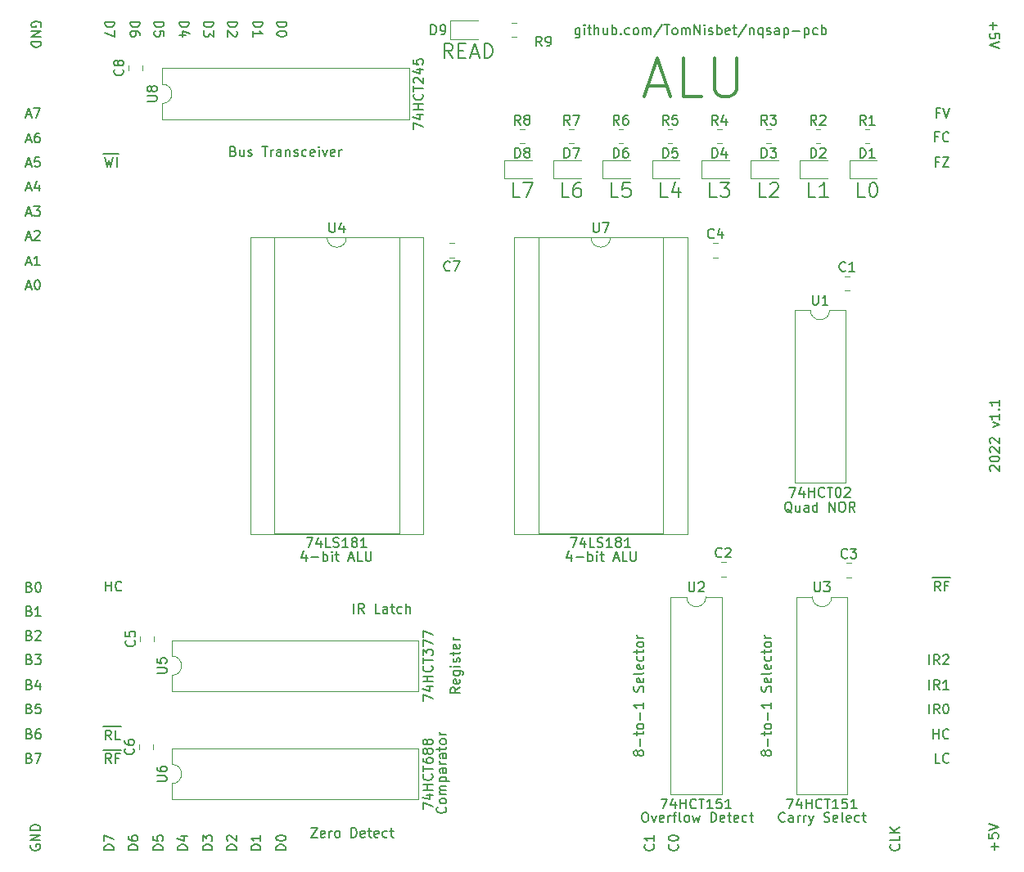
<source format=gto>
G04 #@! TF.GenerationSoftware,KiCad,Pcbnew,(5.1.9)-1*
G04 #@! TF.CreationDate,2022-07-23T12:09:38-04:00*
G04 #@! TF.ProjectId,alu,616c752e-6b69-4636-9164-5f7063625858,1.0*
G04 #@! TF.SameCoordinates,Original*
G04 #@! TF.FileFunction,Legend,Top*
G04 #@! TF.FilePolarity,Positive*
%FSLAX46Y46*%
G04 Gerber Fmt 4.6, Leading zero omitted, Abs format (unit mm)*
G04 Created by KiCad (PCBNEW (5.1.9)-1) date 2022-07-23 12:09:38*
%MOMM*%
%LPD*%
G01*
G04 APERTURE LIST*
%ADD10C,0.150000*%
%ADD11C,0.300000*%
%ADD12C,0.120000*%
%ADD13C,0.170000*%
%ADD14O,1.700000X1.700000*%
%ADD15R,1.700000X1.700000*%
%ADD16O,1.600000X1.600000*%
%ADD17R,1.600000X1.600000*%
G04 APERTURE END LIST*
D10*
X185147619Y-94612023D02*
X185100000Y-94564404D01*
X185052380Y-94469166D01*
X185052380Y-94231071D01*
X185100000Y-94135833D01*
X185147619Y-94088214D01*
X185242857Y-94040595D01*
X185338095Y-94040595D01*
X185480952Y-94088214D01*
X186052380Y-94659642D01*
X186052380Y-94040595D01*
X185052380Y-93421547D02*
X185052380Y-93326309D01*
X185100000Y-93231071D01*
X185147619Y-93183452D01*
X185242857Y-93135833D01*
X185433333Y-93088214D01*
X185671428Y-93088214D01*
X185861904Y-93135833D01*
X185957142Y-93183452D01*
X186004761Y-93231071D01*
X186052380Y-93326309D01*
X186052380Y-93421547D01*
X186004761Y-93516785D01*
X185957142Y-93564404D01*
X185861904Y-93612023D01*
X185671428Y-93659642D01*
X185433333Y-93659642D01*
X185242857Y-93612023D01*
X185147619Y-93564404D01*
X185100000Y-93516785D01*
X185052380Y-93421547D01*
X185147619Y-92707261D02*
X185100000Y-92659642D01*
X185052380Y-92564404D01*
X185052380Y-92326309D01*
X185100000Y-92231071D01*
X185147619Y-92183452D01*
X185242857Y-92135833D01*
X185338095Y-92135833D01*
X185480952Y-92183452D01*
X186052380Y-92754880D01*
X186052380Y-92135833D01*
X185147619Y-91754880D02*
X185100000Y-91707261D01*
X185052380Y-91612023D01*
X185052380Y-91373928D01*
X185100000Y-91278690D01*
X185147619Y-91231071D01*
X185242857Y-91183452D01*
X185338095Y-91183452D01*
X185480952Y-91231071D01*
X186052380Y-91802500D01*
X186052380Y-91183452D01*
X185385714Y-90088214D02*
X186052380Y-89850119D01*
X185385714Y-89612023D01*
X186052380Y-88707261D02*
X186052380Y-89278690D01*
X186052380Y-88992976D02*
X185052380Y-88992976D01*
X185195238Y-89088214D01*
X185290476Y-89183452D01*
X185338095Y-89278690D01*
X185957142Y-88278690D02*
X186004761Y-88231071D01*
X186052380Y-88278690D01*
X186004761Y-88326309D01*
X185957142Y-88278690D01*
X186052380Y-88278690D01*
X186052380Y-87278690D02*
X186052380Y-87850119D01*
X186052380Y-87564404D02*
X185052380Y-87564404D01*
X185195238Y-87659642D01*
X185290476Y-87754880D01*
X185338095Y-87850119D01*
X142664166Y-48785714D02*
X142664166Y-49595238D01*
X142616547Y-49690476D01*
X142568928Y-49738095D01*
X142473690Y-49785714D01*
X142330833Y-49785714D01*
X142235595Y-49738095D01*
X142664166Y-49404761D02*
X142568928Y-49452380D01*
X142378452Y-49452380D01*
X142283214Y-49404761D01*
X142235595Y-49357142D01*
X142187976Y-49261904D01*
X142187976Y-48976190D01*
X142235595Y-48880952D01*
X142283214Y-48833333D01*
X142378452Y-48785714D01*
X142568928Y-48785714D01*
X142664166Y-48833333D01*
X143140357Y-49452380D02*
X143140357Y-48785714D01*
X143140357Y-48452380D02*
X143092738Y-48500000D01*
X143140357Y-48547619D01*
X143187976Y-48500000D01*
X143140357Y-48452380D01*
X143140357Y-48547619D01*
X143473690Y-48785714D02*
X143854642Y-48785714D01*
X143616547Y-48452380D02*
X143616547Y-49309523D01*
X143664166Y-49404761D01*
X143759404Y-49452380D01*
X143854642Y-49452380D01*
X144187976Y-49452380D02*
X144187976Y-48452380D01*
X144616547Y-49452380D02*
X144616547Y-48928571D01*
X144568928Y-48833333D01*
X144473690Y-48785714D01*
X144330833Y-48785714D01*
X144235595Y-48833333D01*
X144187976Y-48880952D01*
X145521309Y-48785714D02*
X145521309Y-49452380D01*
X145092738Y-48785714D02*
X145092738Y-49309523D01*
X145140357Y-49404761D01*
X145235595Y-49452380D01*
X145378452Y-49452380D01*
X145473690Y-49404761D01*
X145521309Y-49357142D01*
X145997500Y-49452380D02*
X145997500Y-48452380D01*
X145997500Y-48833333D02*
X146092738Y-48785714D01*
X146283214Y-48785714D01*
X146378452Y-48833333D01*
X146426071Y-48880952D01*
X146473690Y-48976190D01*
X146473690Y-49261904D01*
X146426071Y-49357142D01*
X146378452Y-49404761D01*
X146283214Y-49452380D01*
X146092738Y-49452380D01*
X145997500Y-49404761D01*
X146902261Y-49357142D02*
X146949880Y-49404761D01*
X146902261Y-49452380D01*
X146854642Y-49404761D01*
X146902261Y-49357142D01*
X146902261Y-49452380D01*
X147807023Y-49404761D02*
X147711785Y-49452380D01*
X147521309Y-49452380D01*
X147426071Y-49404761D01*
X147378452Y-49357142D01*
X147330833Y-49261904D01*
X147330833Y-48976190D01*
X147378452Y-48880952D01*
X147426071Y-48833333D01*
X147521309Y-48785714D01*
X147711785Y-48785714D01*
X147807023Y-48833333D01*
X148378452Y-49452380D02*
X148283214Y-49404761D01*
X148235595Y-49357142D01*
X148187976Y-49261904D01*
X148187976Y-48976190D01*
X148235595Y-48880952D01*
X148283214Y-48833333D01*
X148378452Y-48785714D01*
X148521309Y-48785714D01*
X148616547Y-48833333D01*
X148664166Y-48880952D01*
X148711785Y-48976190D01*
X148711785Y-49261904D01*
X148664166Y-49357142D01*
X148616547Y-49404761D01*
X148521309Y-49452380D01*
X148378452Y-49452380D01*
X149140357Y-49452380D02*
X149140357Y-48785714D01*
X149140357Y-48880952D02*
X149187976Y-48833333D01*
X149283214Y-48785714D01*
X149426071Y-48785714D01*
X149521309Y-48833333D01*
X149568928Y-48928571D01*
X149568928Y-49452380D01*
X149568928Y-48928571D02*
X149616547Y-48833333D01*
X149711785Y-48785714D01*
X149854642Y-48785714D01*
X149949880Y-48833333D01*
X149997500Y-48928571D01*
X149997500Y-49452380D01*
X151187976Y-48404761D02*
X150330833Y-49690476D01*
X151378452Y-48452380D02*
X151949880Y-48452380D01*
X151664166Y-49452380D02*
X151664166Y-48452380D01*
X152426071Y-49452380D02*
X152330833Y-49404761D01*
X152283214Y-49357142D01*
X152235595Y-49261904D01*
X152235595Y-48976190D01*
X152283214Y-48880952D01*
X152330833Y-48833333D01*
X152426071Y-48785714D01*
X152568928Y-48785714D01*
X152664166Y-48833333D01*
X152711785Y-48880952D01*
X152759404Y-48976190D01*
X152759404Y-49261904D01*
X152711785Y-49357142D01*
X152664166Y-49404761D01*
X152568928Y-49452380D01*
X152426071Y-49452380D01*
X153187976Y-49452380D02*
X153187976Y-48785714D01*
X153187976Y-48880952D02*
X153235595Y-48833333D01*
X153330833Y-48785714D01*
X153473690Y-48785714D01*
X153568928Y-48833333D01*
X153616547Y-48928571D01*
X153616547Y-49452380D01*
X153616547Y-48928571D02*
X153664166Y-48833333D01*
X153759404Y-48785714D01*
X153902261Y-48785714D01*
X153997500Y-48833333D01*
X154045119Y-48928571D01*
X154045119Y-49452380D01*
X154521309Y-49452380D02*
X154521309Y-48452380D01*
X155092738Y-49452380D01*
X155092738Y-48452380D01*
X155568928Y-49452380D02*
X155568928Y-48785714D01*
X155568928Y-48452380D02*
X155521309Y-48500000D01*
X155568928Y-48547619D01*
X155616547Y-48500000D01*
X155568928Y-48452380D01*
X155568928Y-48547619D01*
X155997500Y-49404761D02*
X156092738Y-49452380D01*
X156283214Y-49452380D01*
X156378452Y-49404761D01*
X156426071Y-49309523D01*
X156426071Y-49261904D01*
X156378452Y-49166666D01*
X156283214Y-49119047D01*
X156140357Y-49119047D01*
X156045119Y-49071428D01*
X155997500Y-48976190D01*
X155997500Y-48928571D01*
X156045119Y-48833333D01*
X156140357Y-48785714D01*
X156283214Y-48785714D01*
X156378452Y-48833333D01*
X156854642Y-49452380D02*
X156854642Y-48452380D01*
X156854642Y-48833333D02*
X156949880Y-48785714D01*
X157140357Y-48785714D01*
X157235595Y-48833333D01*
X157283214Y-48880952D01*
X157330833Y-48976190D01*
X157330833Y-49261904D01*
X157283214Y-49357142D01*
X157235595Y-49404761D01*
X157140357Y-49452380D01*
X156949880Y-49452380D01*
X156854642Y-49404761D01*
X158140357Y-49404761D02*
X158045119Y-49452380D01*
X157854642Y-49452380D01*
X157759404Y-49404761D01*
X157711785Y-49309523D01*
X157711785Y-48928571D01*
X157759404Y-48833333D01*
X157854642Y-48785714D01*
X158045119Y-48785714D01*
X158140357Y-48833333D01*
X158187976Y-48928571D01*
X158187976Y-49023809D01*
X157711785Y-49119047D01*
X158473690Y-48785714D02*
X158854642Y-48785714D01*
X158616547Y-48452380D02*
X158616547Y-49309523D01*
X158664166Y-49404761D01*
X158759404Y-49452380D01*
X158854642Y-49452380D01*
X159902261Y-48404761D02*
X159045119Y-49690476D01*
X160235595Y-48785714D02*
X160235595Y-49452380D01*
X160235595Y-48880952D02*
X160283214Y-48833333D01*
X160378452Y-48785714D01*
X160521309Y-48785714D01*
X160616547Y-48833333D01*
X160664166Y-48928571D01*
X160664166Y-49452380D01*
X161568928Y-48785714D02*
X161568928Y-49785714D01*
X161568928Y-49404761D02*
X161473690Y-49452380D01*
X161283214Y-49452380D01*
X161187976Y-49404761D01*
X161140357Y-49357142D01*
X161092738Y-49261904D01*
X161092738Y-48976190D01*
X161140357Y-48880952D01*
X161187976Y-48833333D01*
X161283214Y-48785714D01*
X161473690Y-48785714D01*
X161568928Y-48833333D01*
X161997500Y-49404761D02*
X162092738Y-49452380D01*
X162283214Y-49452380D01*
X162378452Y-49404761D01*
X162426071Y-49309523D01*
X162426071Y-49261904D01*
X162378452Y-49166666D01*
X162283214Y-49119047D01*
X162140357Y-49119047D01*
X162045119Y-49071428D01*
X161997500Y-48976190D01*
X161997500Y-48928571D01*
X162045119Y-48833333D01*
X162140357Y-48785714D01*
X162283214Y-48785714D01*
X162378452Y-48833333D01*
X163283214Y-49452380D02*
X163283214Y-48928571D01*
X163235595Y-48833333D01*
X163140357Y-48785714D01*
X162949880Y-48785714D01*
X162854642Y-48833333D01*
X163283214Y-49404761D02*
X163187976Y-49452380D01*
X162949880Y-49452380D01*
X162854642Y-49404761D01*
X162807023Y-49309523D01*
X162807023Y-49214285D01*
X162854642Y-49119047D01*
X162949880Y-49071428D01*
X163187976Y-49071428D01*
X163283214Y-49023809D01*
X163759404Y-48785714D02*
X163759404Y-49785714D01*
X163759404Y-48833333D02*
X163854642Y-48785714D01*
X164045119Y-48785714D01*
X164140357Y-48833333D01*
X164187976Y-48880952D01*
X164235595Y-48976190D01*
X164235595Y-49261904D01*
X164187976Y-49357142D01*
X164140357Y-49404761D01*
X164045119Y-49452380D01*
X163854642Y-49452380D01*
X163759404Y-49404761D01*
X164664166Y-49071428D02*
X165426071Y-49071428D01*
X165902261Y-48785714D02*
X165902261Y-49785714D01*
X165902261Y-48833333D02*
X165997500Y-48785714D01*
X166187976Y-48785714D01*
X166283214Y-48833333D01*
X166330833Y-48880952D01*
X166378452Y-48976190D01*
X166378452Y-49261904D01*
X166330833Y-49357142D01*
X166283214Y-49404761D01*
X166187976Y-49452380D01*
X165997500Y-49452380D01*
X165902261Y-49404761D01*
X167235595Y-49404761D02*
X167140357Y-49452380D01*
X166949880Y-49452380D01*
X166854642Y-49404761D01*
X166807023Y-49357142D01*
X166759404Y-49261904D01*
X166759404Y-48976190D01*
X166807023Y-48880952D01*
X166854642Y-48833333D01*
X166949880Y-48785714D01*
X167140357Y-48785714D01*
X167235595Y-48833333D01*
X167664166Y-49452380D02*
X167664166Y-48452380D01*
X167664166Y-48833333D02*
X167759404Y-48785714D01*
X167949880Y-48785714D01*
X168045119Y-48833333D01*
X168092738Y-48880952D01*
X168140357Y-48976190D01*
X168140357Y-49261904D01*
X168092738Y-49357142D01*
X168045119Y-49404761D01*
X167949880Y-49452380D01*
X167759404Y-49452380D01*
X167664166Y-49404761D01*
D11*
X149733333Y-54766666D02*
X151638095Y-54766666D01*
X149352380Y-55909523D02*
X150685714Y-51909523D01*
X152019047Y-55909523D01*
X155257142Y-55909523D02*
X153352380Y-55909523D01*
X153352380Y-51909523D01*
X156590476Y-51909523D02*
X156590476Y-55147619D01*
X156780952Y-55528571D01*
X156971428Y-55719047D01*
X157352380Y-55909523D01*
X158114285Y-55909523D01*
X158495238Y-55719047D01*
X158685714Y-55528571D01*
X158876190Y-55147619D01*
X158876190Y-51909523D01*
D10*
X93383452Y-61785000D02*
X94526309Y-61785000D01*
X93526309Y-62152380D02*
X93764404Y-63152380D01*
X93954880Y-62438095D01*
X94145357Y-63152380D01*
X94383452Y-62152380D01*
X94526309Y-61785000D02*
X95002500Y-61785000D01*
X94764404Y-63152380D02*
X94764404Y-62152380D01*
X85383452Y-57766666D02*
X85859642Y-57766666D01*
X85288214Y-58052380D02*
X85621547Y-57052380D01*
X85954880Y-58052380D01*
X86192976Y-57052380D02*
X86859642Y-57052380D01*
X86431071Y-58052380D01*
X85383452Y-60366666D02*
X85859642Y-60366666D01*
X85288214Y-60652380D02*
X85621547Y-59652380D01*
X85954880Y-60652380D01*
X86716785Y-59652380D02*
X86526309Y-59652380D01*
X86431071Y-59700000D01*
X86383452Y-59747619D01*
X86288214Y-59890476D01*
X86240595Y-60080952D01*
X86240595Y-60461904D01*
X86288214Y-60557142D01*
X86335833Y-60604761D01*
X86431071Y-60652380D01*
X86621547Y-60652380D01*
X86716785Y-60604761D01*
X86764404Y-60557142D01*
X86812023Y-60461904D01*
X86812023Y-60223809D01*
X86764404Y-60128571D01*
X86716785Y-60080952D01*
X86621547Y-60033333D01*
X86431071Y-60033333D01*
X86335833Y-60080952D01*
X86288214Y-60128571D01*
X86240595Y-60223809D01*
X85383452Y-62866666D02*
X85859642Y-62866666D01*
X85288214Y-63152380D02*
X85621547Y-62152380D01*
X85954880Y-63152380D01*
X86764404Y-62152380D02*
X86288214Y-62152380D01*
X86240595Y-62628571D01*
X86288214Y-62580952D01*
X86383452Y-62533333D01*
X86621547Y-62533333D01*
X86716785Y-62580952D01*
X86764404Y-62628571D01*
X86812023Y-62723809D01*
X86812023Y-62961904D01*
X86764404Y-63057142D01*
X86716785Y-63104761D01*
X86621547Y-63152380D01*
X86383452Y-63152380D01*
X86288214Y-63104761D01*
X86240595Y-63057142D01*
X85383452Y-65366666D02*
X85859642Y-65366666D01*
X85288214Y-65652380D02*
X85621547Y-64652380D01*
X85954880Y-65652380D01*
X86716785Y-64985714D02*
X86716785Y-65652380D01*
X86478690Y-64604761D02*
X86240595Y-65319047D01*
X86859642Y-65319047D01*
X85383452Y-67966666D02*
X85859642Y-67966666D01*
X85288214Y-68252380D02*
X85621547Y-67252380D01*
X85954880Y-68252380D01*
X86192976Y-67252380D02*
X86812023Y-67252380D01*
X86478690Y-67633333D01*
X86621547Y-67633333D01*
X86716785Y-67680952D01*
X86764404Y-67728571D01*
X86812023Y-67823809D01*
X86812023Y-68061904D01*
X86764404Y-68157142D01*
X86716785Y-68204761D01*
X86621547Y-68252380D01*
X86335833Y-68252380D01*
X86240595Y-68204761D01*
X86192976Y-68157142D01*
X85383452Y-70466666D02*
X85859642Y-70466666D01*
X85288214Y-70752380D02*
X85621547Y-69752380D01*
X85954880Y-70752380D01*
X86240595Y-69847619D02*
X86288214Y-69800000D01*
X86383452Y-69752380D01*
X86621547Y-69752380D01*
X86716785Y-69800000D01*
X86764404Y-69847619D01*
X86812023Y-69942857D01*
X86812023Y-70038095D01*
X86764404Y-70180952D01*
X86192976Y-70752380D01*
X86812023Y-70752380D01*
X85383452Y-73066666D02*
X85859642Y-73066666D01*
X85288214Y-73352380D02*
X85621547Y-72352380D01*
X85954880Y-73352380D01*
X86812023Y-73352380D02*
X86240595Y-73352380D01*
X86526309Y-73352380D02*
X86526309Y-72352380D01*
X86431071Y-72495238D01*
X86335833Y-72590476D01*
X86240595Y-72638095D01*
X85383452Y-75566666D02*
X85859642Y-75566666D01*
X85288214Y-75852380D02*
X85621547Y-74852380D01*
X85954880Y-75852380D01*
X86478690Y-74852380D02*
X86573928Y-74852380D01*
X86669166Y-74900000D01*
X86716785Y-74947619D01*
X86764404Y-75042857D01*
X86812023Y-75233333D01*
X86812023Y-75471428D01*
X86764404Y-75661904D01*
X86716785Y-75757142D01*
X86669166Y-75804761D01*
X86573928Y-75852380D01*
X86478690Y-75852380D01*
X86383452Y-75804761D01*
X86335833Y-75757142D01*
X86288214Y-75661904D01*
X86240595Y-75471428D01*
X86240595Y-75233333D01*
X86288214Y-75042857D01*
X86335833Y-74947619D01*
X86383452Y-74900000D01*
X86478690Y-74852380D01*
X85721547Y-106628571D02*
X85864404Y-106676190D01*
X85912023Y-106723809D01*
X85959642Y-106819047D01*
X85959642Y-106961904D01*
X85912023Y-107057142D01*
X85864404Y-107104761D01*
X85769166Y-107152380D01*
X85388214Y-107152380D01*
X85388214Y-106152380D01*
X85721547Y-106152380D01*
X85816785Y-106200000D01*
X85864404Y-106247619D01*
X85912023Y-106342857D01*
X85912023Y-106438095D01*
X85864404Y-106533333D01*
X85816785Y-106580952D01*
X85721547Y-106628571D01*
X85388214Y-106628571D01*
X86578690Y-106152380D02*
X86673928Y-106152380D01*
X86769166Y-106200000D01*
X86816785Y-106247619D01*
X86864404Y-106342857D01*
X86912023Y-106533333D01*
X86912023Y-106771428D01*
X86864404Y-106961904D01*
X86816785Y-107057142D01*
X86769166Y-107104761D01*
X86673928Y-107152380D01*
X86578690Y-107152380D01*
X86483452Y-107104761D01*
X86435833Y-107057142D01*
X86388214Y-106961904D01*
X86340595Y-106771428D01*
X86340595Y-106533333D01*
X86388214Y-106342857D01*
X86435833Y-106247619D01*
X86483452Y-106200000D01*
X86578690Y-106152380D01*
X85721547Y-109128571D02*
X85864404Y-109176190D01*
X85912023Y-109223809D01*
X85959642Y-109319047D01*
X85959642Y-109461904D01*
X85912023Y-109557142D01*
X85864404Y-109604761D01*
X85769166Y-109652380D01*
X85388214Y-109652380D01*
X85388214Y-108652380D01*
X85721547Y-108652380D01*
X85816785Y-108700000D01*
X85864404Y-108747619D01*
X85912023Y-108842857D01*
X85912023Y-108938095D01*
X85864404Y-109033333D01*
X85816785Y-109080952D01*
X85721547Y-109128571D01*
X85388214Y-109128571D01*
X86912023Y-109652380D02*
X86340595Y-109652380D01*
X86626309Y-109652380D02*
X86626309Y-108652380D01*
X86531071Y-108795238D01*
X86435833Y-108890476D01*
X86340595Y-108938095D01*
X85721547Y-111628571D02*
X85864404Y-111676190D01*
X85912023Y-111723809D01*
X85959642Y-111819047D01*
X85959642Y-111961904D01*
X85912023Y-112057142D01*
X85864404Y-112104761D01*
X85769166Y-112152380D01*
X85388214Y-112152380D01*
X85388214Y-111152380D01*
X85721547Y-111152380D01*
X85816785Y-111200000D01*
X85864404Y-111247619D01*
X85912023Y-111342857D01*
X85912023Y-111438095D01*
X85864404Y-111533333D01*
X85816785Y-111580952D01*
X85721547Y-111628571D01*
X85388214Y-111628571D01*
X86340595Y-111247619D02*
X86388214Y-111200000D01*
X86483452Y-111152380D01*
X86721547Y-111152380D01*
X86816785Y-111200000D01*
X86864404Y-111247619D01*
X86912023Y-111342857D01*
X86912023Y-111438095D01*
X86864404Y-111580952D01*
X86292976Y-112152380D01*
X86912023Y-112152380D01*
X85721547Y-114128571D02*
X85864404Y-114176190D01*
X85912023Y-114223809D01*
X85959642Y-114319047D01*
X85959642Y-114461904D01*
X85912023Y-114557142D01*
X85864404Y-114604761D01*
X85769166Y-114652380D01*
X85388214Y-114652380D01*
X85388214Y-113652380D01*
X85721547Y-113652380D01*
X85816785Y-113700000D01*
X85864404Y-113747619D01*
X85912023Y-113842857D01*
X85912023Y-113938095D01*
X85864404Y-114033333D01*
X85816785Y-114080952D01*
X85721547Y-114128571D01*
X85388214Y-114128571D01*
X86292976Y-113652380D02*
X86912023Y-113652380D01*
X86578690Y-114033333D01*
X86721547Y-114033333D01*
X86816785Y-114080952D01*
X86864404Y-114128571D01*
X86912023Y-114223809D01*
X86912023Y-114461904D01*
X86864404Y-114557142D01*
X86816785Y-114604761D01*
X86721547Y-114652380D01*
X86435833Y-114652380D01*
X86340595Y-114604761D01*
X86292976Y-114557142D01*
X85721547Y-116728571D02*
X85864404Y-116776190D01*
X85912023Y-116823809D01*
X85959642Y-116919047D01*
X85959642Y-117061904D01*
X85912023Y-117157142D01*
X85864404Y-117204761D01*
X85769166Y-117252380D01*
X85388214Y-117252380D01*
X85388214Y-116252380D01*
X85721547Y-116252380D01*
X85816785Y-116300000D01*
X85864404Y-116347619D01*
X85912023Y-116442857D01*
X85912023Y-116538095D01*
X85864404Y-116633333D01*
X85816785Y-116680952D01*
X85721547Y-116728571D01*
X85388214Y-116728571D01*
X86816785Y-116585714D02*
X86816785Y-117252380D01*
X86578690Y-116204761D02*
X86340595Y-116919047D01*
X86959642Y-116919047D01*
X85721547Y-119228571D02*
X85864404Y-119276190D01*
X85912023Y-119323809D01*
X85959642Y-119419047D01*
X85959642Y-119561904D01*
X85912023Y-119657142D01*
X85864404Y-119704761D01*
X85769166Y-119752380D01*
X85388214Y-119752380D01*
X85388214Y-118752380D01*
X85721547Y-118752380D01*
X85816785Y-118800000D01*
X85864404Y-118847619D01*
X85912023Y-118942857D01*
X85912023Y-119038095D01*
X85864404Y-119133333D01*
X85816785Y-119180952D01*
X85721547Y-119228571D01*
X85388214Y-119228571D01*
X86864404Y-118752380D02*
X86388214Y-118752380D01*
X86340595Y-119228571D01*
X86388214Y-119180952D01*
X86483452Y-119133333D01*
X86721547Y-119133333D01*
X86816785Y-119180952D01*
X86864404Y-119228571D01*
X86912023Y-119323809D01*
X86912023Y-119561904D01*
X86864404Y-119657142D01*
X86816785Y-119704761D01*
X86721547Y-119752380D01*
X86483452Y-119752380D01*
X86388214Y-119704761D01*
X86340595Y-119657142D01*
X85721547Y-121828571D02*
X85864404Y-121876190D01*
X85912023Y-121923809D01*
X85959642Y-122019047D01*
X85959642Y-122161904D01*
X85912023Y-122257142D01*
X85864404Y-122304761D01*
X85769166Y-122352380D01*
X85388214Y-122352380D01*
X85388214Y-121352380D01*
X85721547Y-121352380D01*
X85816785Y-121400000D01*
X85864404Y-121447619D01*
X85912023Y-121542857D01*
X85912023Y-121638095D01*
X85864404Y-121733333D01*
X85816785Y-121780952D01*
X85721547Y-121828571D01*
X85388214Y-121828571D01*
X86816785Y-121352380D02*
X86626309Y-121352380D01*
X86531071Y-121400000D01*
X86483452Y-121447619D01*
X86388214Y-121590476D01*
X86340595Y-121780952D01*
X86340595Y-122161904D01*
X86388214Y-122257142D01*
X86435833Y-122304761D01*
X86531071Y-122352380D01*
X86721547Y-122352380D01*
X86816785Y-122304761D01*
X86864404Y-122257142D01*
X86912023Y-122161904D01*
X86912023Y-121923809D01*
X86864404Y-121828571D01*
X86816785Y-121780952D01*
X86721547Y-121733333D01*
X86531071Y-121733333D01*
X86435833Y-121780952D01*
X86388214Y-121828571D01*
X86340595Y-121923809D01*
X85721547Y-124328571D02*
X85864404Y-124376190D01*
X85912023Y-124423809D01*
X85959642Y-124519047D01*
X85959642Y-124661904D01*
X85912023Y-124757142D01*
X85864404Y-124804761D01*
X85769166Y-124852380D01*
X85388214Y-124852380D01*
X85388214Y-123852380D01*
X85721547Y-123852380D01*
X85816785Y-123900000D01*
X85864404Y-123947619D01*
X85912023Y-124042857D01*
X85912023Y-124138095D01*
X85864404Y-124233333D01*
X85816785Y-124280952D01*
X85721547Y-124328571D01*
X85388214Y-124328571D01*
X86292976Y-123852380D02*
X86959642Y-123852380D01*
X86531071Y-124852380D01*
X93397500Y-121085000D02*
X94397500Y-121085000D01*
X94207023Y-122452380D02*
X93873690Y-121976190D01*
X93635595Y-122452380D02*
X93635595Y-121452380D01*
X94016547Y-121452380D01*
X94111785Y-121500000D01*
X94159404Y-121547619D01*
X94207023Y-121642857D01*
X94207023Y-121785714D01*
X94159404Y-121880952D01*
X94111785Y-121928571D01*
X94016547Y-121976190D01*
X93635595Y-121976190D01*
X94397500Y-121085000D02*
X95207023Y-121085000D01*
X95111785Y-122452380D02*
X94635595Y-122452380D01*
X94635595Y-121452380D01*
X179907261Y-124852380D02*
X179431071Y-124852380D01*
X179431071Y-123852380D01*
X180812023Y-124757142D02*
X180764404Y-124804761D01*
X180621547Y-124852380D01*
X180526309Y-124852380D01*
X180383452Y-124804761D01*
X180288214Y-124709523D01*
X180240595Y-124614285D01*
X180192976Y-124423809D01*
X180192976Y-124280952D01*
X180240595Y-124090476D01*
X180288214Y-123995238D01*
X180383452Y-123900000D01*
X180526309Y-123852380D01*
X180621547Y-123852380D01*
X180764404Y-123900000D01*
X180812023Y-123947619D01*
X179192976Y-122352380D02*
X179192976Y-121352380D01*
X179192976Y-121828571D02*
X179764404Y-121828571D01*
X179764404Y-122352380D02*
X179764404Y-121352380D01*
X180812023Y-122257142D02*
X180764404Y-122304761D01*
X180621547Y-122352380D01*
X180526309Y-122352380D01*
X180383452Y-122304761D01*
X180288214Y-122209523D01*
X180240595Y-122114285D01*
X180192976Y-121923809D01*
X180192976Y-121780952D01*
X180240595Y-121590476D01*
X180288214Y-121495238D01*
X180383452Y-121400000D01*
X180526309Y-121352380D01*
X180621547Y-121352380D01*
X180764404Y-121400000D01*
X180812023Y-121447619D01*
X178812023Y-119752380D02*
X178812023Y-118752380D01*
X179859642Y-119752380D02*
X179526309Y-119276190D01*
X179288214Y-119752380D02*
X179288214Y-118752380D01*
X179669166Y-118752380D01*
X179764404Y-118800000D01*
X179812023Y-118847619D01*
X179859642Y-118942857D01*
X179859642Y-119085714D01*
X179812023Y-119180952D01*
X179764404Y-119228571D01*
X179669166Y-119276190D01*
X179288214Y-119276190D01*
X180478690Y-118752380D02*
X180573928Y-118752380D01*
X180669166Y-118800000D01*
X180716785Y-118847619D01*
X180764404Y-118942857D01*
X180812023Y-119133333D01*
X180812023Y-119371428D01*
X180764404Y-119561904D01*
X180716785Y-119657142D01*
X180669166Y-119704761D01*
X180573928Y-119752380D01*
X180478690Y-119752380D01*
X180383452Y-119704761D01*
X180335833Y-119657142D01*
X180288214Y-119561904D01*
X180240595Y-119371428D01*
X180240595Y-119133333D01*
X180288214Y-118942857D01*
X180335833Y-118847619D01*
X180383452Y-118800000D01*
X180478690Y-118752380D01*
X178812023Y-117252380D02*
X178812023Y-116252380D01*
X179859642Y-117252380D02*
X179526309Y-116776190D01*
X179288214Y-117252380D02*
X179288214Y-116252380D01*
X179669166Y-116252380D01*
X179764404Y-116300000D01*
X179812023Y-116347619D01*
X179859642Y-116442857D01*
X179859642Y-116585714D01*
X179812023Y-116680952D01*
X179764404Y-116728571D01*
X179669166Y-116776190D01*
X179288214Y-116776190D01*
X180812023Y-117252380D02*
X180240595Y-117252380D01*
X180526309Y-117252380D02*
X180526309Y-116252380D01*
X180431071Y-116395238D01*
X180335833Y-116490476D01*
X180240595Y-116538095D01*
X178812023Y-114652380D02*
X178812023Y-113652380D01*
X179859642Y-114652380D02*
X179526309Y-114176190D01*
X179288214Y-114652380D02*
X179288214Y-113652380D01*
X179669166Y-113652380D01*
X179764404Y-113700000D01*
X179812023Y-113747619D01*
X179859642Y-113842857D01*
X179859642Y-113985714D01*
X179812023Y-114080952D01*
X179764404Y-114128571D01*
X179669166Y-114176190D01*
X179288214Y-114176190D01*
X180240595Y-113747619D02*
X180288214Y-113700000D01*
X180383452Y-113652380D01*
X180621547Y-113652380D01*
X180716785Y-113700000D01*
X180764404Y-113747619D01*
X180812023Y-113842857D01*
X180812023Y-113938095D01*
X180764404Y-114080952D01*
X180192976Y-114652380D01*
X180812023Y-114652380D01*
X179145357Y-105685000D02*
X180145357Y-105685000D01*
X179954880Y-107052380D02*
X179621547Y-106576190D01*
X179383452Y-107052380D02*
X179383452Y-106052380D01*
X179764404Y-106052380D01*
X179859642Y-106100000D01*
X179907261Y-106147619D01*
X179954880Y-106242857D01*
X179954880Y-106385714D01*
X179907261Y-106480952D01*
X179859642Y-106528571D01*
X179764404Y-106576190D01*
X179383452Y-106576190D01*
X180145357Y-105685000D02*
X181002500Y-105685000D01*
X180716785Y-106528571D02*
X180383452Y-106528571D01*
X180383452Y-107052380D02*
X180383452Y-106052380D01*
X180859642Y-106052380D01*
X179764404Y-62628571D02*
X179431071Y-62628571D01*
X179431071Y-63152380D02*
X179431071Y-62152380D01*
X179907261Y-62152380D01*
X180192976Y-62152380D02*
X180859642Y-62152380D01*
X180192976Y-63152380D01*
X180859642Y-63152380D01*
X179716785Y-60028571D02*
X179383452Y-60028571D01*
X179383452Y-60552380D02*
X179383452Y-59552380D01*
X179859642Y-59552380D01*
X180812023Y-60457142D02*
X180764404Y-60504761D01*
X180621547Y-60552380D01*
X180526309Y-60552380D01*
X180383452Y-60504761D01*
X180288214Y-60409523D01*
X180240595Y-60314285D01*
X180192976Y-60123809D01*
X180192976Y-59980952D01*
X180240595Y-59790476D01*
X180288214Y-59695238D01*
X180383452Y-59600000D01*
X180526309Y-59552380D01*
X180621547Y-59552380D01*
X180764404Y-59600000D01*
X180812023Y-59647619D01*
X179859642Y-57528571D02*
X179526309Y-57528571D01*
X179526309Y-58052380D02*
X179526309Y-57052380D01*
X180002500Y-57052380D01*
X180240595Y-57052380D02*
X180573928Y-58052380D01*
X180907261Y-57052380D01*
X93635595Y-107052380D02*
X93635595Y-106052380D01*
X93635595Y-106528571D02*
X94207023Y-106528571D01*
X94207023Y-107052380D02*
X94207023Y-106052380D01*
X95254642Y-106957142D02*
X95207023Y-107004761D01*
X95064166Y-107052380D01*
X94968928Y-107052380D01*
X94826071Y-107004761D01*
X94730833Y-106909523D01*
X94683214Y-106814285D01*
X94635595Y-106623809D01*
X94635595Y-106480952D01*
X94683214Y-106290476D01*
X94730833Y-106195238D01*
X94826071Y-106100000D01*
X94968928Y-106052380D01*
X95064166Y-106052380D01*
X95207023Y-106100000D01*
X95254642Y-106147619D01*
X93397500Y-123485000D02*
X94397500Y-123485000D01*
X94207023Y-124852380D02*
X93873690Y-124376190D01*
X93635595Y-124852380D02*
X93635595Y-123852380D01*
X94016547Y-123852380D01*
X94111785Y-123900000D01*
X94159404Y-123947619D01*
X94207023Y-124042857D01*
X94207023Y-124185714D01*
X94159404Y-124280952D01*
X94111785Y-124328571D01*
X94016547Y-124376190D01*
X93635595Y-124376190D01*
X94397500Y-123485000D02*
X95254642Y-123485000D01*
X94968928Y-124328571D02*
X94635595Y-124328571D01*
X94635595Y-124852380D02*
X94635595Y-123852380D01*
X95111785Y-123852380D01*
X185428571Y-48135595D02*
X185428571Y-48897500D01*
X185047619Y-48516547D02*
X185809523Y-48516547D01*
X186047619Y-49849880D02*
X186047619Y-49373690D01*
X185571428Y-49326071D01*
X185619047Y-49373690D01*
X185666666Y-49468928D01*
X185666666Y-49707023D01*
X185619047Y-49802261D01*
X185571428Y-49849880D01*
X185476190Y-49897500D01*
X185238095Y-49897500D01*
X185142857Y-49849880D01*
X185095238Y-49802261D01*
X185047619Y-49707023D01*
X185047619Y-49468928D01*
X185095238Y-49373690D01*
X185142857Y-49326071D01*
X186047619Y-50183214D02*
X185047619Y-50516547D01*
X186047619Y-50849880D01*
X86900000Y-48659404D02*
X86947619Y-48564166D01*
X86947619Y-48421309D01*
X86900000Y-48278452D01*
X86804761Y-48183214D01*
X86709523Y-48135595D01*
X86519047Y-48087976D01*
X86376190Y-48087976D01*
X86185714Y-48135595D01*
X86090476Y-48183214D01*
X85995238Y-48278452D01*
X85947619Y-48421309D01*
X85947619Y-48516547D01*
X85995238Y-48659404D01*
X86042857Y-48707023D01*
X86376190Y-48707023D01*
X86376190Y-48516547D01*
X85947619Y-49135595D02*
X86947619Y-49135595D01*
X85947619Y-49707023D01*
X86947619Y-49707023D01*
X85947619Y-50183214D02*
X86947619Y-50183214D01*
X86947619Y-50421309D01*
X86900000Y-50564166D01*
X86804761Y-50659404D01*
X86709523Y-50707023D01*
X86519047Y-50754642D01*
X86376190Y-50754642D01*
X86185714Y-50707023D01*
X86090476Y-50659404D01*
X85995238Y-50564166D01*
X85947619Y-50421309D01*
X85947619Y-50183214D01*
X101247619Y-48135595D02*
X102247619Y-48135595D01*
X102247619Y-48373690D01*
X102200000Y-48516547D01*
X102104761Y-48611785D01*
X102009523Y-48659404D01*
X101819047Y-48707023D01*
X101676190Y-48707023D01*
X101485714Y-48659404D01*
X101390476Y-48611785D01*
X101295238Y-48516547D01*
X101247619Y-48373690D01*
X101247619Y-48135595D01*
X101914285Y-49564166D02*
X101247619Y-49564166D01*
X102295238Y-49326071D02*
X101580952Y-49087976D01*
X101580952Y-49707023D01*
X111347619Y-48135595D02*
X112347619Y-48135595D01*
X112347619Y-48373690D01*
X112300000Y-48516547D01*
X112204761Y-48611785D01*
X112109523Y-48659404D01*
X111919047Y-48707023D01*
X111776190Y-48707023D01*
X111585714Y-48659404D01*
X111490476Y-48611785D01*
X111395238Y-48516547D01*
X111347619Y-48373690D01*
X111347619Y-48135595D01*
X112347619Y-49326071D02*
X112347619Y-49421309D01*
X112300000Y-49516547D01*
X112252380Y-49564166D01*
X112157142Y-49611785D01*
X111966666Y-49659404D01*
X111728571Y-49659404D01*
X111538095Y-49611785D01*
X111442857Y-49564166D01*
X111395238Y-49516547D01*
X111347619Y-49421309D01*
X111347619Y-49326071D01*
X111395238Y-49230833D01*
X111442857Y-49183214D01*
X111538095Y-49135595D01*
X111728571Y-49087976D01*
X111966666Y-49087976D01*
X112157142Y-49135595D01*
X112252380Y-49183214D01*
X112300000Y-49230833D01*
X112347619Y-49326071D01*
X98647619Y-48135595D02*
X99647619Y-48135595D01*
X99647619Y-48373690D01*
X99600000Y-48516547D01*
X99504761Y-48611785D01*
X99409523Y-48659404D01*
X99219047Y-48707023D01*
X99076190Y-48707023D01*
X98885714Y-48659404D01*
X98790476Y-48611785D01*
X98695238Y-48516547D01*
X98647619Y-48373690D01*
X98647619Y-48135595D01*
X99647619Y-49611785D02*
X99647619Y-49135595D01*
X99171428Y-49087976D01*
X99219047Y-49135595D01*
X99266666Y-49230833D01*
X99266666Y-49468928D01*
X99219047Y-49564166D01*
X99171428Y-49611785D01*
X99076190Y-49659404D01*
X98838095Y-49659404D01*
X98742857Y-49611785D01*
X98695238Y-49564166D01*
X98647619Y-49468928D01*
X98647619Y-49230833D01*
X98695238Y-49135595D01*
X98742857Y-49087976D01*
X108847619Y-48135595D02*
X109847619Y-48135595D01*
X109847619Y-48373690D01*
X109800000Y-48516547D01*
X109704761Y-48611785D01*
X109609523Y-48659404D01*
X109419047Y-48707023D01*
X109276190Y-48707023D01*
X109085714Y-48659404D01*
X108990476Y-48611785D01*
X108895238Y-48516547D01*
X108847619Y-48373690D01*
X108847619Y-48135595D01*
X108847619Y-49659404D02*
X108847619Y-49087976D01*
X108847619Y-49373690D02*
X109847619Y-49373690D01*
X109704761Y-49278452D01*
X109609523Y-49183214D01*
X109561904Y-49087976D01*
X103747619Y-48135595D02*
X104747619Y-48135595D01*
X104747619Y-48373690D01*
X104700000Y-48516547D01*
X104604761Y-48611785D01*
X104509523Y-48659404D01*
X104319047Y-48707023D01*
X104176190Y-48707023D01*
X103985714Y-48659404D01*
X103890476Y-48611785D01*
X103795238Y-48516547D01*
X103747619Y-48373690D01*
X103747619Y-48135595D01*
X104747619Y-49040357D02*
X104747619Y-49659404D01*
X104366666Y-49326071D01*
X104366666Y-49468928D01*
X104319047Y-49564166D01*
X104271428Y-49611785D01*
X104176190Y-49659404D01*
X103938095Y-49659404D01*
X103842857Y-49611785D01*
X103795238Y-49564166D01*
X103747619Y-49468928D01*
X103747619Y-49183214D01*
X103795238Y-49087976D01*
X103842857Y-49040357D01*
X96147619Y-48135595D02*
X97147619Y-48135595D01*
X97147619Y-48373690D01*
X97100000Y-48516547D01*
X97004761Y-48611785D01*
X96909523Y-48659404D01*
X96719047Y-48707023D01*
X96576190Y-48707023D01*
X96385714Y-48659404D01*
X96290476Y-48611785D01*
X96195238Y-48516547D01*
X96147619Y-48373690D01*
X96147619Y-48135595D01*
X97147619Y-49564166D02*
X97147619Y-49373690D01*
X97100000Y-49278452D01*
X97052380Y-49230833D01*
X96909523Y-49135595D01*
X96719047Y-49087976D01*
X96338095Y-49087976D01*
X96242857Y-49135595D01*
X96195238Y-49183214D01*
X96147619Y-49278452D01*
X96147619Y-49468928D01*
X96195238Y-49564166D01*
X96242857Y-49611785D01*
X96338095Y-49659404D01*
X96576190Y-49659404D01*
X96671428Y-49611785D01*
X96719047Y-49564166D01*
X96766666Y-49468928D01*
X96766666Y-49278452D01*
X96719047Y-49183214D01*
X96671428Y-49135595D01*
X96576190Y-49087976D01*
X93547619Y-48135595D02*
X94547619Y-48135595D01*
X94547619Y-48373690D01*
X94500000Y-48516547D01*
X94404761Y-48611785D01*
X94309523Y-48659404D01*
X94119047Y-48707023D01*
X93976190Y-48707023D01*
X93785714Y-48659404D01*
X93690476Y-48611785D01*
X93595238Y-48516547D01*
X93547619Y-48373690D01*
X93547619Y-48135595D01*
X94547619Y-49040357D02*
X94547619Y-49707023D01*
X93547619Y-49278452D01*
X106247619Y-48135595D02*
X107247619Y-48135595D01*
X107247619Y-48373690D01*
X107200000Y-48516547D01*
X107104761Y-48611785D01*
X107009523Y-48659404D01*
X106819047Y-48707023D01*
X106676190Y-48707023D01*
X106485714Y-48659404D01*
X106390476Y-48611785D01*
X106295238Y-48516547D01*
X106247619Y-48373690D01*
X106247619Y-48135595D01*
X107152380Y-49087976D02*
X107200000Y-49135595D01*
X107247619Y-49230833D01*
X107247619Y-49468928D01*
X107200000Y-49564166D01*
X107152380Y-49611785D01*
X107057142Y-49659404D01*
X106961904Y-49659404D01*
X106819047Y-49611785D01*
X106247619Y-49040357D01*
X106247619Y-49659404D01*
X185571428Y-133864404D02*
X185571428Y-133102500D01*
X185952380Y-133483452D02*
X185190476Y-133483452D01*
X184952380Y-132150119D02*
X184952380Y-132626309D01*
X185428571Y-132673928D01*
X185380952Y-132626309D01*
X185333333Y-132531071D01*
X185333333Y-132292976D01*
X185380952Y-132197738D01*
X185428571Y-132150119D01*
X185523809Y-132102500D01*
X185761904Y-132102500D01*
X185857142Y-132150119D01*
X185904761Y-132197738D01*
X185952380Y-132292976D01*
X185952380Y-132531071D01*
X185904761Y-132626309D01*
X185857142Y-132673928D01*
X184952380Y-131816785D02*
X185952380Y-131483452D01*
X184952380Y-131150119D01*
X175657142Y-133292976D02*
X175704761Y-133340595D01*
X175752380Y-133483452D01*
X175752380Y-133578690D01*
X175704761Y-133721547D01*
X175609523Y-133816785D01*
X175514285Y-133864404D01*
X175323809Y-133912023D01*
X175180952Y-133912023D01*
X174990476Y-133864404D01*
X174895238Y-133816785D01*
X174800000Y-133721547D01*
X174752380Y-133578690D01*
X174752380Y-133483452D01*
X174800000Y-133340595D01*
X174847619Y-133292976D01*
X175752380Y-132388214D02*
X175752380Y-132864404D01*
X174752380Y-132864404D01*
X175752380Y-132054880D02*
X174752380Y-132054880D01*
X175752380Y-131483452D02*
X175180952Y-131912023D01*
X174752380Y-131483452D02*
X175323809Y-132054880D01*
X152757142Y-133292976D02*
X152804761Y-133340595D01*
X152852380Y-133483452D01*
X152852380Y-133578690D01*
X152804761Y-133721547D01*
X152709523Y-133816785D01*
X152614285Y-133864404D01*
X152423809Y-133912023D01*
X152280952Y-133912023D01*
X152090476Y-133864404D01*
X151995238Y-133816785D01*
X151900000Y-133721547D01*
X151852380Y-133578690D01*
X151852380Y-133483452D01*
X151900000Y-133340595D01*
X151947619Y-133292976D01*
X151852380Y-132673928D02*
X151852380Y-132578690D01*
X151900000Y-132483452D01*
X151947619Y-132435833D01*
X152042857Y-132388214D01*
X152233333Y-132340595D01*
X152471428Y-132340595D01*
X152661904Y-132388214D01*
X152757142Y-132435833D01*
X152804761Y-132483452D01*
X152852380Y-132578690D01*
X152852380Y-132673928D01*
X152804761Y-132769166D01*
X152757142Y-132816785D01*
X152661904Y-132864404D01*
X152471428Y-132912023D01*
X152233333Y-132912023D01*
X152042857Y-132864404D01*
X151947619Y-132816785D01*
X151900000Y-132769166D01*
X151852380Y-132673928D01*
X150257142Y-133292976D02*
X150304761Y-133340595D01*
X150352380Y-133483452D01*
X150352380Y-133578690D01*
X150304761Y-133721547D01*
X150209523Y-133816785D01*
X150114285Y-133864404D01*
X149923809Y-133912023D01*
X149780952Y-133912023D01*
X149590476Y-133864404D01*
X149495238Y-133816785D01*
X149400000Y-133721547D01*
X149352380Y-133578690D01*
X149352380Y-133483452D01*
X149400000Y-133340595D01*
X149447619Y-133292976D01*
X150352380Y-132340595D02*
X150352380Y-132912023D01*
X150352380Y-132626309D02*
X149352380Y-132626309D01*
X149495238Y-132721547D01*
X149590476Y-132816785D01*
X149638095Y-132912023D01*
X85900000Y-133340595D02*
X85852380Y-133435833D01*
X85852380Y-133578690D01*
X85900000Y-133721547D01*
X85995238Y-133816785D01*
X86090476Y-133864404D01*
X86280952Y-133912023D01*
X86423809Y-133912023D01*
X86614285Y-133864404D01*
X86709523Y-133816785D01*
X86804761Y-133721547D01*
X86852380Y-133578690D01*
X86852380Y-133483452D01*
X86804761Y-133340595D01*
X86757142Y-133292976D01*
X86423809Y-133292976D01*
X86423809Y-133483452D01*
X86852380Y-132864404D02*
X85852380Y-132864404D01*
X86852380Y-132292976D01*
X85852380Y-132292976D01*
X86852380Y-131816785D02*
X85852380Y-131816785D01*
X85852380Y-131578690D01*
X85900000Y-131435833D01*
X85995238Y-131340595D01*
X86090476Y-131292976D01*
X86280952Y-131245357D01*
X86423809Y-131245357D01*
X86614285Y-131292976D01*
X86709523Y-131340595D01*
X86804761Y-131435833D01*
X86852380Y-131578690D01*
X86852380Y-131816785D01*
X112252380Y-133864404D02*
X111252380Y-133864404D01*
X111252380Y-133626309D01*
X111300000Y-133483452D01*
X111395238Y-133388214D01*
X111490476Y-133340595D01*
X111680952Y-133292976D01*
X111823809Y-133292976D01*
X112014285Y-133340595D01*
X112109523Y-133388214D01*
X112204761Y-133483452D01*
X112252380Y-133626309D01*
X112252380Y-133864404D01*
X111252380Y-132673928D02*
X111252380Y-132578690D01*
X111300000Y-132483452D01*
X111347619Y-132435833D01*
X111442857Y-132388214D01*
X111633333Y-132340595D01*
X111871428Y-132340595D01*
X112061904Y-132388214D01*
X112157142Y-132435833D01*
X112204761Y-132483452D01*
X112252380Y-132578690D01*
X112252380Y-132673928D01*
X112204761Y-132769166D01*
X112157142Y-132816785D01*
X112061904Y-132864404D01*
X111871428Y-132912023D01*
X111633333Y-132912023D01*
X111442857Y-132864404D01*
X111347619Y-132816785D01*
X111300000Y-132769166D01*
X111252380Y-132673928D01*
X109652380Y-133864404D02*
X108652380Y-133864404D01*
X108652380Y-133626309D01*
X108700000Y-133483452D01*
X108795238Y-133388214D01*
X108890476Y-133340595D01*
X109080952Y-133292976D01*
X109223809Y-133292976D01*
X109414285Y-133340595D01*
X109509523Y-133388214D01*
X109604761Y-133483452D01*
X109652380Y-133626309D01*
X109652380Y-133864404D01*
X109652380Y-132340595D02*
X109652380Y-132912023D01*
X109652380Y-132626309D02*
X108652380Y-132626309D01*
X108795238Y-132721547D01*
X108890476Y-132816785D01*
X108938095Y-132912023D01*
X107152380Y-133864404D02*
X106152380Y-133864404D01*
X106152380Y-133626309D01*
X106200000Y-133483452D01*
X106295238Y-133388214D01*
X106390476Y-133340595D01*
X106580952Y-133292976D01*
X106723809Y-133292976D01*
X106914285Y-133340595D01*
X107009523Y-133388214D01*
X107104761Y-133483452D01*
X107152380Y-133626309D01*
X107152380Y-133864404D01*
X106247619Y-132912023D02*
X106200000Y-132864404D01*
X106152380Y-132769166D01*
X106152380Y-132531071D01*
X106200000Y-132435833D01*
X106247619Y-132388214D01*
X106342857Y-132340595D01*
X106438095Y-132340595D01*
X106580952Y-132388214D01*
X107152380Y-132959642D01*
X107152380Y-132340595D01*
X104652380Y-133864404D02*
X103652380Y-133864404D01*
X103652380Y-133626309D01*
X103700000Y-133483452D01*
X103795238Y-133388214D01*
X103890476Y-133340595D01*
X104080952Y-133292976D01*
X104223809Y-133292976D01*
X104414285Y-133340595D01*
X104509523Y-133388214D01*
X104604761Y-133483452D01*
X104652380Y-133626309D01*
X104652380Y-133864404D01*
X103652380Y-132959642D02*
X103652380Y-132340595D01*
X104033333Y-132673928D01*
X104033333Y-132531071D01*
X104080952Y-132435833D01*
X104128571Y-132388214D01*
X104223809Y-132340595D01*
X104461904Y-132340595D01*
X104557142Y-132388214D01*
X104604761Y-132435833D01*
X104652380Y-132531071D01*
X104652380Y-132816785D01*
X104604761Y-132912023D01*
X104557142Y-132959642D01*
X102052380Y-133864404D02*
X101052380Y-133864404D01*
X101052380Y-133626309D01*
X101100000Y-133483452D01*
X101195238Y-133388214D01*
X101290476Y-133340595D01*
X101480952Y-133292976D01*
X101623809Y-133292976D01*
X101814285Y-133340595D01*
X101909523Y-133388214D01*
X102004761Y-133483452D01*
X102052380Y-133626309D01*
X102052380Y-133864404D01*
X101385714Y-132435833D02*
X102052380Y-132435833D01*
X101004761Y-132673928D02*
X101719047Y-132912023D01*
X101719047Y-132292976D01*
X99552380Y-133864404D02*
X98552380Y-133864404D01*
X98552380Y-133626309D01*
X98600000Y-133483452D01*
X98695238Y-133388214D01*
X98790476Y-133340595D01*
X98980952Y-133292976D01*
X99123809Y-133292976D01*
X99314285Y-133340595D01*
X99409523Y-133388214D01*
X99504761Y-133483452D01*
X99552380Y-133626309D01*
X99552380Y-133864404D01*
X98552380Y-132388214D02*
X98552380Y-132864404D01*
X99028571Y-132912023D01*
X98980952Y-132864404D01*
X98933333Y-132769166D01*
X98933333Y-132531071D01*
X98980952Y-132435833D01*
X99028571Y-132388214D01*
X99123809Y-132340595D01*
X99361904Y-132340595D01*
X99457142Y-132388214D01*
X99504761Y-132435833D01*
X99552380Y-132531071D01*
X99552380Y-132769166D01*
X99504761Y-132864404D01*
X99457142Y-132912023D01*
X94452380Y-133864404D02*
X93452380Y-133864404D01*
X93452380Y-133626309D01*
X93500000Y-133483452D01*
X93595238Y-133388214D01*
X93690476Y-133340595D01*
X93880952Y-133292976D01*
X94023809Y-133292976D01*
X94214285Y-133340595D01*
X94309523Y-133388214D01*
X94404761Y-133483452D01*
X94452380Y-133626309D01*
X94452380Y-133864404D01*
X93452380Y-132959642D02*
X93452380Y-132292976D01*
X94452380Y-132721547D01*
X96952380Y-133864404D02*
X95952380Y-133864404D01*
X95952380Y-133626309D01*
X96000000Y-133483452D01*
X96095238Y-133388214D01*
X96190476Y-133340595D01*
X96380952Y-133292976D01*
X96523809Y-133292976D01*
X96714285Y-133340595D01*
X96809523Y-133388214D01*
X96904761Y-133483452D01*
X96952380Y-133626309D01*
X96952380Y-133864404D01*
X95952380Y-132435833D02*
X95952380Y-132626309D01*
X96000000Y-132721547D01*
X96047619Y-132769166D01*
X96190476Y-132864404D01*
X96380952Y-132912023D01*
X96761904Y-132912023D01*
X96857142Y-132864404D01*
X96904761Y-132816785D01*
X96952380Y-132721547D01*
X96952380Y-132531071D01*
X96904761Y-132435833D01*
X96857142Y-132388214D01*
X96761904Y-132340595D01*
X96523809Y-132340595D01*
X96428571Y-132388214D01*
X96380952Y-132435833D01*
X96333333Y-132531071D01*
X96333333Y-132721547D01*
X96380952Y-132816785D01*
X96428571Y-132864404D01*
X96523809Y-132912023D01*
D12*
X136072064Y-48220000D02*
X135617936Y-48220000D01*
X136072064Y-49690000D02*
X135617936Y-49690000D01*
X129240000Y-49960000D02*
X132100000Y-49960000D01*
X129240000Y-48040000D02*
X129240000Y-49960000D01*
X132100000Y-48040000D02*
X129240000Y-48040000D01*
X95965000Y-53161252D02*
X95965000Y-52638748D01*
X97435000Y-53161252D02*
X97435000Y-52638748D01*
X116520000Y-70470000D02*
X111060000Y-70470000D01*
X111060000Y-70470000D02*
X111060000Y-101070000D01*
X111060000Y-101070000D02*
X123980000Y-101070000D01*
X123980000Y-101070000D02*
X123980000Y-70470000D01*
X123980000Y-70470000D02*
X118520000Y-70470000D01*
X108570000Y-70410000D02*
X108570000Y-101130000D01*
X108570000Y-101130000D02*
X126470000Y-101130000D01*
X126470000Y-101130000D02*
X126470000Y-70410000D01*
X126470000Y-70410000D02*
X108570000Y-70410000D01*
X118520000Y-70470000D02*
G75*
G02*
X116520000Y-70470000I-1000000J0D01*
G01*
X99470000Y-56590000D02*
X99470000Y-58240000D01*
X99470000Y-58240000D02*
X124990000Y-58240000D01*
X124990000Y-58240000D02*
X124990000Y-52940000D01*
X124990000Y-52940000D02*
X99470000Y-52940000D01*
X99470000Y-52940000D02*
X99470000Y-54590000D01*
X99470000Y-54590000D02*
G75*
G02*
X99470000Y-56590000I0J-1000000D01*
G01*
X100470000Y-112140000D02*
X100470000Y-113790000D01*
X125990000Y-112140000D02*
X100470000Y-112140000D01*
X125990000Y-117440000D02*
X125990000Y-112140000D01*
X100470000Y-117440000D02*
X125990000Y-117440000D01*
X100470000Y-115790000D02*
X100470000Y-117440000D01*
X100470000Y-113790000D02*
G75*
G02*
X100470000Y-115790000I0J-1000000D01*
G01*
X143820000Y-70470000D02*
X138360000Y-70470000D01*
X138360000Y-70470000D02*
X138360000Y-101070000D01*
X138360000Y-101070000D02*
X151280000Y-101070000D01*
X151280000Y-101070000D02*
X151280000Y-70470000D01*
X151280000Y-70470000D02*
X145820000Y-70470000D01*
X135870000Y-70410000D02*
X135870000Y-101130000D01*
X135870000Y-101130000D02*
X153770000Y-101130000D01*
X153770000Y-101130000D02*
X153770000Y-70410000D01*
X153770000Y-70410000D02*
X135870000Y-70410000D01*
X145820000Y-70470000D02*
G75*
G02*
X143820000Y-70470000I-1000000J0D01*
G01*
X100470000Y-126990000D02*
X100470000Y-128640000D01*
X100470000Y-128640000D02*
X125990000Y-128640000D01*
X125990000Y-128640000D02*
X125990000Y-123340000D01*
X125990000Y-123340000D02*
X100470000Y-123340000D01*
X100470000Y-123340000D02*
X100470000Y-124990000D01*
X100470000Y-124990000D02*
G75*
G02*
X100470000Y-126990000I0J-1000000D01*
G01*
X166710000Y-107670000D02*
X165060000Y-107670000D01*
X165060000Y-107670000D02*
X165060000Y-128110000D01*
X165060000Y-128110000D02*
X170360000Y-128110000D01*
X170360000Y-128110000D02*
X170360000Y-107670000D01*
X170360000Y-107670000D02*
X168710000Y-107670000D01*
X168710000Y-107670000D02*
G75*
G02*
X166710000Y-107670000I-1000000J0D01*
G01*
X153710000Y-107670000D02*
X152060000Y-107670000D01*
X152060000Y-107670000D02*
X152060000Y-128110000D01*
X152060000Y-128110000D02*
X157360000Y-128110000D01*
X157360000Y-128110000D02*
X157360000Y-107670000D01*
X157360000Y-107670000D02*
X155710000Y-107670000D01*
X155710000Y-107670000D02*
G75*
G02*
X153710000Y-107670000I-1000000J0D01*
G01*
X166510000Y-77970000D02*
X164860000Y-77970000D01*
X164860000Y-77970000D02*
X164860000Y-95870000D01*
X164860000Y-95870000D02*
X170160000Y-95870000D01*
X170160000Y-95870000D02*
X170160000Y-77970000D01*
X170160000Y-77970000D02*
X168510000Y-77970000D01*
X168510000Y-77970000D02*
G75*
G02*
X166510000Y-77970000I-1000000J0D01*
G01*
X136472936Y-59265000D02*
X136927064Y-59265000D01*
X136472936Y-60735000D02*
X136927064Y-60735000D01*
X141572936Y-59265000D02*
X142027064Y-59265000D01*
X141572936Y-60735000D02*
X142027064Y-60735000D01*
X146672936Y-59265000D02*
X147127064Y-59265000D01*
X146672936Y-60735000D02*
X147127064Y-60735000D01*
X151772936Y-59265000D02*
X152227064Y-59265000D01*
X151772936Y-60735000D02*
X152227064Y-60735000D01*
X156872936Y-59265000D02*
X157327064Y-59265000D01*
X156872936Y-60735000D02*
X157327064Y-60735000D01*
X161972936Y-59265000D02*
X162427064Y-59265000D01*
X161972936Y-60735000D02*
X162427064Y-60735000D01*
X167072936Y-59265000D02*
X167527064Y-59265000D01*
X167072936Y-60735000D02*
X167527064Y-60735000D01*
X172172936Y-59265000D02*
X172627064Y-59265000D01*
X172172936Y-60735000D02*
X172627064Y-60735000D01*
X137700000Y-62440000D02*
X134840000Y-62440000D01*
X134840000Y-62440000D02*
X134840000Y-64360000D01*
X134840000Y-64360000D02*
X137700000Y-64360000D01*
X142800000Y-62440000D02*
X139940000Y-62440000D01*
X139940000Y-62440000D02*
X139940000Y-64360000D01*
X139940000Y-64360000D02*
X142800000Y-64360000D01*
X147900000Y-62440000D02*
X145040000Y-62440000D01*
X145040000Y-62440000D02*
X145040000Y-64360000D01*
X145040000Y-64360000D02*
X147900000Y-64360000D01*
X153000000Y-62440000D02*
X150140000Y-62440000D01*
X150140000Y-62440000D02*
X150140000Y-64360000D01*
X150140000Y-64360000D02*
X153000000Y-64360000D01*
X158100000Y-62440000D02*
X155240000Y-62440000D01*
X155240000Y-62440000D02*
X155240000Y-64360000D01*
X155240000Y-64360000D02*
X158100000Y-64360000D01*
X163200000Y-62440000D02*
X160340000Y-62440000D01*
X160340000Y-62440000D02*
X160340000Y-64360000D01*
X160340000Y-64360000D02*
X163200000Y-64360000D01*
X168300000Y-62440000D02*
X165440000Y-62440000D01*
X165440000Y-62440000D02*
X165440000Y-64360000D01*
X165440000Y-64360000D02*
X168300000Y-64360000D01*
X173400000Y-62440000D02*
X170540000Y-62440000D01*
X170540000Y-62440000D02*
X170540000Y-64360000D01*
X170540000Y-64360000D02*
X173400000Y-64360000D01*
X129661252Y-72535000D02*
X129138748Y-72535000D01*
X129661252Y-71065000D02*
X129138748Y-71065000D01*
X97065000Y-123461252D02*
X97065000Y-122938748D01*
X98535000Y-123461252D02*
X98535000Y-122938748D01*
X97165000Y-112261252D02*
X97165000Y-111738748D01*
X98635000Y-112261252D02*
X98635000Y-111738748D01*
X156961252Y-72535000D02*
X156438748Y-72535000D01*
X156961252Y-71065000D02*
X156438748Y-71065000D01*
X170238748Y-105635000D02*
X170761252Y-105635000D01*
X170238748Y-104165000D02*
X170761252Y-104165000D01*
X157238748Y-105535000D02*
X157761252Y-105535000D01*
X157238748Y-104065000D02*
X157761252Y-104065000D01*
X170038748Y-75935000D02*
X170561252Y-75935000D01*
X170038748Y-74465000D02*
X170561252Y-74465000D01*
D10*
X138733333Y-50652380D02*
X138400000Y-50176190D01*
X138161904Y-50652380D02*
X138161904Y-49652380D01*
X138542857Y-49652380D01*
X138638095Y-49700000D01*
X138685714Y-49747619D01*
X138733333Y-49842857D01*
X138733333Y-49985714D01*
X138685714Y-50080952D01*
X138638095Y-50128571D01*
X138542857Y-50176190D01*
X138161904Y-50176190D01*
X139209523Y-50652380D02*
X139400000Y-50652380D01*
X139495238Y-50604761D01*
X139542857Y-50557142D01*
X139638095Y-50414285D01*
X139685714Y-50223809D01*
X139685714Y-49842857D01*
X139638095Y-49747619D01*
X139590476Y-49700000D01*
X139495238Y-49652380D01*
X139304761Y-49652380D01*
X139209523Y-49700000D01*
X139161904Y-49747619D01*
X139114285Y-49842857D01*
X139114285Y-50080952D01*
X139161904Y-50176190D01*
X139209523Y-50223809D01*
X139304761Y-50271428D01*
X139495238Y-50271428D01*
X139590476Y-50223809D01*
X139638095Y-50176190D01*
X139685714Y-50080952D01*
X127261904Y-49452380D02*
X127261904Y-48452380D01*
X127500000Y-48452380D01*
X127642857Y-48500000D01*
X127738095Y-48595238D01*
X127785714Y-48690476D01*
X127833333Y-48880952D01*
X127833333Y-49023809D01*
X127785714Y-49214285D01*
X127738095Y-49309523D01*
X127642857Y-49404761D01*
X127500000Y-49452380D01*
X127261904Y-49452380D01*
X128309523Y-49452380D02*
X128500000Y-49452380D01*
X128595238Y-49404761D01*
X128642857Y-49357142D01*
X128738095Y-49214285D01*
X128785714Y-49023809D01*
X128785714Y-48642857D01*
X128738095Y-48547619D01*
X128690476Y-48500000D01*
X128595238Y-48452380D01*
X128404761Y-48452380D01*
X128309523Y-48500000D01*
X128261904Y-48547619D01*
X128214285Y-48642857D01*
X128214285Y-48880952D01*
X128261904Y-48976190D01*
X128309523Y-49023809D01*
X128404761Y-49071428D01*
X128595238Y-49071428D01*
X128690476Y-49023809D01*
X128738095Y-48976190D01*
X128785714Y-48880952D01*
D13*
X129492857Y-51878571D02*
X128992857Y-51164285D01*
X128635714Y-51878571D02*
X128635714Y-50378571D01*
X129207142Y-50378571D01*
X129350000Y-50450000D01*
X129421428Y-50521428D01*
X129492857Y-50664285D01*
X129492857Y-50878571D01*
X129421428Y-51021428D01*
X129350000Y-51092857D01*
X129207142Y-51164285D01*
X128635714Y-51164285D01*
X130135714Y-51092857D02*
X130635714Y-51092857D01*
X130850000Y-51878571D02*
X130135714Y-51878571D01*
X130135714Y-50378571D01*
X130850000Y-50378571D01*
X131421428Y-51450000D02*
X132135714Y-51450000D01*
X131278571Y-51878571D02*
X131778571Y-50378571D01*
X132278571Y-51878571D01*
X132778571Y-51878571D02*
X132778571Y-50378571D01*
X133135714Y-50378571D01*
X133350000Y-50450000D01*
X133492857Y-50592857D01*
X133564285Y-50735714D01*
X133635714Y-51021428D01*
X133635714Y-51235714D01*
X133564285Y-51521428D01*
X133492857Y-51664285D01*
X133350000Y-51807142D01*
X133135714Y-51878571D01*
X132778571Y-51878571D01*
D10*
X95377142Y-53066666D02*
X95424761Y-53114285D01*
X95472380Y-53257142D01*
X95472380Y-53352380D01*
X95424761Y-53495238D01*
X95329523Y-53590476D01*
X95234285Y-53638095D01*
X95043809Y-53685714D01*
X94900952Y-53685714D01*
X94710476Y-53638095D01*
X94615238Y-53590476D01*
X94520000Y-53495238D01*
X94472380Y-53352380D01*
X94472380Y-53257142D01*
X94520000Y-53114285D01*
X94567619Y-53066666D01*
X94900952Y-52495238D02*
X94853333Y-52590476D01*
X94805714Y-52638095D01*
X94710476Y-52685714D01*
X94662857Y-52685714D01*
X94567619Y-52638095D01*
X94520000Y-52590476D01*
X94472380Y-52495238D01*
X94472380Y-52304761D01*
X94520000Y-52209523D01*
X94567619Y-52161904D01*
X94662857Y-52114285D01*
X94710476Y-52114285D01*
X94805714Y-52161904D01*
X94853333Y-52209523D01*
X94900952Y-52304761D01*
X94900952Y-52495238D01*
X94948571Y-52590476D01*
X94996190Y-52638095D01*
X95091428Y-52685714D01*
X95281904Y-52685714D01*
X95377142Y-52638095D01*
X95424761Y-52590476D01*
X95472380Y-52495238D01*
X95472380Y-52304761D01*
X95424761Y-52209523D01*
X95377142Y-52161904D01*
X95281904Y-52114285D01*
X95091428Y-52114285D01*
X94996190Y-52161904D01*
X94948571Y-52209523D01*
X94900952Y-52304761D01*
X116758095Y-68922380D02*
X116758095Y-69731904D01*
X116805714Y-69827142D01*
X116853333Y-69874761D01*
X116948571Y-69922380D01*
X117139047Y-69922380D01*
X117234285Y-69874761D01*
X117281904Y-69827142D01*
X117329523Y-69731904D01*
X117329523Y-68922380D01*
X118234285Y-69255714D02*
X118234285Y-69922380D01*
X117996190Y-68874761D02*
X117758095Y-69589047D01*
X118377142Y-69589047D01*
X114400952Y-101522380D02*
X115067619Y-101522380D01*
X114639047Y-102522380D01*
X115877142Y-101855714D02*
X115877142Y-102522380D01*
X115639047Y-101474761D02*
X115400952Y-102189047D01*
X116020000Y-102189047D01*
X116877142Y-102522380D02*
X116400952Y-102522380D01*
X116400952Y-101522380D01*
X117162857Y-102474761D02*
X117305714Y-102522380D01*
X117543809Y-102522380D01*
X117639047Y-102474761D01*
X117686666Y-102427142D01*
X117734285Y-102331904D01*
X117734285Y-102236666D01*
X117686666Y-102141428D01*
X117639047Y-102093809D01*
X117543809Y-102046190D01*
X117353333Y-101998571D01*
X117258095Y-101950952D01*
X117210476Y-101903333D01*
X117162857Y-101808095D01*
X117162857Y-101712857D01*
X117210476Y-101617619D01*
X117258095Y-101570000D01*
X117353333Y-101522380D01*
X117591428Y-101522380D01*
X117734285Y-101570000D01*
X118686666Y-102522380D02*
X118115238Y-102522380D01*
X118400952Y-102522380D02*
X118400952Y-101522380D01*
X118305714Y-101665238D01*
X118210476Y-101760476D01*
X118115238Y-101808095D01*
X119258095Y-101950952D02*
X119162857Y-101903333D01*
X119115238Y-101855714D01*
X119067619Y-101760476D01*
X119067619Y-101712857D01*
X119115238Y-101617619D01*
X119162857Y-101570000D01*
X119258095Y-101522380D01*
X119448571Y-101522380D01*
X119543809Y-101570000D01*
X119591428Y-101617619D01*
X119639047Y-101712857D01*
X119639047Y-101760476D01*
X119591428Y-101855714D01*
X119543809Y-101903333D01*
X119448571Y-101950952D01*
X119258095Y-101950952D01*
X119162857Y-101998571D01*
X119115238Y-102046190D01*
X119067619Y-102141428D01*
X119067619Y-102331904D01*
X119115238Y-102427142D01*
X119162857Y-102474761D01*
X119258095Y-102522380D01*
X119448571Y-102522380D01*
X119543809Y-102474761D01*
X119591428Y-102427142D01*
X119639047Y-102331904D01*
X119639047Y-102141428D01*
X119591428Y-102046190D01*
X119543809Y-101998571D01*
X119448571Y-101950952D01*
X120591428Y-102522380D02*
X120020000Y-102522380D01*
X120305714Y-102522380D02*
X120305714Y-101522380D01*
X120210476Y-101665238D01*
X120115238Y-101760476D01*
X120020000Y-101808095D01*
X114357142Y-103285714D02*
X114357142Y-103952380D01*
X114119047Y-102904761D02*
X113880952Y-103619047D01*
X114500000Y-103619047D01*
X114880952Y-103571428D02*
X115642857Y-103571428D01*
X116119047Y-103952380D02*
X116119047Y-102952380D01*
X116119047Y-103333333D02*
X116214285Y-103285714D01*
X116404761Y-103285714D01*
X116500000Y-103333333D01*
X116547619Y-103380952D01*
X116595238Y-103476190D01*
X116595238Y-103761904D01*
X116547619Y-103857142D01*
X116500000Y-103904761D01*
X116404761Y-103952380D01*
X116214285Y-103952380D01*
X116119047Y-103904761D01*
X117023809Y-103952380D02*
X117023809Y-103285714D01*
X117023809Y-102952380D02*
X116976190Y-103000000D01*
X117023809Y-103047619D01*
X117071428Y-103000000D01*
X117023809Y-102952380D01*
X117023809Y-103047619D01*
X117357142Y-103285714D02*
X117738095Y-103285714D01*
X117500000Y-102952380D02*
X117500000Y-103809523D01*
X117547619Y-103904761D01*
X117642857Y-103952380D01*
X117738095Y-103952380D01*
X118785714Y-103666666D02*
X119261904Y-103666666D01*
X118690476Y-103952380D02*
X119023809Y-102952380D01*
X119357142Y-103952380D01*
X120166666Y-103952380D02*
X119690476Y-103952380D01*
X119690476Y-102952380D01*
X120500000Y-102952380D02*
X120500000Y-103761904D01*
X120547619Y-103857142D01*
X120595238Y-103904761D01*
X120690476Y-103952380D01*
X120880952Y-103952380D01*
X120976190Y-103904761D01*
X121023809Y-103857142D01*
X121071428Y-103761904D01*
X121071428Y-102952380D01*
X97922380Y-56351904D02*
X98731904Y-56351904D01*
X98827142Y-56304285D01*
X98874761Y-56256666D01*
X98922380Y-56161428D01*
X98922380Y-55970952D01*
X98874761Y-55875714D01*
X98827142Y-55828095D01*
X98731904Y-55780476D01*
X97922380Y-55780476D01*
X98350952Y-55161428D02*
X98303333Y-55256666D01*
X98255714Y-55304285D01*
X98160476Y-55351904D01*
X98112857Y-55351904D01*
X98017619Y-55304285D01*
X97970000Y-55256666D01*
X97922380Y-55161428D01*
X97922380Y-54970952D01*
X97970000Y-54875714D01*
X98017619Y-54828095D01*
X98112857Y-54780476D01*
X98160476Y-54780476D01*
X98255714Y-54828095D01*
X98303333Y-54875714D01*
X98350952Y-54970952D01*
X98350952Y-55161428D01*
X98398571Y-55256666D01*
X98446190Y-55304285D01*
X98541428Y-55351904D01*
X98731904Y-55351904D01*
X98827142Y-55304285D01*
X98874761Y-55256666D01*
X98922380Y-55161428D01*
X98922380Y-54970952D01*
X98874761Y-54875714D01*
X98827142Y-54828095D01*
X98731904Y-54780476D01*
X98541428Y-54780476D01*
X98446190Y-54828095D01*
X98398571Y-54875714D01*
X98350952Y-54970952D01*
X125442380Y-59232857D02*
X125442380Y-58566190D01*
X126442380Y-58994761D01*
X125775714Y-57756666D02*
X126442380Y-57756666D01*
X125394761Y-57994761D02*
X126109047Y-58232857D01*
X126109047Y-57613809D01*
X126442380Y-57232857D02*
X125442380Y-57232857D01*
X125918571Y-57232857D02*
X125918571Y-56661428D01*
X126442380Y-56661428D02*
X125442380Y-56661428D01*
X126347142Y-55613809D02*
X126394761Y-55661428D01*
X126442380Y-55804285D01*
X126442380Y-55899523D01*
X126394761Y-56042380D01*
X126299523Y-56137619D01*
X126204285Y-56185238D01*
X126013809Y-56232857D01*
X125870952Y-56232857D01*
X125680476Y-56185238D01*
X125585238Y-56137619D01*
X125490000Y-56042380D01*
X125442380Y-55899523D01*
X125442380Y-55804285D01*
X125490000Y-55661428D01*
X125537619Y-55613809D01*
X125442380Y-55328095D02*
X125442380Y-54756666D01*
X126442380Y-55042380D02*
X125442380Y-55042380D01*
X125537619Y-54470952D02*
X125490000Y-54423333D01*
X125442380Y-54328095D01*
X125442380Y-54090000D01*
X125490000Y-53994761D01*
X125537619Y-53947142D01*
X125632857Y-53899523D01*
X125728095Y-53899523D01*
X125870952Y-53947142D01*
X126442380Y-54518571D01*
X126442380Y-53899523D01*
X125775714Y-53042380D02*
X126442380Y-53042380D01*
X125394761Y-53280476D02*
X126109047Y-53518571D01*
X126109047Y-52899523D01*
X125442380Y-52042380D02*
X125442380Y-52518571D01*
X125918571Y-52566190D01*
X125870952Y-52518571D01*
X125823333Y-52423333D01*
X125823333Y-52185238D01*
X125870952Y-52090000D01*
X125918571Y-52042380D01*
X126013809Y-51994761D01*
X126251904Y-51994761D01*
X126347142Y-52042380D01*
X126394761Y-52090000D01*
X126442380Y-52185238D01*
X126442380Y-52423333D01*
X126394761Y-52518571D01*
X126347142Y-52566190D01*
X106819047Y-61528571D02*
X106961904Y-61576190D01*
X107009523Y-61623809D01*
X107057142Y-61719047D01*
X107057142Y-61861904D01*
X107009523Y-61957142D01*
X106961904Y-62004761D01*
X106866666Y-62052380D01*
X106485714Y-62052380D01*
X106485714Y-61052380D01*
X106819047Y-61052380D01*
X106914285Y-61100000D01*
X106961904Y-61147619D01*
X107009523Y-61242857D01*
X107009523Y-61338095D01*
X106961904Y-61433333D01*
X106914285Y-61480952D01*
X106819047Y-61528571D01*
X106485714Y-61528571D01*
X107914285Y-61385714D02*
X107914285Y-62052380D01*
X107485714Y-61385714D02*
X107485714Y-61909523D01*
X107533333Y-62004761D01*
X107628571Y-62052380D01*
X107771428Y-62052380D01*
X107866666Y-62004761D01*
X107914285Y-61957142D01*
X108342857Y-62004761D02*
X108438095Y-62052380D01*
X108628571Y-62052380D01*
X108723809Y-62004761D01*
X108771428Y-61909523D01*
X108771428Y-61861904D01*
X108723809Y-61766666D01*
X108628571Y-61719047D01*
X108485714Y-61719047D01*
X108390476Y-61671428D01*
X108342857Y-61576190D01*
X108342857Y-61528571D01*
X108390476Y-61433333D01*
X108485714Y-61385714D01*
X108628571Y-61385714D01*
X108723809Y-61433333D01*
X109819047Y-61052380D02*
X110390476Y-61052380D01*
X110104761Y-62052380D02*
X110104761Y-61052380D01*
X110723809Y-62052380D02*
X110723809Y-61385714D01*
X110723809Y-61576190D02*
X110771428Y-61480952D01*
X110819047Y-61433333D01*
X110914285Y-61385714D01*
X111009523Y-61385714D01*
X111771428Y-62052380D02*
X111771428Y-61528571D01*
X111723809Y-61433333D01*
X111628571Y-61385714D01*
X111438095Y-61385714D01*
X111342857Y-61433333D01*
X111771428Y-62004761D02*
X111676190Y-62052380D01*
X111438095Y-62052380D01*
X111342857Y-62004761D01*
X111295238Y-61909523D01*
X111295238Y-61814285D01*
X111342857Y-61719047D01*
X111438095Y-61671428D01*
X111676190Y-61671428D01*
X111771428Y-61623809D01*
X112247619Y-61385714D02*
X112247619Y-62052380D01*
X112247619Y-61480952D02*
X112295238Y-61433333D01*
X112390476Y-61385714D01*
X112533333Y-61385714D01*
X112628571Y-61433333D01*
X112676190Y-61528571D01*
X112676190Y-62052380D01*
X113104761Y-62004761D02*
X113200000Y-62052380D01*
X113390476Y-62052380D01*
X113485714Y-62004761D01*
X113533333Y-61909523D01*
X113533333Y-61861904D01*
X113485714Y-61766666D01*
X113390476Y-61719047D01*
X113247619Y-61719047D01*
X113152380Y-61671428D01*
X113104761Y-61576190D01*
X113104761Y-61528571D01*
X113152380Y-61433333D01*
X113247619Y-61385714D01*
X113390476Y-61385714D01*
X113485714Y-61433333D01*
X114390476Y-62004761D02*
X114295238Y-62052380D01*
X114104761Y-62052380D01*
X114009523Y-62004761D01*
X113961904Y-61957142D01*
X113914285Y-61861904D01*
X113914285Y-61576190D01*
X113961904Y-61480952D01*
X114009523Y-61433333D01*
X114104761Y-61385714D01*
X114295238Y-61385714D01*
X114390476Y-61433333D01*
X115200000Y-62004761D02*
X115104761Y-62052380D01*
X114914285Y-62052380D01*
X114819047Y-62004761D01*
X114771428Y-61909523D01*
X114771428Y-61528571D01*
X114819047Y-61433333D01*
X114914285Y-61385714D01*
X115104761Y-61385714D01*
X115200000Y-61433333D01*
X115247619Y-61528571D01*
X115247619Y-61623809D01*
X114771428Y-61719047D01*
X115676190Y-62052380D02*
X115676190Y-61385714D01*
X115676190Y-61052380D02*
X115628571Y-61100000D01*
X115676190Y-61147619D01*
X115723809Y-61100000D01*
X115676190Y-61052380D01*
X115676190Y-61147619D01*
X116057142Y-61385714D02*
X116295238Y-62052380D01*
X116533333Y-61385714D01*
X117295238Y-62004761D02*
X117200000Y-62052380D01*
X117009523Y-62052380D01*
X116914285Y-62004761D01*
X116866666Y-61909523D01*
X116866666Y-61528571D01*
X116914285Y-61433333D01*
X117009523Y-61385714D01*
X117200000Y-61385714D01*
X117295238Y-61433333D01*
X117342857Y-61528571D01*
X117342857Y-61623809D01*
X116866666Y-61719047D01*
X117771428Y-62052380D02*
X117771428Y-61385714D01*
X117771428Y-61576190D02*
X117819047Y-61480952D01*
X117866666Y-61433333D01*
X117961904Y-61385714D01*
X118057142Y-61385714D01*
X98922380Y-115551904D02*
X99731904Y-115551904D01*
X99827142Y-115504285D01*
X99874761Y-115456666D01*
X99922380Y-115361428D01*
X99922380Y-115170952D01*
X99874761Y-115075714D01*
X99827142Y-115028095D01*
X99731904Y-114980476D01*
X98922380Y-114980476D01*
X98922380Y-114028095D02*
X98922380Y-114504285D01*
X99398571Y-114551904D01*
X99350952Y-114504285D01*
X99303333Y-114409047D01*
X99303333Y-114170952D01*
X99350952Y-114075714D01*
X99398571Y-114028095D01*
X99493809Y-113980476D01*
X99731904Y-113980476D01*
X99827142Y-114028095D01*
X99874761Y-114075714D01*
X99922380Y-114170952D01*
X99922380Y-114409047D01*
X99874761Y-114504285D01*
X99827142Y-114551904D01*
X126442380Y-118432857D02*
X126442380Y-117766190D01*
X127442380Y-118194761D01*
X126775714Y-116956666D02*
X127442380Y-116956666D01*
X126394761Y-117194761D02*
X127109047Y-117432857D01*
X127109047Y-116813809D01*
X127442380Y-116432857D02*
X126442380Y-116432857D01*
X126918571Y-116432857D02*
X126918571Y-115861428D01*
X127442380Y-115861428D02*
X126442380Y-115861428D01*
X127347142Y-114813809D02*
X127394761Y-114861428D01*
X127442380Y-115004285D01*
X127442380Y-115099523D01*
X127394761Y-115242380D01*
X127299523Y-115337619D01*
X127204285Y-115385238D01*
X127013809Y-115432857D01*
X126870952Y-115432857D01*
X126680476Y-115385238D01*
X126585238Y-115337619D01*
X126490000Y-115242380D01*
X126442380Y-115099523D01*
X126442380Y-115004285D01*
X126490000Y-114861428D01*
X126537619Y-114813809D01*
X126442380Y-114528095D02*
X126442380Y-113956666D01*
X127442380Y-114242380D02*
X126442380Y-114242380D01*
X126442380Y-113718571D02*
X126442380Y-113099523D01*
X126823333Y-113432857D01*
X126823333Y-113290000D01*
X126870952Y-113194761D01*
X126918571Y-113147142D01*
X127013809Y-113099523D01*
X127251904Y-113099523D01*
X127347142Y-113147142D01*
X127394761Y-113194761D01*
X127442380Y-113290000D01*
X127442380Y-113575714D01*
X127394761Y-113670952D01*
X127347142Y-113718571D01*
X126442380Y-112766190D02*
X126442380Y-112099523D01*
X127442380Y-112528095D01*
X126442380Y-111813809D02*
X126442380Y-111147142D01*
X127442380Y-111575714D01*
X130252380Y-117038095D02*
X129776190Y-117371428D01*
X130252380Y-117609523D02*
X129252380Y-117609523D01*
X129252380Y-117228571D01*
X129300000Y-117133333D01*
X129347619Y-117085714D01*
X129442857Y-117038095D01*
X129585714Y-117038095D01*
X129680952Y-117085714D01*
X129728571Y-117133333D01*
X129776190Y-117228571D01*
X129776190Y-117609523D01*
X130204761Y-116228571D02*
X130252380Y-116323809D01*
X130252380Y-116514285D01*
X130204761Y-116609523D01*
X130109523Y-116657142D01*
X129728571Y-116657142D01*
X129633333Y-116609523D01*
X129585714Y-116514285D01*
X129585714Y-116323809D01*
X129633333Y-116228571D01*
X129728571Y-116180952D01*
X129823809Y-116180952D01*
X129919047Y-116657142D01*
X129585714Y-115323809D02*
X130395238Y-115323809D01*
X130490476Y-115371428D01*
X130538095Y-115419047D01*
X130585714Y-115514285D01*
X130585714Y-115657142D01*
X130538095Y-115752380D01*
X130204761Y-115323809D02*
X130252380Y-115419047D01*
X130252380Y-115609523D01*
X130204761Y-115704761D01*
X130157142Y-115752380D01*
X130061904Y-115800000D01*
X129776190Y-115800000D01*
X129680952Y-115752380D01*
X129633333Y-115704761D01*
X129585714Y-115609523D01*
X129585714Y-115419047D01*
X129633333Y-115323809D01*
X130252380Y-114847619D02*
X129585714Y-114847619D01*
X129252380Y-114847619D02*
X129300000Y-114895238D01*
X129347619Y-114847619D01*
X129300000Y-114800000D01*
X129252380Y-114847619D01*
X129347619Y-114847619D01*
X130204761Y-114419047D02*
X130252380Y-114323809D01*
X130252380Y-114133333D01*
X130204761Y-114038095D01*
X130109523Y-113990476D01*
X130061904Y-113990476D01*
X129966666Y-114038095D01*
X129919047Y-114133333D01*
X129919047Y-114276190D01*
X129871428Y-114371428D01*
X129776190Y-114419047D01*
X129728571Y-114419047D01*
X129633333Y-114371428D01*
X129585714Y-114276190D01*
X129585714Y-114133333D01*
X129633333Y-114038095D01*
X129585714Y-113704761D02*
X129585714Y-113323809D01*
X129252380Y-113561904D02*
X130109523Y-113561904D01*
X130204761Y-113514285D01*
X130252380Y-113419047D01*
X130252380Y-113323809D01*
X130204761Y-112609523D02*
X130252380Y-112704761D01*
X130252380Y-112895238D01*
X130204761Y-112990476D01*
X130109523Y-113038095D01*
X129728571Y-113038095D01*
X129633333Y-112990476D01*
X129585714Y-112895238D01*
X129585714Y-112704761D01*
X129633333Y-112609523D01*
X129728571Y-112561904D01*
X129823809Y-112561904D01*
X129919047Y-113038095D01*
X130252380Y-112133333D02*
X129585714Y-112133333D01*
X129776190Y-112133333D02*
X129680952Y-112085714D01*
X129633333Y-112038095D01*
X129585714Y-111942857D01*
X129585714Y-111847619D01*
X119295238Y-109352380D02*
X119295238Y-108352380D01*
X120342857Y-109352380D02*
X120009523Y-108876190D01*
X119771428Y-109352380D02*
X119771428Y-108352380D01*
X120152380Y-108352380D01*
X120247619Y-108400000D01*
X120295238Y-108447619D01*
X120342857Y-108542857D01*
X120342857Y-108685714D01*
X120295238Y-108780952D01*
X120247619Y-108828571D01*
X120152380Y-108876190D01*
X119771428Y-108876190D01*
X122009523Y-109352380D02*
X121533333Y-109352380D01*
X121533333Y-108352380D01*
X122771428Y-109352380D02*
X122771428Y-108828571D01*
X122723809Y-108733333D01*
X122628571Y-108685714D01*
X122438095Y-108685714D01*
X122342857Y-108733333D01*
X122771428Y-109304761D02*
X122676190Y-109352380D01*
X122438095Y-109352380D01*
X122342857Y-109304761D01*
X122295238Y-109209523D01*
X122295238Y-109114285D01*
X122342857Y-109019047D01*
X122438095Y-108971428D01*
X122676190Y-108971428D01*
X122771428Y-108923809D01*
X123104761Y-108685714D02*
X123485714Y-108685714D01*
X123247619Y-108352380D02*
X123247619Y-109209523D01*
X123295238Y-109304761D01*
X123390476Y-109352380D01*
X123485714Y-109352380D01*
X124247619Y-109304761D02*
X124152380Y-109352380D01*
X123961904Y-109352380D01*
X123866666Y-109304761D01*
X123819047Y-109257142D01*
X123771428Y-109161904D01*
X123771428Y-108876190D01*
X123819047Y-108780952D01*
X123866666Y-108733333D01*
X123961904Y-108685714D01*
X124152380Y-108685714D01*
X124247619Y-108733333D01*
X124676190Y-109352380D02*
X124676190Y-108352380D01*
X125104761Y-109352380D02*
X125104761Y-108828571D01*
X125057142Y-108733333D01*
X124961904Y-108685714D01*
X124819047Y-108685714D01*
X124723809Y-108733333D01*
X124676190Y-108780952D01*
X144058095Y-68922380D02*
X144058095Y-69731904D01*
X144105714Y-69827142D01*
X144153333Y-69874761D01*
X144248571Y-69922380D01*
X144439047Y-69922380D01*
X144534285Y-69874761D01*
X144581904Y-69827142D01*
X144629523Y-69731904D01*
X144629523Y-68922380D01*
X145010476Y-68922380D02*
X145677142Y-68922380D01*
X145248571Y-69922380D01*
X141700952Y-101522380D02*
X142367619Y-101522380D01*
X141939047Y-102522380D01*
X143177142Y-101855714D02*
X143177142Y-102522380D01*
X142939047Y-101474761D02*
X142700952Y-102189047D01*
X143320000Y-102189047D01*
X144177142Y-102522380D02*
X143700952Y-102522380D01*
X143700952Y-101522380D01*
X144462857Y-102474761D02*
X144605714Y-102522380D01*
X144843809Y-102522380D01*
X144939047Y-102474761D01*
X144986666Y-102427142D01*
X145034285Y-102331904D01*
X145034285Y-102236666D01*
X144986666Y-102141428D01*
X144939047Y-102093809D01*
X144843809Y-102046190D01*
X144653333Y-101998571D01*
X144558095Y-101950952D01*
X144510476Y-101903333D01*
X144462857Y-101808095D01*
X144462857Y-101712857D01*
X144510476Y-101617619D01*
X144558095Y-101570000D01*
X144653333Y-101522380D01*
X144891428Y-101522380D01*
X145034285Y-101570000D01*
X145986666Y-102522380D02*
X145415238Y-102522380D01*
X145700952Y-102522380D02*
X145700952Y-101522380D01*
X145605714Y-101665238D01*
X145510476Y-101760476D01*
X145415238Y-101808095D01*
X146558095Y-101950952D02*
X146462857Y-101903333D01*
X146415238Y-101855714D01*
X146367619Y-101760476D01*
X146367619Y-101712857D01*
X146415238Y-101617619D01*
X146462857Y-101570000D01*
X146558095Y-101522380D01*
X146748571Y-101522380D01*
X146843809Y-101570000D01*
X146891428Y-101617619D01*
X146939047Y-101712857D01*
X146939047Y-101760476D01*
X146891428Y-101855714D01*
X146843809Y-101903333D01*
X146748571Y-101950952D01*
X146558095Y-101950952D01*
X146462857Y-101998571D01*
X146415238Y-102046190D01*
X146367619Y-102141428D01*
X146367619Y-102331904D01*
X146415238Y-102427142D01*
X146462857Y-102474761D01*
X146558095Y-102522380D01*
X146748571Y-102522380D01*
X146843809Y-102474761D01*
X146891428Y-102427142D01*
X146939047Y-102331904D01*
X146939047Y-102141428D01*
X146891428Y-102046190D01*
X146843809Y-101998571D01*
X146748571Y-101950952D01*
X147891428Y-102522380D02*
X147320000Y-102522380D01*
X147605714Y-102522380D02*
X147605714Y-101522380D01*
X147510476Y-101665238D01*
X147415238Y-101760476D01*
X147320000Y-101808095D01*
X141757142Y-103285714D02*
X141757142Y-103952380D01*
X141519047Y-102904761D02*
X141280952Y-103619047D01*
X141900000Y-103619047D01*
X142280952Y-103571428D02*
X143042857Y-103571428D01*
X143519047Y-103952380D02*
X143519047Y-102952380D01*
X143519047Y-103333333D02*
X143614285Y-103285714D01*
X143804761Y-103285714D01*
X143900000Y-103333333D01*
X143947619Y-103380952D01*
X143995238Y-103476190D01*
X143995238Y-103761904D01*
X143947619Y-103857142D01*
X143900000Y-103904761D01*
X143804761Y-103952380D01*
X143614285Y-103952380D01*
X143519047Y-103904761D01*
X144423809Y-103952380D02*
X144423809Y-103285714D01*
X144423809Y-102952380D02*
X144376190Y-103000000D01*
X144423809Y-103047619D01*
X144471428Y-103000000D01*
X144423809Y-102952380D01*
X144423809Y-103047619D01*
X144757142Y-103285714D02*
X145138095Y-103285714D01*
X144900000Y-102952380D02*
X144900000Y-103809523D01*
X144947619Y-103904761D01*
X145042857Y-103952380D01*
X145138095Y-103952380D01*
X146185714Y-103666666D02*
X146661904Y-103666666D01*
X146090476Y-103952380D02*
X146423809Y-102952380D01*
X146757142Y-103952380D01*
X147566666Y-103952380D02*
X147090476Y-103952380D01*
X147090476Y-102952380D01*
X147900000Y-102952380D02*
X147900000Y-103761904D01*
X147947619Y-103857142D01*
X147995238Y-103904761D01*
X148090476Y-103952380D01*
X148280952Y-103952380D01*
X148376190Y-103904761D01*
X148423809Y-103857142D01*
X148471428Y-103761904D01*
X148471428Y-102952380D01*
X98922380Y-126751904D02*
X99731904Y-126751904D01*
X99827142Y-126704285D01*
X99874761Y-126656666D01*
X99922380Y-126561428D01*
X99922380Y-126370952D01*
X99874761Y-126275714D01*
X99827142Y-126228095D01*
X99731904Y-126180476D01*
X98922380Y-126180476D01*
X98922380Y-125275714D02*
X98922380Y-125466190D01*
X98970000Y-125561428D01*
X99017619Y-125609047D01*
X99160476Y-125704285D01*
X99350952Y-125751904D01*
X99731904Y-125751904D01*
X99827142Y-125704285D01*
X99874761Y-125656666D01*
X99922380Y-125561428D01*
X99922380Y-125370952D01*
X99874761Y-125275714D01*
X99827142Y-125228095D01*
X99731904Y-125180476D01*
X99493809Y-125180476D01*
X99398571Y-125228095D01*
X99350952Y-125275714D01*
X99303333Y-125370952D01*
X99303333Y-125561428D01*
X99350952Y-125656666D01*
X99398571Y-125704285D01*
X99493809Y-125751904D01*
X126442380Y-129632857D02*
X126442380Y-128966190D01*
X127442380Y-129394761D01*
X126775714Y-128156666D02*
X127442380Y-128156666D01*
X126394761Y-128394761D02*
X127109047Y-128632857D01*
X127109047Y-128013809D01*
X127442380Y-127632857D02*
X126442380Y-127632857D01*
X126918571Y-127632857D02*
X126918571Y-127061428D01*
X127442380Y-127061428D02*
X126442380Y-127061428D01*
X127347142Y-126013809D02*
X127394761Y-126061428D01*
X127442380Y-126204285D01*
X127442380Y-126299523D01*
X127394761Y-126442380D01*
X127299523Y-126537619D01*
X127204285Y-126585238D01*
X127013809Y-126632857D01*
X126870952Y-126632857D01*
X126680476Y-126585238D01*
X126585238Y-126537619D01*
X126490000Y-126442380D01*
X126442380Y-126299523D01*
X126442380Y-126204285D01*
X126490000Y-126061428D01*
X126537619Y-126013809D01*
X126442380Y-125728095D02*
X126442380Y-125156666D01*
X127442380Y-125442380D02*
X126442380Y-125442380D01*
X126442380Y-124394761D02*
X126442380Y-124585238D01*
X126490000Y-124680476D01*
X126537619Y-124728095D01*
X126680476Y-124823333D01*
X126870952Y-124870952D01*
X127251904Y-124870952D01*
X127347142Y-124823333D01*
X127394761Y-124775714D01*
X127442380Y-124680476D01*
X127442380Y-124490000D01*
X127394761Y-124394761D01*
X127347142Y-124347142D01*
X127251904Y-124299523D01*
X127013809Y-124299523D01*
X126918571Y-124347142D01*
X126870952Y-124394761D01*
X126823333Y-124490000D01*
X126823333Y-124680476D01*
X126870952Y-124775714D01*
X126918571Y-124823333D01*
X127013809Y-124870952D01*
X126870952Y-123728095D02*
X126823333Y-123823333D01*
X126775714Y-123870952D01*
X126680476Y-123918571D01*
X126632857Y-123918571D01*
X126537619Y-123870952D01*
X126490000Y-123823333D01*
X126442380Y-123728095D01*
X126442380Y-123537619D01*
X126490000Y-123442380D01*
X126537619Y-123394761D01*
X126632857Y-123347142D01*
X126680476Y-123347142D01*
X126775714Y-123394761D01*
X126823333Y-123442380D01*
X126870952Y-123537619D01*
X126870952Y-123728095D01*
X126918571Y-123823333D01*
X126966190Y-123870952D01*
X127061428Y-123918571D01*
X127251904Y-123918571D01*
X127347142Y-123870952D01*
X127394761Y-123823333D01*
X127442380Y-123728095D01*
X127442380Y-123537619D01*
X127394761Y-123442380D01*
X127347142Y-123394761D01*
X127251904Y-123347142D01*
X127061428Y-123347142D01*
X126966190Y-123394761D01*
X126918571Y-123442380D01*
X126870952Y-123537619D01*
X126870952Y-122775714D02*
X126823333Y-122870952D01*
X126775714Y-122918571D01*
X126680476Y-122966190D01*
X126632857Y-122966190D01*
X126537619Y-122918571D01*
X126490000Y-122870952D01*
X126442380Y-122775714D01*
X126442380Y-122585238D01*
X126490000Y-122490000D01*
X126537619Y-122442380D01*
X126632857Y-122394761D01*
X126680476Y-122394761D01*
X126775714Y-122442380D01*
X126823333Y-122490000D01*
X126870952Y-122585238D01*
X126870952Y-122775714D01*
X126918571Y-122870952D01*
X126966190Y-122918571D01*
X127061428Y-122966190D01*
X127251904Y-122966190D01*
X127347142Y-122918571D01*
X127394761Y-122870952D01*
X127442380Y-122775714D01*
X127442380Y-122585238D01*
X127394761Y-122490000D01*
X127347142Y-122442380D01*
X127251904Y-122394761D01*
X127061428Y-122394761D01*
X126966190Y-122442380D01*
X126918571Y-122490000D01*
X126870952Y-122585238D01*
X128757142Y-129423809D02*
X128804761Y-129471428D01*
X128852380Y-129614285D01*
X128852380Y-129709523D01*
X128804761Y-129852380D01*
X128709523Y-129947619D01*
X128614285Y-129995238D01*
X128423809Y-130042857D01*
X128280952Y-130042857D01*
X128090476Y-129995238D01*
X127995238Y-129947619D01*
X127900000Y-129852380D01*
X127852380Y-129709523D01*
X127852380Y-129614285D01*
X127900000Y-129471428D01*
X127947619Y-129423809D01*
X128852380Y-128852380D02*
X128804761Y-128947619D01*
X128757142Y-128995238D01*
X128661904Y-129042857D01*
X128376190Y-129042857D01*
X128280952Y-128995238D01*
X128233333Y-128947619D01*
X128185714Y-128852380D01*
X128185714Y-128709523D01*
X128233333Y-128614285D01*
X128280952Y-128566666D01*
X128376190Y-128519047D01*
X128661904Y-128519047D01*
X128757142Y-128566666D01*
X128804761Y-128614285D01*
X128852380Y-128709523D01*
X128852380Y-128852380D01*
X128852380Y-128090476D02*
X128185714Y-128090476D01*
X128280952Y-128090476D02*
X128233333Y-128042857D01*
X128185714Y-127947619D01*
X128185714Y-127804761D01*
X128233333Y-127709523D01*
X128328571Y-127661904D01*
X128852380Y-127661904D01*
X128328571Y-127661904D02*
X128233333Y-127614285D01*
X128185714Y-127519047D01*
X128185714Y-127376190D01*
X128233333Y-127280952D01*
X128328571Y-127233333D01*
X128852380Y-127233333D01*
X128185714Y-126757142D02*
X129185714Y-126757142D01*
X128233333Y-126757142D02*
X128185714Y-126661904D01*
X128185714Y-126471428D01*
X128233333Y-126376190D01*
X128280952Y-126328571D01*
X128376190Y-126280952D01*
X128661904Y-126280952D01*
X128757142Y-126328571D01*
X128804761Y-126376190D01*
X128852380Y-126471428D01*
X128852380Y-126661904D01*
X128804761Y-126757142D01*
X128852380Y-125423809D02*
X128328571Y-125423809D01*
X128233333Y-125471428D01*
X128185714Y-125566666D01*
X128185714Y-125757142D01*
X128233333Y-125852380D01*
X128804761Y-125423809D02*
X128852380Y-125519047D01*
X128852380Y-125757142D01*
X128804761Y-125852380D01*
X128709523Y-125900000D01*
X128614285Y-125900000D01*
X128519047Y-125852380D01*
X128471428Y-125757142D01*
X128471428Y-125519047D01*
X128423809Y-125423809D01*
X128852380Y-124947619D02*
X128185714Y-124947619D01*
X128376190Y-124947619D02*
X128280952Y-124900000D01*
X128233333Y-124852380D01*
X128185714Y-124757142D01*
X128185714Y-124661904D01*
X128852380Y-123900000D02*
X128328571Y-123900000D01*
X128233333Y-123947619D01*
X128185714Y-124042857D01*
X128185714Y-124233333D01*
X128233333Y-124328571D01*
X128804761Y-123900000D02*
X128852380Y-123995238D01*
X128852380Y-124233333D01*
X128804761Y-124328571D01*
X128709523Y-124376190D01*
X128614285Y-124376190D01*
X128519047Y-124328571D01*
X128471428Y-124233333D01*
X128471428Y-123995238D01*
X128423809Y-123900000D01*
X128185714Y-123566666D02*
X128185714Y-123185714D01*
X127852380Y-123423809D02*
X128709523Y-123423809D01*
X128804761Y-123376190D01*
X128852380Y-123280952D01*
X128852380Y-123185714D01*
X128852380Y-122709523D02*
X128804761Y-122804761D01*
X128757142Y-122852380D01*
X128661904Y-122900000D01*
X128376190Y-122900000D01*
X128280952Y-122852380D01*
X128233333Y-122804761D01*
X128185714Y-122709523D01*
X128185714Y-122566666D01*
X128233333Y-122471428D01*
X128280952Y-122423809D01*
X128376190Y-122376190D01*
X128661904Y-122376190D01*
X128757142Y-122423809D01*
X128804761Y-122471428D01*
X128852380Y-122566666D01*
X128852380Y-122709523D01*
X128852380Y-121947619D02*
X128185714Y-121947619D01*
X128376190Y-121947619D02*
X128280952Y-121900000D01*
X128233333Y-121852380D01*
X128185714Y-121757142D01*
X128185714Y-121661904D01*
X114838095Y-131552380D02*
X115504761Y-131552380D01*
X114838095Y-132552380D01*
X115504761Y-132552380D01*
X116266666Y-132504761D02*
X116171428Y-132552380D01*
X115980952Y-132552380D01*
X115885714Y-132504761D01*
X115838095Y-132409523D01*
X115838095Y-132028571D01*
X115885714Y-131933333D01*
X115980952Y-131885714D01*
X116171428Y-131885714D01*
X116266666Y-131933333D01*
X116314285Y-132028571D01*
X116314285Y-132123809D01*
X115838095Y-132219047D01*
X116742857Y-132552380D02*
X116742857Y-131885714D01*
X116742857Y-132076190D02*
X116790476Y-131980952D01*
X116838095Y-131933333D01*
X116933333Y-131885714D01*
X117028571Y-131885714D01*
X117504761Y-132552380D02*
X117409523Y-132504761D01*
X117361904Y-132457142D01*
X117314285Y-132361904D01*
X117314285Y-132076190D01*
X117361904Y-131980952D01*
X117409523Y-131933333D01*
X117504761Y-131885714D01*
X117647619Y-131885714D01*
X117742857Y-131933333D01*
X117790476Y-131980952D01*
X117838095Y-132076190D01*
X117838095Y-132361904D01*
X117790476Y-132457142D01*
X117742857Y-132504761D01*
X117647619Y-132552380D01*
X117504761Y-132552380D01*
X119028571Y-132552380D02*
X119028571Y-131552380D01*
X119266666Y-131552380D01*
X119409523Y-131600000D01*
X119504761Y-131695238D01*
X119552380Y-131790476D01*
X119600000Y-131980952D01*
X119600000Y-132123809D01*
X119552380Y-132314285D01*
X119504761Y-132409523D01*
X119409523Y-132504761D01*
X119266666Y-132552380D01*
X119028571Y-132552380D01*
X120409523Y-132504761D02*
X120314285Y-132552380D01*
X120123809Y-132552380D01*
X120028571Y-132504761D01*
X119980952Y-132409523D01*
X119980952Y-132028571D01*
X120028571Y-131933333D01*
X120123809Y-131885714D01*
X120314285Y-131885714D01*
X120409523Y-131933333D01*
X120457142Y-132028571D01*
X120457142Y-132123809D01*
X119980952Y-132219047D01*
X120742857Y-131885714D02*
X121123809Y-131885714D01*
X120885714Y-131552380D02*
X120885714Y-132409523D01*
X120933333Y-132504761D01*
X121028571Y-132552380D01*
X121123809Y-132552380D01*
X121838095Y-132504761D02*
X121742857Y-132552380D01*
X121552380Y-132552380D01*
X121457142Y-132504761D01*
X121409523Y-132409523D01*
X121409523Y-132028571D01*
X121457142Y-131933333D01*
X121552380Y-131885714D01*
X121742857Y-131885714D01*
X121838095Y-131933333D01*
X121885714Y-132028571D01*
X121885714Y-132123809D01*
X121409523Y-132219047D01*
X122742857Y-132504761D02*
X122647619Y-132552380D01*
X122457142Y-132552380D01*
X122361904Y-132504761D01*
X122314285Y-132457142D01*
X122266666Y-132361904D01*
X122266666Y-132076190D01*
X122314285Y-131980952D01*
X122361904Y-131933333D01*
X122457142Y-131885714D01*
X122647619Y-131885714D01*
X122742857Y-131933333D01*
X123028571Y-131885714D02*
X123409523Y-131885714D01*
X123171428Y-131552380D02*
X123171428Y-132409523D01*
X123219047Y-132504761D01*
X123314285Y-132552380D01*
X123409523Y-132552380D01*
X166948095Y-106122380D02*
X166948095Y-106931904D01*
X166995714Y-107027142D01*
X167043333Y-107074761D01*
X167138571Y-107122380D01*
X167329047Y-107122380D01*
X167424285Y-107074761D01*
X167471904Y-107027142D01*
X167519523Y-106931904D01*
X167519523Y-106122380D01*
X167900476Y-106122380D02*
X168519523Y-106122380D01*
X168186190Y-106503333D01*
X168329047Y-106503333D01*
X168424285Y-106550952D01*
X168471904Y-106598571D01*
X168519523Y-106693809D01*
X168519523Y-106931904D01*
X168471904Y-107027142D01*
X168424285Y-107074761D01*
X168329047Y-107122380D01*
X168043333Y-107122380D01*
X167948095Y-107074761D01*
X167900476Y-107027142D01*
X164067142Y-128562380D02*
X164733809Y-128562380D01*
X164305238Y-129562380D01*
X165543333Y-128895714D02*
X165543333Y-129562380D01*
X165305238Y-128514761D02*
X165067142Y-129229047D01*
X165686190Y-129229047D01*
X166067142Y-129562380D02*
X166067142Y-128562380D01*
X166067142Y-129038571D02*
X166638571Y-129038571D01*
X166638571Y-129562380D02*
X166638571Y-128562380D01*
X167686190Y-129467142D02*
X167638571Y-129514761D01*
X167495714Y-129562380D01*
X167400476Y-129562380D01*
X167257619Y-129514761D01*
X167162380Y-129419523D01*
X167114761Y-129324285D01*
X167067142Y-129133809D01*
X167067142Y-128990952D01*
X167114761Y-128800476D01*
X167162380Y-128705238D01*
X167257619Y-128610000D01*
X167400476Y-128562380D01*
X167495714Y-128562380D01*
X167638571Y-128610000D01*
X167686190Y-128657619D01*
X167971904Y-128562380D02*
X168543333Y-128562380D01*
X168257619Y-129562380D02*
X168257619Y-128562380D01*
X169400476Y-129562380D02*
X168829047Y-129562380D01*
X169114761Y-129562380D02*
X169114761Y-128562380D01*
X169019523Y-128705238D01*
X168924285Y-128800476D01*
X168829047Y-128848095D01*
X170305238Y-128562380D02*
X169829047Y-128562380D01*
X169781428Y-129038571D01*
X169829047Y-128990952D01*
X169924285Y-128943333D01*
X170162380Y-128943333D01*
X170257619Y-128990952D01*
X170305238Y-129038571D01*
X170352857Y-129133809D01*
X170352857Y-129371904D01*
X170305238Y-129467142D01*
X170257619Y-129514761D01*
X170162380Y-129562380D01*
X169924285Y-129562380D01*
X169829047Y-129514761D01*
X169781428Y-129467142D01*
X171305238Y-129562380D02*
X170733809Y-129562380D01*
X171019523Y-129562380D02*
X171019523Y-128562380D01*
X170924285Y-128705238D01*
X170829047Y-128800476D01*
X170733809Y-128848095D01*
X161880952Y-123900000D02*
X161833333Y-123995238D01*
X161785714Y-124042857D01*
X161690476Y-124090476D01*
X161642857Y-124090476D01*
X161547619Y-124042857D01*
X161500000Y-123995238D01*
X161452380Y-123900000D01*
X161452380Y-123709523D01*
X161500000Y-123614285D01*
X161547619Y-123566666D01*
X161642857Y-123519047D01*
X161690476Y-123519047D01*
X161785714Y-123566666D01*
X161833333Y-123614285D01*
X161880952Y-123709523D01*
X161880952Y-123900000D01*
X161928571Y-123995238D01*
X161976190Y-124042857D01*
X162071428Y-124090476D01*
X162261904Y-124090476D01*
X162357142Y-124042857D01*
X162404761Y-123995238D01*
X162452380Y-123900000D01*
X162452380Y-123709523D01*
X162404761Y-123614285D01*
X162357142Y-123566666D01*
X162261904Y-123519047D01*
X162071428Y-123519047D01*
X161976190Y-123566666D01*
X161928571Y-123614285D01*
X161880952Y-123709523D01*
X162071428Y-123090476D02*
X162071428Y-122328571D01*
X161785714Y-121995238D02*
X161785714Y-121614285D01*
X161452380Y-121852380D02*
X162309523Y-121852380D01*
X162404761Y-121804761D01*
X162452380Y-121709523D01*
X162452380Y-121614285D01*
X162452380Y-121138095D02*
X162404761Y-121233333D01*
X162357142Y-121280952D01*
X162261904Y-121328571D01*
X161976190Y-121328571D01*
X161880952Y-121280952D01*
X161833333Y-121233333D01*
X161785714Y-121138095D01*
X161785714Y-120995238D01*
X161833333Y-120900000D01*
X161880952Y-120852380D01*
X161976190Y-120804761D01*
X162261904Y-120804761D01*
X162357142Y-120852380D01*
X162404761Y-120900000D01*
X162452380Y-120995238D01*
X162452380Y-121138095D01*
X162071428Y-120376190D02*
X162071428Y-119614285D01*
X162452380Y-118614285D02*
X162452380Y-119185714D01*
X162452380Y-118900000D02*
X161452380Y-118900000D01*
X161595238Y-118995238D01*
X161690476Y-119090476D01*
X161738095Y-119185714D01*
X162404761Y-117471428D02*
X162452380Y-117328571D01*
X162452380Y-117090476D01*
X162404761Y-116995238D01*
X162357142Y-116947619D01*
X162261904Y-116900000D01*
X162166666Y-116900000D01*
X162071428Y-116947619D01*
X162023809Y-116995238D01*
X161976190Y-117090476D01*
X161928571Y-117280952D01*
X161880952Y-117376190D01*
X161833333Y-117423809D01*
X161738095Y-117471428D01*
X161642857Y-117471428D01*
X161547619Y-117423809D01*
X161500000Y-117376190D01*
X161452380Y-117280952D01*
X161452380Y-117042857D01*
X161500000Y-116900000D01*
X162404761Y-116090476D02*
X162452380Y-116185714D01*
X162452380Y-116376190D01*
X162404761Y-116471428D01*
X162309523Y-116519047D01*
X161928571Y-116519047D01*
X161833333Y-116471428D01*
X161785714Y-116376190D01*
X161785714Y-116185714D01*
X161833333Y-116090476D01*
X161928571Y-116042857D01*
X162023809Y-116042857D01*
X162119047Y-116519047D01*
X162452380Y-115471428D02*
X162404761Y-115566666D01*
X162309523Y-115614285D01*
X161452380Y-115614285D01*
X162404761Y-114709523D02*
X162452380Y-114804761D01*
X162452380Y-114995238D01*
X162404761Y-115090476D01*
X162309523Y-115138095D01*
X161928571Y-115138095D01*
X161833333Y-115090476D01*
X161785714Y-114995238D01*
X161785714Y-114804761D01*
X161833333Y-114709523D01*
X161928571Y-114661904D01*
X162023809Y-114661904D01*
X162119047Y-115138095D01*
X162404761Y-113804761D02*
X162452380Y-113900000D01*
X162452380Y-114090476D01*
X162404761Y-114185714D01*
X162357142Y-114233333D01*
X162261904Y-114280952D01*
X161976190Y-114280952D01*
X161880952Y-114233333D01*
X161833333Y-114185714D01*
X161785714Y-114090476D01*
X161785714Y-113900000D01*
X161833333Y-113804761D01*
X161785714Y-113519047D02*
X161785714Y-113138095D01*
X161452380Y-113376190D02*
X162309523Y-113376190D01*
X162404761Y-113328571D01*
X162452380Y-113233333D01*
X162452380Y-113138095D01*
X162452380Y-112661904D02*
X162404761Y-112757142D01*
X162357142Y-112804761D01*
X162261904Y-112852380D01*
X161976190Y-112852380D01*
X161880952Y-112804761D01*
X161833333Y-112757142D01*
X161785714Y-112661904D01*
X161785714Y-112519047D01*
X161833333Y-112423809D01*
X161880952Y-112376190D01*
X161976190Y-112328571D01*
X162261904Y-112328571D01*
X162357142Y-112376190D01*
X162404761Y-112423809D01*
X162452380Y-112519047D01*
X162452380Y-112661904D01*
X162452380Y-111900000D02*
X161785714Y-111900000D01*
X161976190Y-111900000D02*
X161880952Y-111852380D01*
X161833333Y-111804761D01*
X161785714Y-111709523D01*
X161785714Y-111614285D01*
X163866666Y-130857142D02*
X163819047Y-130904761D01*
X163676190Y-130952380D01*
X163580952Y-130952380D01*
X163438095Y-130904761D01*
X163342857Y-130809523D01*
X163295238Y-130714285D01*
X163247619Y-130523809D01*
X163247619Y-130380952D01*
X163295238Y-130190476D01*
X163342857Y-130095238D01*
X163438095Y-130000000D01*
X163580952Y-129952380D01*
X163676190Y-129952380D01*
X163819047Y-130000000D01*
X163866666Y-130047619D01*
X164723809Y-130952380D02*
X164723809Y-130428571D01*
X164676190Y-130333333D01*
X164580952Y-130285714D01*
X164390476Y-130285714D01*
X164295238Y-130333333D01*
X164723809Y-130904761D02*
X164628571Y-130952380D01*
X164390476Y-130952380D01*
X164295238Y-130904761D01*
X164247619Y-130809523D01*
X164247619Y-130714285D01*
X164295238Y-130619047D01*
X164390476Y-130571428D01*
X164628571Y-130571428D01*
X164723809Y-130523809D01*
X165200000Y-130952380D02*
X165200000Y-130285714D01*
X165200000Y-130476190D02*
X165247619Y-130380952D01*
X165295238Y-130333333D01*
X165390476Y-130285714D01*
X165485714Y-130285714D01*
X165819047Y-130952380D02*
X165819047Y-130285714D01*
X165819047Y-130476190D02*
X165866666Y-130380952D01*
X165914285Y-130333333D01*
X166009523Y-130285714D01*
X166104761Y-130285714D01*
X166342857Y-130285714D02*
X166580952Y-130952380D01*
X166819047Y-130285714D02*
X166580952Y-130952380D01*
X166485714Y-131190476D01*
X166438095Y-131238095D01*
X166342857Y-131285714D01*
X167914285Y-130904761D02*
X168057142Y-130952380D01*
X168295238Y-130952380D01*
X168390476Y-130904761D01*
X168438095Y-130857142D01*
X168485714Y-130761904D01*
X168485714Y-130666666D01*
X168438095Y-130571428D01*
X168390476Y-130523809D01*
X168295238Y-130476190D01*
X168104761Y-130428571D01*
X168009523Y-130380952D01*
X167961904Y-130333333D01*
X167914285Y-130238095D01*
X167914285Y-130142857D01*
X167961904Y-130047619D01*
X168009523Y-130000000D01*
X168104761Y-129952380D01*
X168342857Y-129952380D01*
X168485714Y-130000000D01*
X169295238Y-130904761D02*
X169200000Y-130952380D01*
X169009523Y-130952380D01*
X168914285Y-130904761D01*
X168866666Y-130809523D01*
X168866666Y-130428571D01*
X168914285Y-130333333D01*
X169009523Y-130285714D01*
X169200000Y-130285714D01*
X169295238Y-130333333D01*
X169342857Y-130428571D01*
X169342857Y-130523809D01*
X168866666Y-130619047D01*
X169914285Y-130952380D02*
X169819047Y-130904761D01*
X169771428Y-130809523D01*
X169771428Y-129952380D01*
X170676190Y-130904761D02*
X170580952Y-130952380D01*
X170390476Y-130952380D01*
X170295238Y-130904761D01*
X170247619Y-130809523D01*
X170247619Y-130428571D01*
X170295238Y-130333333D01*
X170390476Y-130285714D01*
X170580952Y-130285714D01*
X170676190Y-130333333D01*
X170723809Y-130428571D01*
X170723809Y-130523809D01*
X170247619Y-130619047D01*
X171580952Y-130904761D02*
X171485714Y-130952380D01*
X171295238Y-130952380D01*
X171200000Y-130904761D01*
X171152380Y-130857142D01*
X171104761Y-130761904D01*
X171104761Y-130476190D01*
X171152380Y-130380952D01*
X171200000Y-130333333D01*
X171295238Y-130285714D01*
X171485714Y-130285714D01*
X171580952Y-130333333D01*
X171866666Y-130285714D02*
X172247619Y-130285714D01*
X172009523Y-129952380D02*
X172009523Y-130809523D01*
X172057142Y-130904761D01*
X172152380Y-130952380D01*
X172247619Y-130952380D01*
X153948095Y-106122380D02*
X153948095Y-106931904D01*
X153995714Y-107027142D01*
X154043333Y-107074761D01*
X154138571Y-107122380D01*
X154329047Y-107122380D01*
X154424285Y-107074761D01*
X154471904Y-107027142D01*
X154519523Y-106931904D01*
X154519523Y-106122380D01*
X154948095Y-106217619D02*
X154995714Y-106170000D01*
X155090952Y-106122380D01*
X155329047Y-106122380D01*
X155424285Y-106170000D01*
X155471904Y-106217619D01*
X155519523Y-106312857D01*
X155519523Y-106408095D01*
X155471904Y-106550952D01*
X154900476Y-107122380D01*
X155519523Y-107122380D01*
X151067142Y-128562380D02*
X151733809Y-128562380D01*
X151305238Y-129562380D01*
X152543333Y-128895714D02*
X152543333Y-129562380D01*
X152305238Y-128514761D02*
X152067142Y-129229047D01*
X152686190Y-129229047D01*
X153067142Y-129562380D02*
X153067142Y-128562380D01*
X153067142Y-129038571D02*
X153638571Y-129038571D01*
X153638571Y-129562380D02*
X153638571Y-128562380D01*
X154686190Y-129467142D02*
X154638571Y-129514761D01*
X154495714Y-129562380D01*
X154400476Y-129562380D01*
X154257619Y-129514761D01*
X154162380Y-129419523D01*
X154114761Y-129324285D01*
X154067142Y-129133809D01*
X154067142Y-128990952D01*
X154114761Y-128800476D01*
X154162380Y-128705238D01*
X154257619Y-128610000D01*
X154400476Y-128562380D01*
X154495714Y-128562380D01*
X154638571Y-128610000D01*
X154686190Y-128657619D01*
X154971904Y-128562380D02*
X155543333Y-128562380D01*
X155257619Y-129562380D02*
X155257619Y-128562380D01*
X156400476Y-129562380D02*
X155829047Y-129562380D01*
X156114761Y-129562380D02*
X156114761Y-128562380D01*
X156019523Y-128705238D01*
X155924285Y-128800476D01*
X155829047Y-128848095D01*
X157305238Y-128562380D02*
X156829047Y-128562380D01*
X156781428Y-129038571D01*
X156829047Y-128990952D01*
X156924285Y-128943333D01*
X157162380Y-128943333D01*
X157257619Y-128990952D01*
X157305238Y-129038571D01*
X157352857Y-129133809D01*
X157352857Y-129371904D01*
X157305238Y-129467142D01*
X157257619Y-129514761D01*
X157162380Y-129562380D01*
X156924285Y-129562380D01*
X156829047Y-129514761D01*
X156781428Y-129467142D01*
X158305238Y-129562380D02*
X157733809Y-129562380D01*
X158019523Y-129562380D02*
X158019523Y-128562380D01*
X157924285Y-128705238D01*
X157829047Y-128800476D01*
X157733809Y-128848095D01*
X148680952Y-123900000D02*
X148633333Y-123995238D01*
X148585714Y-124042857D01*
X148490476Y-124090476D01*
X148442857Y-124090476D01*
X148347619Y-124042857D01*
X148300000Y-123995238D01*
X148252380Y-123900000D01*
X148252380Y-123709523D01*
X148300000Y-123614285D01*
X148347619Y-123566666D01*
X148442857Y-123519047D01*
X148490476Y-123519047D01*
X148585714Y-123566666D01*
X148633333Y-123614285D01*
X148680952Y-123709523D01*
X148680952Y-123900000D01*
X148728571Y-123995238D01*
X148776190Y-124042857D01*
X148871428Y-124090476D01*
X149061904Y-124090476D01*
X149157142Y-124042857D01*
X149204761Y-123995238D01*
X149252380Y-123900000D01*
X149252380Y-123709523D01*
X149204761Y-123614285D01*
X149157142Y-123566666D01*
X149061904Y-123519047D01*
X148871428Y-123519047D01*
X148776190Y-123566666D01*
X148728571Y-123614285D01*
X148680952Y-123709523D01*
X148871428Y-123090476D02*
X148871428Y-122328571D01*
X148585714Y-121995238D02*
X148585714Y-121614285D01*
X148252380Y-121852380D02*
X149109523Y-121852380D01*
X149204761Y-121804761D01*
X149252380Y-121709523D01*
X149252380Y-121614285D01*
X149252380Y-121138095D02*
X149204761Y-121233333D01*
X149157142Y-121280952D01*
X149061904Y-121328571D01*
X148776190Y-121328571D01*
X148680952Y-121280952D01*
X148633333Y-121233333D01*
X148585714Y-121138095D01*
X148585714Y-120995238D01*
X148633333Y-120900000D01*
X148680952Y-120852380D01*
X148776190Y-120804761D01*
X149061904Y-120804761D01*
X149157142Y-120852380D01*
X149204761Y-120900000D01*
X149252380Y-120995238D01*
X149252380Y-121138095D01*
X148871428Y-120376190D02*
X148871428Y-119614285D01*
X149252380Y-118614285D02*
X149252380Y-119185714D01*
X149252380Y-118900000D02*
X148252380Y-118900000D01*
X148395238Y-118995238D01*
X148490476Y-119090476D01*
X148538095Y-119185714D01*
X149204761Y-117471428D02*
X149252380Y-117328571D01*
X149252380Y-117090476D01*
X149204761Y-116995238D01*
X149157142Y-116947619D01*
X149061904Y-116900000D01*
X148966666Y-116900000D01*
X148871428Y-116947619D01*
X148823809Y-116995238D01*
X148776190Y-117090476D01*
X148728571Y-117280952D01*
X148680952Y-117376190D01*
X148633333Y-117423809D01*
X148538095Y-117471428D01*
X148442857Y-117471428D01*
X148347619Y-117423809D01*
X148300000Y-117376190D01*
X148252380Y-117280952D01*
X148252380Y-117042857D01*
X148300000Y-116900000D01*
X149204761Y-116090476D02*
X149252380Y-116185714D01*
X149252380Y-116376190D01*
X149204761Y-116471428D01*
X149109523Y-116519047D01*
X148728571Y-116519047D01*
X148633333Y-116471428D01*
X148585714Y-116376190D01*
X148585714Y-116185714D01*
X148633333Y-116090476D01*
X148728571Y-116042857D01*
X148823809Y-116042857D01*
X148919047Y-116519047D01*
X149252380Y-115471428D02*
X149204761Y-115566666D01*
X149109523Y-115614285D01*
X148252380Y-115614285D01*
X149204761Y-114709523D02*
X149252380Y-114804761D01*
X149252380Y-114995238D01*
X149204761Y-115090476D01*
X149109523Y-115138095D01*
X148728571Y-115138095D01*
X148633333Y-115090476D01*
X148585714Y-114995238D01*
X148585714Y-114804761D01*
X148633333Y-114709523D01*
X148728571Y-114661904D01*
X148823809Y-114661904D01*
X148919047Y-115138095D01*
X149204761Y-113804761D02*
X149252380Y-113900000D01*
X149252380Y-114090476D01*
X149204761Y-114185714D01*
X149157142Y-114233333D01*
X149061904Y-114280952D01*
X148776190Y-114280952D01*
X148680952Y-114233333D01*
X148633333Y-114185714D01*
X148585714Y-114090476D01*
X148585714Y-113900000D01*
X148633333Y-113804761D01*
X148585714Y-113519047D02*
X148585714Y-113138095D01*
X148252380Y-113376190D02*
X149109523Y-113376190D01*
X149204761Y-113328571D01*
X149252380Y-113233333D01*
X149252380Y-113138095D01*
X149252380Y-112661904D02*
X149204761Y-112757142D01*
X149157142Y-112804761D01*
X149061904Y-112852380D01*
X148776190Y-112852380D01*
X148680952Y-112804761D01*
X148633333Y-112757142D01*
X148585714Y-112661904D01*
X148585714Y-112519047D01*
X148633333Y-112423809D01*
X148680952Y-112376190D01*
X148776190Y-112328571D01*
X149061904Y-112328571D01*
X149157142Y-112376190D01*
X149204761Y-112423809D01*
X149252380Y-112519047D01*
X149252380Y-112661904D01*
X149252380Y-111900000D02*
X148585714Y-111900000D01*
X148776190Y-111900000D02*
X148680952Y-111852380D01*
X148633333Y-111804761D01*
X148585714Y-111709523D01*
X148585714Y-111614285D01*
X149323809Y-129952380D02*
X149514285Y-129952380D01*
X149609523Y-130000000D01*
X149704761Y-130095238D01*
X149752380Y-130285714D01*
X149752380Y-130619047D01*
X149704761Y-130809523D01*
X149609523Y-130904761D01*
X149514285Y-130952380D01*
X149323809Y-130952380D01*
X149228571Y-130904761D01*
X149133333Y-130809523D01*
X149085714Y-130619047D01*
X149085714Y-130285714D01*
X149133333Y-130095238D01*
X149228571Y-130000000D01*
X149323809Y-129952380D01*
X150085714Y-130285714D02*
X150323809Y-130952380D01*
X150561904Y-130285714D01*
X151323809Y-130904761D02*
X151228571Y-130952380D01*
X151038095Y-130952380D01*
X150942857Y-130904761D01*
X150895238Y-130809523D01*
X150895238Y-130428571D01*
X150942857Y-130333333D01*
X151038095Y-130285714D01*
X151228571Y-130285714D01*
X151323809Y-130333333D01*
X151371428Y-130428571D01*
X151371428Y-130523809D01*
X150895238Y-130619047D01*
X151800000Y-130952380D02*
X151800000Y-130285714D01*
X151800000Y-130476190D02*
X151847619Y-130380952D01*
X151895238Y-130333333D01*
X151990476Y-130285714D01*
X152085714Y-130285714D01*
X152276190Y-130285714D02*
X152657142Y-130285714D01*
X152419047Y-130952380D02*
X152419047Y-130095238D01*
X152466666Y-130000000D01*
X152561904Y-129952380D01*
X152657142Y-129952380D01*
X153133333Y-130952380D02*
X153038095Y-130904761D01*
X152990476Y-130809523D01*
X152990476Y-129952380D01*
X153657142Y-130952380D02*
X153561904Y-130904761D01*
X153514285Y-130857142D01*
X153466666Y-130761904D01*
X153466666Y-130476190D01*
X153514285Y-130380952D01*
X153561904Y-130333333D01*
X153657142Y-130285714D01*
X153800000Y-130285714D01*
X153895238Y-130333333D01*
X153942857Y-130380952D01*
X153990476Y-130476190D01*
X153990476Y-130761904D01*
X153942857Y-130857142D01*
X153895238Y-130904761D01*
X153800000Y-130952380D01*
X153657142Y-130952380D01*
X154323809Y-130285714D02*
X154514285Y-130952380D01*
X154704761Y-130476190D01*
X154895238Y-130952380D01*
X155085714Y-130285714D01*
X156228571Y-130952380D02*
X156228571Y-129952380D01*
X156466666Y-129952380D01*
X156609523Y-130000000D01*
X156704761Y-130095238D01*
X156752380Y-130190476D01*
X156800000Y-130380952D01*
X156800000Y-130523809D01*
X156752380Y-130714285D01*
X156704761Y-130809523D01*
X156609523Y-130904761D01*
X156466666Y-130952380D01*
X156228571Y-130952380D01*
X157609523Y-130904761D02*
X157514285Y-130952380D01*
X157323809Y-130952380D01*
X157228571Y-130904761D01*
X157180952Y-130809523D01*
X157180952Y-130428571D01*
X157228571Y-130333333D01*
X157323809Y-130285714D01*
X157514285Y-130285714D01*
X157609523Y-130333333D01*
X157657142Y-130428571D01*
X157657142Y-130523809D01*
X157180952Y-130619047D01*
X157942857Y-130285714D02*
X158323809Y-130285714D01*
X158085714Y-129952380D02*
X158085714Y-130809523D01*
X158133333Y-130904761D01*
X158228571Y-130952380D01*
X158323809Y-130952380D01*
X159038095Y-130904761D02*
X158942857Y-130952380D01*
X158752380Y-130952380D01*
X158657142Y-130904761D01*
X158609523Y-130809523D01*
X158609523Y-130428571D01*
X158657142Y-130333333D01*
X158752380Y-130285714D01*
X158942857Y-130285714D01*
X159038095Y-130333333D01*
X159085714Y-130428571D01*
X159085714Y-130523809D01*
X158609523Y-130619047D01*
X159942857Y-130904761D02*
X159847619Y-130952380D01*
X159657142Y-130952380D01*
X159561904Y-130904761D01*
X159514285Y-130857142D01*
X159466666Y-130761904D01*
X159466666Y-130476190D01*
X159514285Y-130380952D01*
X159561904Y-130333333D01*
X159657142Y-130285714D01*
X159847619Y-130285714D01*
X159942857Y-130333333D01*
X160228571Y-130285714D02*
X160609523Y-130285714D01*
X160371428Y-129952380D02*
X160371428Y-130809523D01*
X160419047Y-130904761D01*
X160514285Y-130952380D01*
X160609523Y-130952380D01*
X166748095Y-76422380D02*
X166748095Y-77231904D01*
X166795714Y-77327142D01*
X166843333Y-77374761D01*
X166938571Y-77422380D01*
X167129047Y-77422380D01*
X167224285Y-77374761D01*
X167271904Y-77327142D01*
X167319523Y-77231904D01*
X167319523Y-76422380D01*
X168319523Y-77422380D02*
X167748095Y-77422380D01*
X168033809Y-77422380D02*
X168033809Y-76422380D01*
X167938571Y-76565238D01*
X167843333Y-76660476D01*
X167748095Y-76708095D01*
X164343333Y-96322380D02*
X165010000Y-96322380D01*
X164581428Y-97322380D01*
X165819523Y-96655714D02*
X165819523Y-97322380D01*
X165581428Y-96274761D02*
X165343333Y-96989047D01*
X165962380Y-96989047D01*
X166343333Y-97322380D02*
X166343333Y-96322380D01*
X166343333Y-96798571D02*
X166914761Y-96798571D01*
X166914761Y-97322380D02*
X166914761Y-96322380D01*
X167962380Y-97227142D02*
X167914761Y-97274761D01*
X167771904Y-97322380D01*
X167676666Y-97322380D01*
X167533809Y-97274761D01*
X167438571Y-97179523D01*
X167390952Y-97084285D01*
X167343333Y-96893809D01*
X167343333Y-96750952D01*
X167390952Y-96560476D01*
X167438571Y-96465238D01*
X167533809Y-96370000D01*
X167676666Y-96322380D01*
X167771904Y-96322380D01*
X167914761Y-96370000D01*
X167962380Y-96417619D01*
X168248095Y-96322380D02*
X168819523Y-96322380D01*
X168533809Y-97322380D02*
X168533809Y-96322380D01*
X169343333Y-96322380D02*
X169438571Y-96322380D01*
X169533809Y-96370000D01*
X169581428Y-96417619D01*
X169629047Y-96512857D01*
X169676666Y-96703333D01*
X169676666Y-96941428D01*
X169629047Y-97131904D01*
X169581428Y-97227142D01*
X169533809Y-97274761D01*
X169438571Y-97322380D01*
X169343333Y-97322380D01*
X169248095Y-97274761D01*
X169200476Y-97227142D01*
X169152857Y-97131904D01*
X169105238Y-96941428D01*
X169105238Y-96703333D01*
X169152857Y-96512857D01*
X169200476Y-96417619D01*
X169248095Y-96370000D01*
X169343333Y-96322380D01*
X170057619Y-96417619D02*
X170105238Y-96370000D01*
X170200476Y-96322380D01*
X170438571Y-96322380D01*
X170533809Y-96370000D01*
X170581428Y-96417619D01*
X170629047Y-96512857D01*
X170629047Y-96608095D01*
X170581428Y-96750952D01*
X170010000Y-97322380D01*
X170629047Y-97322380D01*
X164595238Y-98947619D02*
X164500000Y-98900000D01*
X164404761Y-98804761D01*
X164261904Y-98661904D01*
X164166666Y-98614285D01*
X164071428Y-98614285D01*
X164119047Y-98852380D02*
X164023809Y-98804761D01*
X163928571Y-98709523D01*
X163880952Y-98519047D01*
X163880952Y-98185714D01*
X163928571Y-97995238D01*
X164023809Y-97900000D01*
X164119047Y-97852380D01*
X164309523Y-97852380D01*
X164404761Y-97900000D01*
X164500000Y-97995238D01*
X164547619Y-98185714D01*
X164547619Y-98519047D01*
X164500000Y-98709523D01*
X164404761Y-98804761D01*
X164309523Y-98852380D01*
X164119047Y-98852380D01*
X165404761Y-98185714D02*
X165404761Y-98852380D01*
X164976190Y-98185714D02*
X164976190Y-98709523D01*
X165023809Y-98804761D01*
X165119047Y-98852380D01*
X165261904Y-98852380D01*
X165357142Y-98804761D01*
X165404761Y-98757142D01*
X166309523Y-98852380D02*
X166309523Y-98328571D01*
X166261904Y-98233333D01*
X166166666Y-98185714D01*
X165976190Y-98185714D01*
X165880952Y-98233333D01*
X166309523Y-98804761D02*
X166214285Y-98852380D01*
X165976190Y-98852380D01*
X165880952Y-98804761D01*
X165833333Y-98709523D01*
X165833333Y-98614285D01*
X165880952Y-98519047D01*
X165976190Y-98471428D01*
X166214285Y-98471428D01*
X166309523Y-98423809D01*
X167214285Y-98852380D02*
X167214285Y-97852380D01*
X167214285Y-98804761D02*
X167119047Y-98852380D01*
X166928571Y-98852380D01*
X166833333Y-98804761D01*
X166785714Y-98757142D01*
X166738095Y-98661904D01*
X166738095Y-98376190D01*
X166785714Y-98280952D01*
X166833333Y-98233333D01*
X166928571Y-98185714D01*
X167119047Y-98185714D01*
X167214285Y-98233333D01*
X168452380Y-98852380D02*
X168452380Y-97852380D01*
X169023809Y-98852380D01*
X169023809Y-97852380D01*
X169690476Y-97852380D02*
X169880952Y-97852380D01*
X169976190Y-97900000D01*
X170071428Y-97995238D01*
X170119047Y-98185714D01*
X170119047Y-98519047D01*
X170071428Y-98709523D01*
X169976190Y-98804761D01*
X169880952Y-98852380D01*
X169690476Y-98852380D01*
X169595238Y-98804761D01*
X169500000Y-98709523D01*
X169452380Y-98519047D01*
X169452380Y-98185714D01*
X169500000Y-97995238D01*
X169595238Y-97900000D01*
X169690476Y-97852380D01*
X171119047Y-98852380D02*
X170785714Y-98376190D01*
X170547619Y-98852380D02*
X170547619Y-97852380D01*
X170928571Y-97852380D01*
X171023809Y-97900000D01*
X171071428Y-97947619D01*
X171119047Y-98042857D01*
X171119047Y-98185714D01*
X171071428Y-98280952D01*
X171023809Y-98328571D01*
X170928571Y-98376190D01*
X170547619Y-98376190D01*
X136533333Y-58802380D02*
X136200000Y-58326190D01*
X135961904Y-58802380D02*
X135961904Y-57802380D01*
X136342857Y-57802380D01*
X136438095Y-57850000D01*
X136485714Y-57897619D01*
X136533333Y-57992857D01*
X136533333Y-58135714D01*
X136485714Y-58230952D01*
X136438095Y-58278571D01*
X136342857Y-58326190D01*
X135961904Y-58326190D01*
X137104761Y-58230952D02*
X137009523Y-58183333D01*
X136961904Y-58135714D01*
X136914285Y-58040476D01*
X136914285Y-57992857D01*
X136961904Y-57897619D01*
X137009523Y-57850000D01*
X137104761Y-57802380D01*
X137295238Y-57802380D01*
X137390476Y-57850000D01*
X137438095Y-57897619D01*
X137485714Y-57992857D01*
X137485714Y-58040476D01*
X137438095Y-58135714D01*
X137390476Y-58183333D01*
X137295238Y-58230952D01*
X137104761Y-58230952D01*
X137009523Y-58278571D01*
X136961904Y-58326190D01*
X136914285Y-58421428D01*
X136914285Y-58611904D01*
X136961904Y-58707142D01*
X137009523Y-58754761D01*
X137104761Y-58802380D01*
X137295238Y-58802380D01*
X137390476Y-58754761D01*
X137438095Y-58707142D01*
X137485714Y-58611904D01*
X137485714Y-58421428D01*
X137438095Y-58326190D01*
X137390476Y-58278571D01*
X137295238Y-58230952D01*
X141633333Y-58802380D02*
X141300000Y-58326190D01*
X141061904Y-58802380D02*
X141061904Y-57802380D01*
X141442857Y-57802380D01*
X141538095Y-57850000D01*
X141585714Y-57897619D01*
X141633333Y-57992857D01*
X141633333Y-58135714D01*
X141585714Y-58230952D01*
X141538095Y-58278571D01*
X141442857Y-58326190D01*
X141061904Y-58326190D01*
X141966666Y-57802380D02*
X142633333Y-57802380D01*
X142204761Y-58802380D01*
X146733333Y-58802380D02*
X146400000Y-58326190D01*
X146161904Y-58802380D02*
X146161904Y-57802380D01*
X146542857Y-57802380D01*
X146638095Y-57850000D01*
X146685714Y-57897619D01*
X146733333Y-57992857D01*
X146733333Y-58135714D01*
X146685714Y-58230952D01*
X146638095Y-58278571D01*
X146542857Y-58326190D01*
X146161904Y-58326190D01*
X147590476Y-57802380D02*
X147400000Y-57802380D01*
X147304761Y-57850000D01*
X147257142Y-57897619D01*
X147161904Y-58040476D01*
X147114285Y-58230952D01*
X147114285Y-58611904D01*
X147161904Y-58707142D01*
X147209523Y-58754761D01*
X147304761Y-58802380D01*
X147495238Y-58802380D01*
X147590476Y-58754761D01*
X147638095Y-58707142D01*
X147685714Y-58611904D01*
X147685714Y-58373809D01*
X147638095Y-58278571D01*
X147590476Y-58230952D01*
X147495238Y-58183333D01*
X147304761Y-58183333D01*
X147209523Y-58230952D01*
X147161904Y-58278571D01*
X147114285Y-58373809D01*
X151833333Y-58802380D02*
X151500000Y-58326190D01*
X151261904Y-58802380D02*
X151261904Y-57802380D01*
X151642857Y-57802380D01*
X151738095Y-57850000D01*
X151785714Y-57897619D01*
X151833333Y-57992857D01*
X151833333Y-58135714D01*
X151785714Y-58230952D01*
X151738095Y-58278571D01*
X151642857Y-58326190D01*
X151261904Y-58326190D01*
X152738095Y-57802380D02*
X152261904Y-57802380D01*
X152214285Y-58278571D01*
X152261904Y-58230952D01*
X152357142Y-58183333D01*
X152595238Y-58183333D01*
X152690476Y-58230952D01*
X152738095Y-58278571D01*
X152785714Y-58373809D01*
X152785714Y-58611904D01*
X152738095Y-58707142D01*
X152690476Y-58754761D01*
X152595238Y-58802380D01*
X152357142Y-58802380D01*
X152261904Y-58754761D01*
X152214285Y-58707142D01*
X156933333Y-58802380D02*
X156600000Y-58326190D01*
X156361904Y-58802380D02*
X156361904Y-57802380D01*
X156742857Y-57802380D01*
X156838095Y-57850000D01*
X156885714Y-57897619D01*
X156933333Y-57992857D01*
X156933333Y-58135714D01*
X156885714Y-58230952D01*
X156838095Y-58278571D01*
X156742857Y-58326190D01*
X156361904Y-58326190D01*
X157790476Y-58135714D02*
X157790476Y-58802380D01*
X157552380Y-57754761D02*
X157314285Y-58469047D01*
X157933333Y-58469047D01*
X162033333Y-58802380D02*
X161700000Y-58326190D01*
X161461904Y-58802380D02*
X161461904Y-57802380D01*
X161842857Y-57802380D01*
X161938095Y-57850000D01*
X161985714Y-57897619D01*
X162033333Y-57992857D01*
X162033333Y-58135714D01*
X161985714Y-58230952D01*
X161938095Y-58278571D01*
X161842857Y-58326190D01*
X161461904Y-58326190D01*
X162366666Y-57802380D02*
X162985714Y-57802380D01*
X162652380Y-58183333D01*
X162795238Y-58183333D01*
X162890476Y-58230952D01*
X162938095Y-58278571D01*
X162985714Y-58373809D01*
X162985714Y-58611904D01*
X162938095Y-58707142D01*
X162890476Y-58754761D01*
X162795238Y-58802380D01*
X162509523Y-58802380D01*
X162414285Y-58754761D01*
X162366666Y-58707142D01*
X167133333Y-58802380D02*
X166800000Y-58326190D01*
X166561904Y-58802380D02*
X166561904Y-57802380D01*
X166942857Y-57802380D01*
X167038095Y-57850000D01*
X167085714Y-57897619D01*
X167133333Y-57992857D01*
X167133333Y-58135714D01*
X167085714Y-58230952D01*
X167038095Y-58278571D01*
X166942857Y-58326190D01*
X166561904Y-58326190D01*
X167514285Y-57897619D02*
X167561904Y-57850000D01*
X167657142Y-57802380D01*
X167895238Y-57802380D01*
X167990476Y-57850000D01*
X168038095Y-57897619D01*
X168085714Y-57992857D01*
X168085714Y-58088095D01*
X168038095Y-58230952D01*
X167466666Y-58802380D01*
X168085714Y-58802380D01*
X172233333Y-58802380D02*
X171900000Y-58326190D01*
X171661904Y-58802380D02*
X171661904Y-57802380D01*
X172042857Y-57802380D01*
X172138095Y-57850000D01*
X172185714Y-57897619D01*
X172233333Y-57992857D01*
X172233333Y-58135714D01*
X172185714Y-58230952D01*
X172138095Y-58278571D01*
X172042857Y-58326190D01*
X171661904Y-58326190D01*
X173185714Y-58802380D02*
X172614285Y-58802380D01*
X172900000Y-58802380D02*
X172900000Y-57802380D01*
X172804761Y-57945238D01*
X172709523Y-58040476D01*
X172614285Y-58088095D01*
X135961904Y-62202380D02*
X135961904Y-61202380D01*
X136200000Y-61202380D01*
X136342857Y-61250000D01*
X136438095Y-61345238D01*
X136485714Y-61440476D01*
X136533333Y-61630952D01*
X136533333Y-61773809D01*
X136485714Y-61964285D01*
X136438095Y-62059523D01*
X136342857Y-62154761D01*
X136200000Y-62202380D01*
X135961904Y-62202380D01*
X137104761Y-61630952D02*
X137009523Y-61583333D01*
X136961904Y-61535714D01*
X136914285Y-61440476D01*
X136914285Y-61392857D01*
X136961904Y-61297619D01*
X137009523Y-61250000D01*
X137104761Y-61202380D01*
X137295238Y-61202380D01*
X137390476Y-61250000D01*
X137438095Y-61297619D01*
X137485714Y-61392857D01*
X137485714Y-61440476D01*
X137438095Y-61535714D01*
X137390476Y-61583333D01*
X137295238Y-61630952D01*
X137104761Y-61630952D01*
X137009523Y-61678571D01*
X136961904Y-61726190D01*
X136914285Y-61821428D01*
X136914285Y-62011904D01*
X136961904Y-62107142D01*
X137009523Y-62154761D01*
X137104761Y-62202380D01*
X137295238Y-62202380D01*
X137390476Y-62154761D01*
X137438095Y-62107142D01*
X137485714Y-62011904D01*
X137485714Y-61821428D01*
X137438095Y-61726190D01*
X137390476Y-61678571D01*
X137295238Y-61630952D01*
D13*
X136450000Y-66278571D02*
X135735714Y-66278571D01*
X135735714Y-64778571D01*
X136807142Y-64778571D02*
X137807142Y-64778571D01*
X137164285Y-66278571D01*
D10*
X141061904Y-62202380D02*
X141061904Y-61202380D01*
X141300000Y-61202380D01*
X141442857Y-61250000D01*
X141538095Y-61345238D01*
X141585714Y-61440476D01*
X141633333Y-61630952D01*
X141633333Y-61773809D01*
X141585714Y-61964285D01*
X141538095Y-62059523D01*
X141442857Y-62154761D01*
X141300000Y-62202380D01*
X141061904Y-62202380D01*
X141966666Y-61202380D02*
X142633333Y-61202380D01*
X142204761Y-62202380D01*
D13*
X141550000Y-66278571D02*
X140835714Y-66278571D01*
X140835714Y-64778571D01*
X142692857Y-64778571D02*
X142407142Y-64778571D01*
X142264285Y-64850000D01*
X142192857Y-64921428D01*
X142050000Y-65135714D01*
X141978571Y-65421428D01*
X141978571Y-65992857D01*
X142050000Y-66135714D01*
X142121428Y-66207142D01*
X142264285Y-66278571D01*
X142550000Y-66278571D01*
X142692857Y-66207142D01*
X142764285Y-66135714D01*
X142835714Y-65992857D01*
X142835714Y-65635714D01*
X142764285Y-65492857D01*
X142692857Y-65421428D01*
X142550000Y-65350000D01*
X142264285Y-65350000D01*
X142121428Y-65421428D01*
X142050000Y-65492857D01*
X141978571Y-65635714D01*
D10*
X146161904Y-62202380D02*
X146161904Y-61202380D01*
X146400000Y-61202380D01*
X146542857Y-61250000D01*
X146638095Y-61345238D01*
X146685714Y-61440476D01*
X146733333Y-61630952D01*
X146733333Y-61773809D01*
X146685714Y-61964285D01*
X146638095Y-62059523D01*
X146542857Y-62154761D01*
X146400000Y-62202380D01*
X146161904Y-62202380D01*
X147590476Y-61202380D02*
X147400000Y-61202380D01*
X147304761Y-61250000D01*
X147257142Y-61297619D01*
X147161904Y-61440476D01*
X147114285Y-61630952D01*
X147114285Y-62011904D01*
X147161904Y-62107142D01*
X147209523Y-62154761D01*
X147304761Y-62202380D01*
X147495238Y-62202380D01*
X147590476Y-62154761D01*
X147638095Y-62107142D01*
X147685714Y-62011904D01*
X147685714Y-61773809D01*
X147638095Y-61678571D01*
X147590476Y-61630952D01*
X147495238Y-61583333D01*
X147304761Y-61583333D01*
X147209523Y-61630952D01*
X147161904Y-61678571D01*
X147114285Y-61773809D01*
D13*
X146650000Y-66278571D02*
X145935714Y-66278571D01*
X145935714Y-64778571D01*
X147864285Y-64778571D02*
X147150000Y-64778571D01*
X147078571Y-65492857D01*
X147150000Y-65421428D01*
X147292857Y-65350000D01*
X147650000Y-65350000D01*
X147792857Y-65421428D01*
X147864285Y-65492857D01*
X147935714Y-65635714D01*
X147935714Y-65992857D01*
X147864285Y-66135714D01*
X147792857Y-66207142D01*
X147650000Y-66278571D01*
X147292857Y-66278571D01*
X147150000Y-66207142D01*
X147078571Y-66135714D01*
D10*
X151261904Y-62202380D02*
X151261904Y-61202380D01*
X151500000Y-61202380D01*
X151642857Y-61250000D01*
X151738095Y-61345238D01*
X151785714Y-61440476D01*
X151833333Y-61630952D01*
X151833333Y-61773809D01*
X151785714Y-61964285D01*
X151738095Y-62059523D01*
X151642857Y-62154761D01*
X151500000Y-62202380D01*
X151261904Y-62202380D01*
X152738095Y-61202380D02*
X152261904Y-61202380D01*
X152214285Y-61678571D01*
X152261904Y-61630952D01*
X152357142Y-61583333D01*
X152595238Y-61583333D01*
X152690476Y-61630952D01*
X152738095Y-61678571D01*
X152785714Y-61773809D01*
X152785714Y-62011904D01*
X152738095Y-62107142D01*
X152690476Y-62154761D01*
X152595238Y-62202380D01*
X152357142Y-62202380D01*
X152261904Y-62154761D01*
X152214285Y-62107142D01*
D13*
X151750000Y-66278571D02*
X151035714Y-66278571D01*
X151035714Y-64778571D01*
X152892857Y-65278571D02*
X152892857Y-66278571D01*
X152535714Y-64707142D02*
X152178571Y-65778571D01*
X153107142Y-65778571D01*
D10*
X156361904Y-62202380D02*
X156361904Y-61202380D01*
X156600000Y-61202380D01*
X156742857Y-61250000D01*
X156838095Y-61345238D01*
X156885714Y-61440476D01*
X156933333Y-61630952D01*
X156933333Y-61773809D01*
X156885714Y-61964285D01*
X156838095Y-62059523D01*
X156742857Y-62154761D01*
X156600000Y-62202380D01*
X156361904Y-62202380D01*
X157790476Y-61535714D02*
X157790476Y-62202380D01*
X157552380Y-61154761D02*
X157314285Y-61869047D01*
X157933333Y-61869047D01*
D13*
X156850000Y-66278571D02*
X156135714Y-66278571D01*
X156135714Y-64778571D01*
X157207142Y-64778571D02*
X158135714Y-64778571D01*
X157635714Y-65350000D01*
X157850000Y-65350000D01*
X157992857Y-65421428D01*
X158064285Y-65492857D01*
X158135714Y-65635714D01*
X158135714Y-65992857D01*
X158064285Y-66135714D01*
X157992857Y-66207142D01*
X157850000Y-66278571D01*
X157421428Y-66278571D01*
X157278571Y-66207142D01*
X157207142Y-66135714D01*
D10*
X161461904Y-62202380D02*
X161461904Y-61202380D01*
X161700000Y-61202380D01*
X161842857Y-61250000D01*
X161938095Y-61345238D01*
X161985714Y-61440476D01*
X162033333Y-61630952D01*
X162033333Y-61773809D01*
X161985714Y-61964285D01*
X161938095Y-62059523D01*
X161842857Y-62154761D01*
X161700000Y-62202380D01*
X161461904Y-62202380D01*
X162366666Y-61202380D02*
X162985714Y-61202380D01*
X162652380Y-61583333D01*
X162795238Y-61583333D01*
X162890476Y-61630952D01*
X162938095Y-61678571D01*
X162985714Y-61773809D01*
X162985714Y-62011904D01*
X162938095Y-62107142D01*
X162890476Y-62154761D01*
X162795238Y-62202380D01*
X162509523Y-62202380D01*
X162414285Y-62154761D01*
X162366666Y-62107142D01*
D13*
X161950000Y-66278571D02*
X161235714Y-66278571D01*
X161235714Y-64778571D01*
X162378571Y-64921428D02*
X162450000Y-64850000D01*
X162592857Y-64778571D01*
X162950000Y-64778571D01*
X163092857Y-64850000D01*
X163164285Y-64921428D01*
X163235714Y-65064285D01*
X163235714Y-65207142D01*
X163164285Y-65421428D01*
X162307142Y-66278571D01*
X163235714Y-66278571D01*
D10*
X166561904Y-62202380D02*
X166561904Y-61202380D01*
X166800000Y-61202380D01*
X166942857Y-61250000D01*
X167038095Y-61345238D01*
X167085714Y-61440476D01*
X167133333Y-61630952D01*
X167133333Y-61773809D01*
X167085714Y-61964285D01*
X167038095Y-62059523D01*
X166942857Y-62154761D01*
X166800000Y-62202380D01*
X166561904Y-62202380D01*
X167514285Y-61297619D02*
X167561904Y-61250000D01*
X167657142Y-61202380D01*
X167895238Y-61202380D01*
X167990476Y-61250000D01*
X168038095Y-61297619D01*
X168085714Y-61392857D01*
X168085714Y-61488095D01*
X168038095Y-61630952D01*
X167466666Y-62202380D01*
X168085714Y-62202380D01*
D13*
X167050000Y-66278571D02*
X166335714Y-66278571D01*
X166335714Y-64778571D01*
X168335714Y-66278571D02*
X167478571Y-66278571D01*
X167907142Y-66278571D02*
X167907142Y-64778571D01*
X167764285Y-64992857D01*
X167621428Y-65135714D01*
X167478571Y-65207142D01*
D10*
X171661904Y-62202380D02*
X171661904Y-61202380D01*
X171900000Y-61202380D01*
X172042857Y-61250000D01*
X172138095Y-61345238D01*
X172185714Y-61440476D01*
X172233333Y-61630952D01*
X172233333Y-61773809D01*
X172185714Y-61964285D01*
X172138095Y-62059523D01*
X172042857Y-62154761D01*
X171900000Y-62202380D01*
X171661904Y-62202380D01*
X173185714Y-62202380D02*
X172614285Y-62202380D01*
X172900000Y-62202380D02*
X172900000Y-61202380D01*
X172804761Y-61345238D01*
X172709523Y-61440476D01*
X172614285Y-61488095D01*
D13*
X172150000Y-66278571D02*
X171435714Y-66278571D01*
X171435714Y-64778571D01*
X172935714Y-64778571D02*
X173078571Y-64778571D01*
X173221428Y-64850000D01*
X173292857Y-64921428D01*
X173364285Y-65064285D01*
X173435714Y-65350000D01*
X173435714Y-65707142D01*
X173364285Y-65992857D01*
X173292857Y-66135714D01*
X173221428Y-66207142D01*
X173078571Y-66278571D01*
X172935714Y-66278571D01*
X172792857Y-66207142D01*
X172721428Y-66135714D01*
X172650000Y-65992857D01*
X172578571Y-65707142D01*
X172578571Y-65350000D01*
X172650000Y-65064285D01*
X172721428Y-64921428D01*
X172792857Y-64850000D01*
X172935714Y-64778571D01*
D10*
X129233333Y-73837142D02*
X129185714Y-73884761D01*
X129042857Y-73932380D01*
X128947619Y-73932380D01*
X128804761Y-73884761D01*
X128709523Y-73789523D01*
X128661904Y-73694285D01*
X128614285Y-73503809D01*
X128614285Y-73360952D01*
X128661904Y-73170476D01*
X128709523Y-73075238D01*
X128804761Y-72980000D01*
X128947619Y-72932380D01*
X129042857Y-72932380D01*
X129185714Y-72980000D01*
X129233333Y-73027619D01*
X129566666Y-72932380D02*
X130233333Y-72932380D01*
X129804761Y-73932380D01*
X96477142Y-123366666D02*
X96524761Y-123414285D01*
X96572380Y-123557142D01*
X96572380Y-123652380D01*
X96524761Y-123795238D01*
X96429523Y-123890476D01*
X96334285Y-123938095D01*
X96143809Y-123985714D01*
X96000952Y-123985714D01*
X95810476Y-123938095D01*
X95715238Y-123890476D01*
X95620000Y-123795238D01*
X95572380Y-123652380D01*
X95572380Y-123557142D01*
X95620000Y-123414285D01*
X95667619Y-123366666D01*
X95572380Y-122509523D02*
X95572380Y-122700000D01*
X95620000Y-122795238D01*
X95667619Y-122842857D01*
X95810476Y-122938095D01*
X96000952Y-122985714D01*
X96381904Y-122985714D01*
X96477142Y-122938095D01*
X96524761Y-122890476D01*
X96572380Y-122795238D01*
X96572380Y-122604761D01*
X96524761Y-122509523D01*
X96477142Y-122461904D01*
X96381904Y-122414285D01*
X96143809Y-122414285D01*
X96048571Y-122461904D01*
X96000952Y-122509523D01*
X95953333Y-122604761D01*
X95953333Y-122795238D01*
X96000952Y-122890476D01*
X96048571Y-122938095D01*
X96143809Y-122985714D01*
X96577142Y-112166666D02*
X96624761Y-112214285D01*
X96672380Y-112357142D01*
X96672380Y-112452380D01*
X96624761Y-112595238D01*
X96529523Y-112690476D01*
X96434285Y-112738095D01*
X96243809Y-112785714D01*
X96100952Y-112785714D01*
X95910476Y-112738095D01*
X95815238Y-112690476D01*
X95720000Y-112595238D01*
X95672380Y-112452380D01*
X95672380Y-112357142D01*
X95720000Y-112214285D01*
X95767619Y-112166666D01*
X95672380Y-111261904D02*
X95672380Y-111738095D01*
X96148571Y-111785714D01*
X96100952Y-111738095D01*
X96053333Y-111642857D01*
X96053333Y-111404761D01*
X96100952Y-111309523D01*
X96148571Y-111261904D01*
X96243809Y-111214285D01*
X96481904Y-111214285D01*
X96577142Y-111261904D01*
X96624761Y-111309523D01*
X96672380Y-111404761D01*
X96672380Y-111642857D01*
X96624761Y-111738095D01*
X96577142Y-111785714D01*
X156533333Y-70457142D02*
X156485714Y-70504761D01*
X156342857Y-70552380D01*
X156247619Y-70552380D01*
X156104761Y-70504761D01*
X156009523Y-70409523D01*
X155961904Y-70314285D01*
X155914285Y-70123809D01*
X155914285Y-69980952D01*
X155961904Y-69790476D01*
X156009523Y-69695238D01*
X156104761Y-69600000D01*
X156247619Y-69552380D01*
X156342857Y-69552380D01*
X156485714Y-69600000D01*
X156533333Y-69647619D01*
X157390476Y-69885714D02*
X157390476Y-70552380D01*
X157152380Y-69504761D02*
X156914285Y-70219047D01*
X157533333Y-70219047D01*
X170333333Y-103577142D02*
X170285714Y-103624761D01*
X170142857Y-103672380D01*
X170047619Y-103672380D01*
X169904761Y-103624761D01*
X169809523Y-103529523D01*
X169761904Y-103434285D01*
X169714285Y-103243809D01*
X169714285Y-103100952D01*
X169761904Y-102910476D01*
X169809523Y-102815238D01*
X169904761Y-102720000D01*
X170047619Y-102672380D01*
X170142857Y-102672380D01*
X170285714Y-102720000D01*
X170333333Y-102767619D01*
X170666666Y-102672380D02*
X171285714Y-102672380D01*
X170952380Y-103053333D01*
X171095238Y-103053333D01*
X171190476Y-103100952D01*
X171238095Y-103148571D01*
X171285714Y-103243809D01*
X171285714Y-103481904D01*
X171238095Y-103577142D01*
X171190476Y-103624761D01*
X171095238Y-103672380D01*
X170809523Y-103672380D01*
X170714285Y-103624761D01*
X170666666Y-103577142D01*
X157333333Y-103477142D02*
X157285714Y-103524761D01*
X157142857Y-103572380D01*
X157047619Y-103572380D01*
X156904761Y-103524761D01*
X156809523Y-103429523D01*
X156761904Y-103334285D01*
X156714285Y-103143809D01*
X156714285Y-103000952D01*
X156761904Y-102810476D01*
X156809523Y-102715238D01*
X156904761Y-102620000D01*
X157047619Y-102572380D01*
X157142857Y-102572380D01*
X157285714Y-102620000D01*
X157333333Y-102667619D01*
X157714285Y-102667619D02*
X157761904Y-102620000D01*
X157857142Y-102572380D01*
X158095238Y-102572380D01*
X158190476Y-102620000D01*
X158238095Y-102667619D01*
X158285714Y-102762857D01*
X158285714Y-102858095D01*
X158238095Y-103000952D01*
X157666666Y-103572380D01*
X158285714Y-103572380D01*
X170133333Y-73877142D02*
X170085714Y-73924761D01*
X169942857Y-73972380D01*
X169847619Y-73972380D01*
X169704761Y-73924761D01*
X169609523Y-73829523D01*
X169561904Y-73734285D01*
X169514285Y-73543809D01*
X169514285Y-73400952D01*
X169561904Y-73210476D01*
X169609523Y-73115238D01*
X169704761Y-73020000D01*
X169847619Y-72972380D01*
X169942857Y-72972380D01*
X170085714Y-73020000D01*
X170133333Y-73067619D01*
X171085714Y-73972380D02*
X170514285Y-73972380D01*
X170800000Y-73972380D02*
X170800000Y-72972380D01*
X170704761Y-73115238D01*
X170609523Y-73210476D01*
X170514285Y-73258095D01*
%LPC*%
G36*
G01*
X135445000Y-48504999D02*
X135445000Y-49405001D01*
G75*
G02*
X135195001Y-49655000I-249999J0D01*
G01*
X134494999Y-49655000D01*
G75*
G02*
X134245000Y-49405001I0J249999D01*
G01*
X134245000Y-48504999D01*
G75*
G02*
X134494999Y-48255000I249999J0D01*
G01*
X135195001Y-48255000D01*
G75*
G02*
X135445000Y-48504999I0J-249999D01*
G01*
G37*
G36*
G01*
X137445000Y-48504999D02*
X137445000Y-49405001D01*
G75*
G02*
X137195001Y-49655000I-249999J0D01*
G01*
X136494999Y-49655000D01*
G75*
G02*
X136245000Y-49405001I0J249999D01*
G01*
X136245000Y-48504999D01*
G75*
G02*
X136494999Y-48255000I249999J0D01*
G01*
X137195001Y-48255000D01*
G75*
G02*
X137445000Y-48504999I0J-249999D01*
G01*
G37*
G36*
G01*
X131550000Y-49450001D02*
X131550000Y-48549999D01*
G75*
G02*
X131799999Y-48300000I249999J0D01*
G01*
X132450001Y-48300000D01*
G75*
G02*
X132700000Y-48549999I0J-249999D01*
G01*
X132700000Y-49450001D01*
G75*
G02*
X132450001Y-49700000I-249999J0D01*
G01*
X131799999Y-49700000D01*
G75*
G02*
X131550000Y-49450001I0J249999D01*
G01*
G37*
G36*
G01*
X129500000Y-49450001D02*
X129500000Y-48549999D01*
G75*
G02*
X129749999Y-48300000I249999J0D01*
G01*
X130400001Y-48300000D01*
G75*
G02*
X130650000Y-48549999I0J-249999D01*
G01*
X130650000Y-49450001D01*
G75*
G02*
X130400001Y-49700000I-249999J0D01*
G01*
X129749999Y-49700000D01*
G75*
G02*
X129500000Y-49450001I0J249999D01*
G01*
G37*
D14*
X88960000Y-75380000D03*
X91500000Y-75380000D03*
X88960000Y-72840000D03*
X91500000Y-72840000D03*
X88960000Y-70300000D03*
X91500000Y-70300000D03*
X88960000Y-67760000D03*
X91500000Y-67760000D03*
X88960000Y-65220000D03*
X91500000Y-65220000D03*
X88960000Y-62680000D03*
X91500000Y-62680000D03*
X88960000Y-60140000D03*
X91500000Y-60140000D03*
X88960000Y-57600000D03*
D15*
X91500000Y-57600000D03*
D14*
X182900000Y-75380000D03*
X182900000Y-72840000D03*
X182900000Y-70300000D03*
X182900000Y-67760000D03*
X182900000Y-65220000D03*
X182900000Y-62680000D03*
X182900000Y-60140000D03*
D15*
X182900000Y-57600000D03*
G36*
G01*
X97175000Y-52450000D02*
X96225000Y-52450000D01*
G75*
G02*
X95975000Y-52200000I0J250000D01*
G01*
X95975000Y-51525000D01*
G75*
G02*
X96225000Y-51275000I250000J0D01*
G01*
X97175000Y-51275000D01*
G75*
G02*
X97425000Y-51525000I0J-250000D01*
G01*
X97425000Y-52200000D01*
G75*
G02*
X97175000Y-52450000I-250000J0D01*
G01*
G37*
G36*
G01*
X97175000Y-54525000D02*
X96225000Y-54525000D01*
G75*
G02*
X95975000Y-54275000I0J250000D01*
G01*
X95975000Y-53600000D01*
G75*
G02*
X96225000Y-53350000I250000J0D01*
G01*
X97175000Y-53350000D01*
G75*
G02*
X97425000Y-53600000I0J-250000D01*
G01*
X97425000Y-54275000D01*
G75*
G02*
X97175000Y-54525000I-250000J0D01*
G01*
G37*
D16*
X125140000Y-71800000D03*
X109900000Y-99740000D03*
X125140000Y-74340000D03*
X109900000Y-97200000D03*
X125140000Y-76880000D03*
X109900000Y-94660000D03*
X125140000Y-79420000D03*
X109900000Y-92120000D03*
X125140000Y-81960000D03*
X109900000Y-89580000D03*
X125140000Y-84500000D03*
X109900000Y-87040000D03*
X125140000Y-87040000D03*
X109900000Y-84500000D03*
X125140000Y-89580000D03*
X109900000Y-81960000D03*
X125140000Y-92120000D03*
X109900000Y-79420000D03*
X125140000Y-94660000D03*
X109900000Y-76880000D03*
X125140000Y-97200000D03*
X109900000Y-74340000D03*
X125140000Y-99740000D03*
D17*
X109900000Y-71800000D03*
D14*
X182900000Y-124380000D03*
X182900000Y-121840000D03*
X182900000Y-119300000D03*
X182900000Y-116760000D03*
X182900000Y-114220000D03*
X182900000Y-111680000D03*
X182900000Y-109140000D03*
D15*
X182900000Y-106600000D03*
D16*
X100800000Y-51780000D03*
X123660000Y-59400000D03*
X103340000Y-51780000D03*
X121120000Y-59400000D03*
X105880000Y-51780000D03*
X118580000Y-59400000D03*
X108420000Y-51780000D03*
X116040000Y-59400000D03*
X110960000Y-51780000D03*
X113500000Y-59400000D03*
X113500000Y-51780000D03*
X110960000Y-59400000D03*
X116040000Y-51780000D03*
X108420000Y-59400000D03*
X118580000Y-51780000D03*
X105880000Y-59400000D03*
X121120000Y-51780000D03*
X103340000Y-59400000D03*
X123660000Y-51780000D03*
D17*
X100800000Y-59400000D03*
D16*
X101800000Y-110980000D03*
X124660000Y-118600000D03*
X104340000Y-110980000D03*
X122120000Y-118600000D03*
X106880000Y-110980000D03*
X119580000Y-118600000D03*
X109420000Y-110980000D03*
X117040000Y-118600000D03*
X111960000Y-110980000D03*
X114500000Y-118600000D03*
X114500000Y-110980000D03*
X111960000Y-118600000D03*
X117040000Y-110980000D03*
X109420000Y-118600000D03*
X119580000Y-110980000D03*
X106880000Y-118600000D03*
X122120000Y-110980000D03*
X104340000Y-118600000D03*
X124660000Y-110980000D03*
D17*
X101800000Y-118600000D03*
D16*
X152440000Y-71800000D03*
X137200000Y-99740000D03*
X152440000Y-74340000D03*
X137200000Y-97200000D03*
X152440000Y-76880000D03*
X137200000Y-94660000D03*
X152440000Y-79420000D03*
X137200000Y-92120000D03*
X152440000Y-81960000D03*
X137200000Y-89580000D03*
X152440000Y-84500000D03*
X137200000Y-87040000D03*
X152440000Y-87040000D03*
X137200000Y-84500000D03*
X152440000Y-89580000D03*
X137200000Y-81960000D03*
X152440000Y-92120000D03*
X137200000Y-79420000D03*
X152440000Y-94660000D03*
X137200000Y-76880000D03*
X152440000Y-97200000D03*
X137200000Y-74340000D03*
X152440000Y-99740000D03*
D17*
X137200000Y-71800000D03*
D16*
X101800000Y-122180000D03*
X124660000Y-129800000D03*
X104340000Y-122180000D03*
X122120000Y-129800000D03*
X106880000Y-122180000D03*
X119580000Y-129800000D03*
X109420000Y-122180000D03*
X117040000Y-129800000D03*
X111960000Y-122180000D03*
X114500000Y-129800000D03*
X114500000Y-122180000D03*
X111960000Y-129800000D03*
X117040000Y-122180000D03*
X109420000Y-129800000D03*
X119580000Y-122180000D03*
X106880000Y-129800000D03*
X122120000Y-122180000D03*
X104340000Y-129800000D03*
X124660000Y-122180000D03*
D17*
X101800000Y-129800000D03*
D16*
X171520000Y-109000000D03*
X163900000Y-126780000D03*
X171520000Y-111540000D03*
X163900000Y-124240000D03*
X171520000Y-114080000D03*
X163900000Y-121700000D03*
X171520000Y-116620000D03*
X163900000Y-119160000D03*
X171520000Y-119160000D03*
X163900000Y-116620000D03*
X171520000Y-121700000D03*
X163900000Y-114080000D03*
X171520000Y-124240000D03*
X163900000Y-111540000D03*
X171520000Y-126780000D03*
D17*
X163900000Y-109000000D03*
D16*
X158520000Y-109000000D03*
X150900000Y-126780000D03*
X158520000Y-111540000D03*
X150900000Y-124240000D03*
X158520000Y-114080000D03*
X150900000Y-121700000D03*
X158520000Y-116620000D03*
X150900000Y-119160000D03*
X158520000Y-119160000D03*
X150900000Y-116620000D03*
X158520000Y-121700000D03*
X150900000Y-114080000D03*
X158520000Y-124240000D03*
X150900000Y-111540000D03*
X158520000Y-126780000D03*
D17*
X150900000Y-109000000D03*
D16*
X171320000Y-79300000D03*
X163700000Y-94540000D03*
X171320000Y-81840000D03*
X163700000Y-92000000D03*
X171320000Y-84380000D03*
X163700000Y-89460000D03*
X171320000Y-86920000D03*
X163700000Y-86920000D03*
X171320000Y-89460000D03*
X163700000Y-84380000D03*
X171320000Y-92000000D03*
X163700000Y-81840000D03*
X171320000Y-94540000D03*
D17*
X163700000Y-79300000D03*
G36*
G01*
X137100000Y-60450001D02*
X137100000Y-59549999D01*
G75*
G02*
X137349999Y-59300000I249999J0D01*
G01*
X138050001Y-59300000D01*
G75*
G02*
X138300000Y-59549999I0J-249999D01*
G01*
X138300000Y-60450001D01*
G75*
G02*
X138050001Y-60700000I-249999J0D01*
G01*
X137349999Y-60700000D01*
G75*
G02*
X137100000Y-60450001I0J249999D01*
G01*
G37*
G36*
G01*
X135100000Y-60450001D02*
X135100000Y-59549999D01*
G75*
G02*
X135349999Y-59300000I249999J0D01*
G01*
X136050001Y-59300000D01*
G75*
G02*
X136300000Y-59549999I0J-249999D01*
G01*
X136300000Y-60450001D01*
G75*
G02*
X136050001Y-60700000I-249999J0D01*
G01*
X135349999Y-60700000D01*
G75*
G02*
X135100000Y-60450001I0J249999D01*
G01*
G37*
G36*
G01*
X142200000Y-60450001D02*
X142200000Y-59549999D01*
G75*
G02*
X142449999Y-59300000I249999J0D01*
G01*
X143150001Y-59300000D01*
G75*
G02*
X143400000Y-59549999I0J-249999D01*
G01*
X143400000Y-60450001D01*
G75*
G02*
X143150001Y-60700000I-249999J0D01*
G01*
X142449999Y-60700000D01*
G75*
G02*
X142200000Y-60450001I0J249999D01*
G01*
G37*
G36*
G01*
X140200000Y-60450001D02*
X140200000Y-59549999D01*
G75*
G02*
X140449999Y-59300000I249999J0D01*
G01*
X141150001Y-59300000D01*
G75*
G02*
X141400000Y-59549999I0J-249999D01*
G01*
X141400000Y-60450001D01*
G75*
G02*
X141150001Y-60700000I-249999J0D01*
G01*
X140449999Y-60700000D01*
G75*
G02*
X140200000Y-60450001I0J249999D01*
G01*
G37*
G36*
G01*
X147300000Y-60450001D02*
X147300000Y-59549999D01*
G75*
G02*
X147549999Y-59300000I249999J0D01*
G01*
X148250001Y-59300000D01*
G75*
G02*
X148500000Y-59549999I0J-249999D01*
G01*
X148500000Y-60450001D01*
G75*
G02*
X148250001Y-60700000I-249999J0D01*
G01*
X147549999Y-60700000D01*
G75*
G02*
X147300000Y-60450001I0J249999D01*
G01*
G37*
G36*
G01*
X145300000Y-60450001D02*
X145300000Y-59549999D01*
G75*
G02*
X145549999Y-59300000I249999J0D01*
G01*
X146250001Y-59300000D01*
G75*
G02*
X146500000Y-59549999I0J-249999D01*
G01*
X146500000Y-60450001D01*
G75*
G02*
X146250001Y-60700000I-249999J0D01*
G01*
X145549999Y-60700000D01*
G75*
G02*
X145300000Y-60450001I0J249999D01*
G01*
G37*
G36*
G01*
X152400000Y-60450001D02*
X152400000Y-59549999D01*
G75*
G02*
X152649999Y-59300000I249999J0D01*
G01*
X153350001Y-59300000D01*
G75*
G02*
X153600000Y-59549999I0J-249999D01*
G01*
X153600000Y-60450001D01*
G75*
G02*
X153350001Y-60700000I-249999J0D01*
G01*
X152649999Y-60700000D01*
G75*
G02*
X152400000Y-60450001I0J249999D01*
G01*
G37*
G36*
G01*
X150400000Y-60450001D02*
X150400000Y-59549999D01*
G75*
G02*
X150649999Y-59300000I249999J0D01*
G01*
X151350001Y-59300000D01*
G75*
G02*
X151600000Y-59549999I0J-249999D01*
G01*
X151600000Y-60450001D01*
G75*
G02*
X151350001Y-60700000I-249999J0D01*
G01*
X150649999Y-60700000D01*
G75*
G02*
X150400000Y-60450001I0J249999D01*
G01*
G37*
G36*
G01*
X157500000Y-60450001D02*
X157500000Y-59549999D01*
G75*
G02*
X157749999Y-59300000I249999J0D01*
G01*
X158450001Y-59300000D01*
G75*
G02*
X158700000Y-59549999I0J-249999D01*
G01*
X158700000Y-60450001D01*
G75*
G02*
X158450001Y-60700000I-249999J0D01*
G01*
X157749999Y-60700000D01*
G75*
G02*
X157500000Y-60450001I0J249999D01*
G01*
G37*
G36*
G01*
X155500000Y-60450001D02*
X155500000Y-59549999D01*
G75*
G02*
X155749999Y-59300000I249999J0D01*
G01*
X156450001Y-59300000D01*
G75*
G02*
X156700000Y-59549999I0J-249999D01*
G01*
X156700000Y-60450001D01*
G75*
G02*
X156450001Y-60700000I-249999J0D01*
G01*
X155749999Y-60700000D01*
G75*
G02*
X155500000Y-60450001I0J249999D01*
G01*
G37*
G36*
G01*
X162600000Y-60450001D02*
X162600000Y-59549999D01*
G75*
G02*
X162849999Y-59300000I249999J0D01*
G01*
X163550001Y-59300000D01*
G75*
G02*
X163800000Y-59549999I0J-249999D01*
G01*
X163800000Y-60450001D01*
G75*
G02*
X163550001Y-60700000I-249999J0D01*
G01*
X162849999Y-60700000D01*
G75*
G02*
X162600000Y-60450001I0J249999D01*
G01*
G37*
G36*
G01*
X160600000Y-60450001D02*
X160600000Y-59549999D01*
G75*
G02*
X160849999Y-59300000I249999J0D01*
G01*
X161550001Y-59300000D01*
G75*
G02*
X161800000Y-59549999I0J-249999D01*
G01*
X161800000Y-60450001D01*
G75*
G02*
X161550001Y-60700000I-249999J0D01*
G01*
X160849999Y-60700000D01*
G75*
G02*
X160600000Y-60450001I0J249999D01*
G01*
G37*
G36*
G01*
X167700000Y-60450001D02*
X167700000Y-59549999D01*
G75*
G02*
X167949999Y-59300000I249999J0D01*
G01*
X168650001Y-59300000D01*
G75*
G02*
X168900000Y-59549999I0J-249999D01*
G01*
X168900000Y-60450001D01*
G75*
G02*
X168650001Y-60700000I-249999J0D01*
G01*
X167949999Y-60700000D01*
G75*
G02*
X167700000Y-60450001I0J249999D01*
G01*
G37*
G36*
G01*
X165700000Y-60450001D02*
X165700000Y-59549999D01*
G75*
G02*
X165949999Y-59300000I249999J0D01*
G01*
X166650001Y-59300000D01*
G75*
G02*
X166900000Y-59549999I0J-249999D01*
G01*
X166900000Y-60450001D01*
G75*
G02*
X166650001Y-60700000I-249999J0D01*
G01*
X165949999Y-60700000D01*
G75*
G02*
X165700000Y-60450001I0J249999D01*
G01*
G37*
G36*
G01*
X172800000Y-60450001D02*
X172800000Y-59549999D01*
G75*
G02*
X173049999Y-59300000I249999J0D01*
G01*
X173750001Y-59300000D01*
G75*
G02*
X174000000Y-59549999I0J-249999D01*
G01*
X174000000Y-60450001D01*
G75*
G02*
X173750001Y-60700000I-249999J0D01*
G01*
X173049999Y-60700000D01*
G75*
G02*
X172800000Y-60450001I0J249999D01*
G01*
G37*
G36*
G01*
X170800000Y-60450001D02*
X170800000Y-59549999D01*
G75*
G02*
X171049999Y-59300000I249999J0D01*
G01*
X171750001Y-59300000D01*
G75*
G02*
X172000000Y-59549999I0J-249999D01*
G01*
X172000000Y-60450001D01*
G75*
G02*
X171750001Y-60700000I-249999J0D01*
G01*
X171049999Y-60700000D01*
G75*
G02*
X170800000Y-60450001I0J249999D01*
G01*
G37*
G36*
G01*
X137150000Y-63850001D02*
X137150000Y-62949999D01*
G75*
G02*
X137399999Y-62700000I249999J0D01*
G01*
X138050001Y-62700000D01*
G75*
G02*
X138300000Y-62949999I0J-249999D01*
G01*
X138300000Y-63850001D01*
G75*
G02*
X138050001Y-64100000I-249999J0D01*
G01*
X137399999Y-64100000D01*
G75*
G02*
X137150000Y-63850001I0J249999D01*
G01*
G37*
G36*
G01*
X135100000Y-63850001D02*
X135100000Y-62949999D01*
G75*
G02*
X135349999Y-62700000I249999J0D01*
G01*
X136000001Y-62700000D01*
G75*
G02*
X136250000Y-62949999I0J-249999D01*
G01*
X136250000Y-63850001D01*
G75*
G02*
X136000001Y-64100000I-249999J0D01*
G01*
X135349999Y-64100000D01*
G75*
G02*
X135100000Y-63850001I0J249999D01*
G01*
G37*
G36*
G01*
X142250000Y-63850001D02*
X142250000Y-62949999D01*
G75*
G02*
X142499999Y-62700000I249999J0D01*
G01*
X143150001Y-62700000D01*
G75*
G02*
X143400000Y-62949999I0J-249999D01*
G01*
X143400000Y-63850001D01*
G75*
G02*
X143150001Y-64100000I-249999J0D01*
G01*
X142499999Y-64100000D01*
G75*
G02*
X142250000Y-63850001I0J249999D01*
G01*
G37*
G36*
G01*
X140200000Y-63850001D02*
X140200000Y-62949999D01*
G75*
G02*
X140449999Y-62700000I249999J0D01*
G01*
X141100001Y-62700000D01*
G75*
G02*
X141350000Y-62949999I0J-249999D01*
G01*
X141350000Y-63850001D01*
G75*
G02*
X141100001Y-64100000I-249999J0D01*
G01*
X140449999Y-64100000D01*
G75*
G02*
X140200000Y-63850001I0J249999D01*
G01*
G37*
G36*
G01*
X147350000Y-63850001D02*
X147350000Y-62949999D01*
G75*
G02*
X147599999Y-62700000I249999J0D01*
G01*
X148250001Y-62700000D01*
G75*
G02*
X148500000Y-62949999I0J-249999D01*
G01*
X148500000Y-63850001D01*
G75*
G02*
X148250001Y-64100000I-249999J0D01*
G01*
X147599999Y-64100000D01*
G75*
G02*
X147350000Y-63850001I0J249999D01*
G01*
G37*
G36*
G01*
X145300000Y-63850001D02*
X145300000Y-62949999D01*
G75*
G02*
X145549999Y-62700000I249999J0D01*
G01*
X146200001Y-62700000D01*
G75*
G02*
X146450000Y-62949999I0J-249999D01*
G01*
X146450000Y-63850001D01*
G75*
G02*
X146200001Y-64100000I-249999J0D01*
G01*
X145549999Y-64100000D01*
G75*
G02*
X145300000Y-63850001I0J249999D01*
G01*
G37*
G36*
G01*
X152450000Y-63850001D02*
X152450000Y-62949999D01*
G75*
G02*
X152699999Y-62700000I249999J0D01*
G01*
X153350001Y-62700000D01*
G75*
G02*
X153600000Y-62949999I0J-249999D01*
G01*
X153600000Y-63850001D01*
G75*
G02*
X153350001Y-64100000I-249999J0D01*
G01*
X152699999Y-64100000D01*
G75*
G02*
X152450000Y-63850001I0J249999D01*
G01*
G37*
G36*
G01*
X150400000Y-63850001D02*
X150400000Y-62949999D01*
G75*
G02*
X150649999Y-62700000I249999J0D01*
G01*
X151300001Y-62700000D01*
G75*
G02*
X151550000Y-62949999I0J-249999D01*
G01*
X151550000Y-63850001D01*
G75*
G02*
X151300001Y-64100000I-249999J0D01*
G01*
X150649999Y-64100000D01*
G75*
G02*
X150400000Y-63850001I0J249999D01*
G01*
G37*
G36*
G01*
X157550000Y-63850001D02*
X157550000Y-62949999D01*
G75*
G02*
X157799999Y-62700000I249999J0D01*
G01*
X158450001Y-62700000D01*
G75*
G02*
X158700000Y-62949999I0J-249999D01*
G01*
X158700000Y-63850001D01*
G75*
G02*
X158450001Y-64100000I-249999J0D01*
G01*
X157799999Y-64100000D01*
G75*
G02*
X157550000Y-63850001I0J249999D01*
G01*
G37*
G36*
G01*
X155500000Y-63850001D02*
X155500000Y-62949999D01*
G75*
G02*
X155749999Y-62700000I249999J0D01*
G01*
X156400001Y-62700000D01*
G75*
G02*
X156650000Y-62949999I0J-249999D01*
G01*
X156650000Y-63850001D01*
G75*
G02*
X156400001Y-64100000I-249999J0D01*
G01*
X155749999Y-64100000D01*
G75*
G02*
X155500000Y-63850001I0J249999D01*
G01*
G37*
G36*
G01*
X162650000Y-63850001D02*
X162650000Y-62949999D01*
G75*
G02*
X162899999Y-62700000I249999J0D01*
G01*
X163550001Y-62700000D01*
G75*
G02*
X163800000Y-62949999I0J-249999D01*
G01*
X163800000Y-63850001D01*
G75*
G02*
X163550001Y-64100000I-249999J0D01*
G01*
X162899999Y-64100000D01*
G75*
G02*
X162650000Y-63850001I0J249999D01*
G01*
G37*
G36*
G01*
X160600000Y-63850001D02*
X160600000Y-62949999D01*
G75*
G02*
X160849999Y-62700000I249999J0D01*
G01*
X161500001Y-62700000D01*
G75*
G02*
X161750000Y-62949999I0J-249999D01*
G01*
X161750000Y-63850001D01*
G75*
G02*
X161500001Y-64100000I-249999J0D01*
G01*
X160849999Y-64100000D01*
G75*
G02*
X160600000Y-63850001I0J249999D01*
G01*
G37*
G36*
G01*
X167750000Y-63850001D02*
X167750000Y-62949999D01*
G75*
G02*
X167999999Y-62700000I249999J0D01*
G01*
X168650001Y-62700000D01*
G75*
G02*
X168900000Y-62949999I0J-249999D01*
G01*
X168900000Y-63850001D01*
G75*
G02*
X168650001Y-64100000I-249999J0D01*
G01*
X167999999Y-64100000D01*
G75*
G02*
X167750000Y-63850001I0J249999D01*
G01*
G37*
G36*
G01*
X165700000Y-63850001D02*
X165700000Y-62949999D01*
G75*
G02*
X165949999Y-62700000I249999J0D01*
G01*
X166600001Y-62700000D01*
G75*
G02*
X166850000Y-62949999I0J-249999D01*
G01*
X166850000Y-63850001D01*
G75*
G02*
X166600001Y-64100000I-249999J0D01*
G01*
X165949999Y-64100000D01*
G75*
G02*
X165700000Y-63850001I0J249999D01*
G01*
G37*
G36*
G01*
X172850000Y-63850001D02*
X172850000Y-62949999D01*
G75*
G02*
X173099999Y-62700000I249999J0D01*
G01*
X173750001Y-62700000D01*
G75*
G02*
X174000000Y-62949999I0J-249999D01*
G01*
X174000000Y-63850001D01*
G75*
G02*
X173750001Y-64100000I-249999J0D01*
G01*
X173099999Y-64100000D01*
G75*
G02*
X172850000Y-63850001I0J249999D01*
G01*
G37*
G36*
G01*
X170800000Y-63850001D02*
X170800000Y-62949999D01*
G75*
G02*
X171049999Y-62700000I249999J0D01*
G01*
X171700001Y-62700000D01*
G75*
G02*
X171950000Y-62949999I0J-249999D01*
G01*
X171950000Y-63850001D01*
G75*
G02*
X171700001Y-64100000I-249999J0D01*
G01*
X171049999Y-64100000D01*
G75*
G02*
X170800000Y-63850001I0J249999D01*
G01*
G37*
G36*
G01*
X128950000Y-71325000D02*
X128950000Y-72275000D01*
G75*
G02*
X128700000Y-72525000I-250000J0D01*
G01*
X128025000Y-72525000D01*
G75*
G02*
X127775000Y-72275000I0J250000D01*
G01*
X127775000Y-71325000D01*
G75*
G02*
X128025000Y-71075000I250000J0D01*
G01*
X128700000Y-71075000D01*
G75*
G02*
X128950000Y-71325000I0J-250000D01*
G01*
G37*
G36*
G01*
X131025000Y-71325000D02*
X131025000Y-72275000D01*
G75*
G02*
X130775000Y-72525000I-250000J0D01*
G01*
X130100000Y-72525000D01*
G75*
G02*
X129850000Y-72275000I0J250000D01*
G01*
X129850000Y-71325000D01*
G75*
G02*
X130100000Y-71075000I250000J0D01*
G01*
X130775000Y-71075000D01*
G75*
G02*
X131025000Y-71325000I0J-250000D01*
G01*
G37*
G36*
G01*
X98275000Y-122750000D02*
X97325000Y-122750000D01*
G75*
G02*
X97075000Y-122500000I0J250000D01*
G01*
X97075000Y-121825000D01*
G75*
G02*
X97325000Y-121575000I250000J0D01*
G01*
X98275000Y-121575000D01*
G75*
G02*
X98525000Y-121825000I0J-250000D01*
G01*
X98525000Y-122500000D01*
G75*
G02*
X98275000Y-122750000I-250000J0D01*
G01*
G37*
G36*
G01*
X98275000Y-124825000D02*
X97325000Y-124825000D01*
G75*
G02*
X97075000Y-124575000I0J250000D01*
G01*
X97075000Y-123900000D01*
G75*
G02*
X97325000Y-123650000I250000J0D01*
G01*
X98275000Y-123650000D01*
G75*
G02*
X98525000Y-123900000I0J-250000D01*
G01*
X98525000Y-124575000D01*
G75*
G02*
X98275000Y-124825000I-250000J0D01*
G01*
G37*
G36*
G01*
X98375000Y-111550000D02*
X97425000Y-111550000D01*
G75*
G02*
X97175000Y-111300000I0J250000D01*
G01*
X97175000Y-110625000D01*
G75*
G02*
X97425000Y-110375000I250000J0D01*
G01*
X98375000Y-110375000D01*
G75*
G02*
X98625000Y-110625000I0J-250000D01*
G01*
X98625000Y-111300000D01*
G75*
G02*
X98375000Y-111550000I-250000J0D01*
G01*
G37*
G36*
G01*
X98375000Y-113625000D02*
X97425000Y-113625000D01*
G75*
G02*
X97175000Y-113375000I0J250000D01*
G01*
X97175000Y-112700000D01*
G75*
G02*
X97425000Y-112450000I250000J0D01*
G01*
X98375000Y-112450000D01*
G75*
G02*
X98625000Y-112700000I0J-250000D01*
G01*
X98625000Y-113375000D01*
G75*
G02*
X98375000Y-113625000I-250000J0D01*
G01*
G37*
G36*
G01*
X156250000Y-71325000D02*
X156250000Y-72275000D01*
G75*
G02*
X156000000Y-72525000I-250000J0D01*
G01*
X155325000Y-72525000D01*
G75*
G02*
X155075000Y-72275000I0J250000D01*
G01*
X155075000Y-71325000D01*
G75*
G02*
X155325000Y-71075000I250000J0D01*
G01*
X156000000Y-71075000D01*
G75*
G02*
X156250000Y-71325000I0J-250000D01*
G01*
G37*
G36*
G01*
X158325000Y-71325000D02*
X158325000Y-72275000D01*
G75*
G02*
X158075000Y-72525000I-250000J0D01*
G01*
X157400000Y-72525000D01*
G75*
G02*
X157150000Y-72275000I0J250000D01*
G01*
X157150000Y-71325000D01*
G75*
G02*
X157400000Y-71075000I250000J0D01*
G01*
X158075000Y-71075000D01*
G75*
G02*
X158325000Y-71325000I0J-250000D01*
G01*
G37*
G36*
G01*
X170950000Y-105375000D02*
X170950000Y-104425000D01*
G75*
G02*
X171200000Y-104175000I250000J0D01*
G01*
X171875000Y-104175000D01*
G75*
G02*
X172125000Y-104425000I0J-250000D01*
G01*
X172125000Y-105375000D01*
G75*
G02*
X171875000Y-105625000I-250000J0D01*
G01*
X171200000Y-105625000D01*
G75*
G02*
X170950000Y-105375000I0J250000D01*
G01*
G37*
G36*
G01*
X168875000Y-105375000D02*
X168875000Y-104425000D01*
G75*
G02*
X169125000Y-104175000I250000J0D01*
G01*
X169800000Y-104175000D01*
G75*
G02*
X170050000Y-104425000I0J-250000D01*
G01*
X170050000Y-105375000D01*
G75*
G02*
X169800000Y-105625000I-250000J0D01*
G01*
X169125000Y-105625000D01*
G75*
G02*
X168875000Y-105375000I0J250000D01*
G01*
G37*
G36*
G01*
X157950000Y-105275000D02*
X157950000Y-104325000D01*
G75*
G02*
X158200000Y-104075000I250000J0D01*
G01*
X158875000Y-104075000D01*
G75*
G02*
X159125000Y-104325000I0J-250000D01*
G01*
X159125000Y-105275000D01*
G75*
G02*
X158875000Y-105525000I-250000J0D01*
G01*
X158200000Y-105525000D01*
G75*
G02*
X157950000Y-105275000I0J250000D01*
G01*
G37*
G36*
G01*
X155875000Y-105275000D02*
X155875000Y-104325000D01*
G75*
G02*
X156125000Y-104075000I250000J0D01*
G01*
X156800000Y-104075000D01*
G75*
G02*
X157050000Y-104325000I0J-250000D01*
G01*
X157050000Y-105275000D01*
G75*
G02*
X156800000Y-105525000I-250000J0D01*
G01*
X156125000Y-105525000D01*
G75*
G02*
X155875000Y-105275000I0J250000D01*
G01*
G37*
G36*
G01*
X170750000Y-75675000D02*
X170750000Y-74725000D01*
G75*
G02*
X171000000Y-74475000I250000J0D01*
G01*
X171675000Y-74475000D01*
G75*
G02*
X171925000Y-74725000I0J-250000D01*
G01*
X171925000Y-75675000D01*
G75*
G02*
X171675000Y-75925000I-250000J0D01*
G01*
X171000000Y-75925000D01*
G75*
G02*
X170750000Y-75675000I0J250000D01*
G01*
G37*
G36*
G01*
X168675000Y-75675000D02*
X168675000Y-74725000D01*
G75*
G02*
X168925000Y-74475000I250000J0D01*
G01*
X169600000Y-74475000D01*
G75*
G02*
X169850000Y-74725000I0J-250000D01*
G01*
X169850000Y-75675000D01*
G75*
G02*
X169600000Y-75925000I-250000J0D01*
G01*
X168925000Y-75925000D01*
G75*
G02*
X168675000Y-75675000I0J250000D01*
G01*
G37*
D14*
X88990000Y-124380000D03*
X91530000Y-124380000D03*
X88990000Y-121840000D03*
X91530000Y-121840000D03*
X88990000Y-119300000D03*
X91530000Y-119300000D03*
X88990000Y-116760000D03*
X91530000Y-116760000D03*
X88990000Y-114220000D03*
X91530000Y-114220000D03*
X88990000Y-111680000D03*
X91530000Y-111680000D03*
X88990000Y-109140000D03*
X91530000Y-109140000D03*
X88990000Y-106600000D03*
D15*
X91530000Y-106600000D03*
D14*
X185460000Y-136000000D03*
X182920000Y-136000000D03*
X180380000Y-136000000D03*
X177840000Y-136000000D03*
X175300000Y-136000000D03*
X172760000Y-136000000D03*
X170220000Y-136000000D03*
X167680000Y-136000000D03*
X165140000Y-136000000D03*
X162600000Y-136000000D03*
X160060000Y-136000000D03*
X157520000Y-136000000D03*
X154980000Y-136000000D03*
X152440000Y-136000000D03*
X149900000Y-136000000D03*
X147360000Y-136000000D03*
X144820000Y-136000000D03*
X142280000Y-136000000D03*
X139740000Y-136000000D03*
X137200000Y-136000000D03*
X134660000Y-136000000D03*
X132120000Y-136000000D03*
X129580000Y-136000000D03*
X127040000Y-136000000D03*
X124500000Y-136000000D03*
X121960000Y-136000000D03*
X119420000Y-136000000D03*
X116880000Y-136000000D03*
X114340000Y-136000000D03*
X111800000Y-136000000D03*
X109260000Y-136000000D03*
X106720000Y-136000000D03*
X104180000Y-136000000D03*
X101640000Y-136000000D03*
X99100000Y-136000000D03*
X96560000Y-136000000D03*
X94020000Y-136000000D03*
X91480000Y-136000000D03*
X88940000Y-136000000D03*
D15*
X86400000Y-136000000D03*
D14*
X185460000Y-46000000D03*
X182920000Y-46000000D03*
X180380000Y-46000000D03*
X177840000Y-46000000D03*
X175300000Y-46000000D03*
X172760000Y-46000000D03*
X170220000Y-46000000D03*
X167680000Y-46000000D03*
X165140000Y-46000000D03*
X162600000Y-46000000D03*
X160060000Y-46000000D03*
X157520000Y-46000000D03*
X154980000Y-46000000D03*
X152440000Y-46000000D03*
X149900000Y-46000000D03*
X147360000Y-46000000D03*
X144820000Y-46000000D03*
X142280000Y-46000000D03*
X139740000Y-46000000D03*
X137200000Y-46000000D03*
X134660000Y-46000000D03*
X132120000Y-46000000D03*
X129580000Y-46000000D03*
X127040000Y-46000000D03*
X124500000Y-46000000D03*
X121960000Y-46000000D03*
X119420000Y-46000000D03*
X116880000Y-46000000D03*
X114340000Y-46000000D03*
X111800000Y-46000000D03*
X109260000Y-46000000D03*
X106720000Y-46000000D03*
X104180000Y-46000000D03*
X101640000Y-46000000D03*
X99100000Y-46000000D03*
X96560000Y-46000000D03*
X94020000Y-46000000D03*
X91480000Y-46000000D03*
X88940000Y-46000000D03*
D15*
X86400000Y-46000000D03*
M02*

</source>
